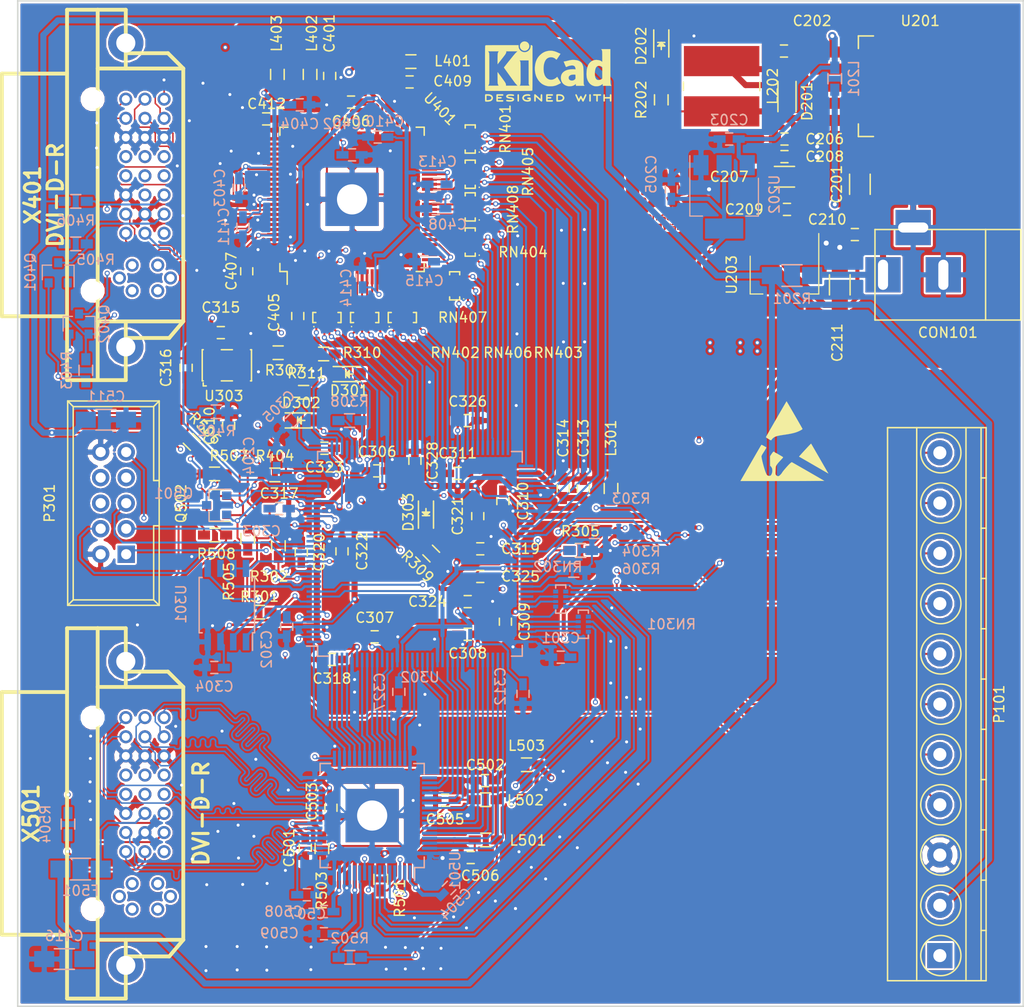
<source format=kicad_pcb>
(kicad_pcb (version 20160815) (host pcbnew "(2016-12-16 revision f631ae27b)-master")

  (general
    (links 476)
    (no_connects 0)
    (area 18.088499 19.924999 120.075001 120.075001)
    (thickness 1.6)
    (drawings 5)
    (tracks 4918)
    (zones 0)
    (modules 138)
    (nets 238)
  )

  (page A4)
  (layers
    (0 F.Cu signal)
    (1 In1.Cu signal)
    (2 In2.Cu signal)
    (31 B.Cu signal)
    (32 B.Adhes user)
    (33 F.Adhes user)
    (34 B.Paste user)
    (35 F.Paste user)
    (36 B.SilkS user)
    (37 F.SilkS user)
    (38 B.Mask user)
    (39 F.Mask user)
    (40 Dwgs.User user)
    (41 Cmts.User user)
    (42 Eco1.User user)
    (43 Eco2.User user)
    (44 Edge.Cuts user)
    (45 Margin user)
    (46 B.CrtYd user)
    (47 F.CrtYd user)
    (48 B.Fab user)
    (49 F.Fab user)
  )

  (setup
    (last_trace_width 0.6)
    (user_trace_width 0.15)
    (user_trace_width 0.2)
    (user_trace_width 0.4)
    (user_trace_width 0.6)
    (user_trace_width 1.5)
    (trace_clearance 0.152)
    (zone_clearance 0.2)
    (zone_45_only no)
    (trace_min 0.15)
    (segment_width 0.2)
    (edge_width 0.15)
    (via_size 0.5)
    (via_drill 0.3)
    (via_min_size 0.5)
    (via_min_drill 0.3)
    (user_via 0.5 0.3)
    (user_via 0.8 0.5)
    (uvia_size 0.3)
    (uvia_drill 0.1)
    (uvias_allowed no)
    (uvia_min_size 0.2)
    (uvia_min_drill 0.1)
    (pcb_text_width 0.3)
    (pcb_text_size 1.5 1.5)
    (mod_edge_width 0.15)
    (mod_text_size 1 1)
    (mod_text_width 0.15)
    (pad_size 3 3)
    (pad_drill 3)
    (pad_to_mask_clearance 0.2)
    (aux_axis_origin 0 0)
    (grid_origin 20 120.025)
    (visible_elements FFFFFFFF)
    (pcbplotparams
      (layerselection 0x010f0_ffffffff)
      (usegerberextensions false)
      (excludeedgelayer true)
      (linewidth 0.100000)
      (plotframeref false)
      (viasonmask false)
      (mode 1)
      (useauxorigin false)
      (hpglpennumber 1)
      (hpglpenspeed 20)
      (hpglpendiameter 15)
      (psnegative false)
      (psa4output false)
      (plotreference true)
      (plotvalue true)
      (plotinvisibletext false)
      (padsonsilk false)
      (subtractmaskfromsilk false)
      (outputformat 1)
      (mirror false)
      (drillshape 0)
      (scaleselection 1)
      (outputdirectory gerber/))
  )

  (net 0 "")
  (net 1 /power/VIN)
  (net 2 GND)
  (net 3 "Net-(C202-Pad2)")
  (net 4 +2V5)
  (net 5 +3V3)
  (net 6 +1V2)
  (net 7 +V_IO)
  (net 8 /dvi_out/TVDD)
  (net 9 "Net-(D201-Pad1)")
  (net 10 "Net-(D202-Pad2)")
  (net 11 "Net-(F501-Pad1)")
  (net 12 +5V)
  (net 13 /GPIO0)
  (net 14 /GPIO1)
  (net 15 /GPIO2)
  (net 16 /GPIO3)
  (net 17 /GPIO4)
  (net 18 /GPIO5)
  (net 19 /GPIO6)
  (net 20 /GPIO7)
  (net 21 "Net-(P301-Pad9)")
  (net 22 "Net-(P301-Pad8)")
  (net 23 "Net-(P301-Pad7)")
  (net 24 "Net-(P301-Pad6)")
  (net 25 "Net-(P301-Pad5)")
  (net 26 "Net-(P301-Pad3)")
  (net 27 "Net-(P301-Pad1)")
  (net 28 /dvi_in/DDCDAT_IN)
  (net 29 /dvi_in/DDCCLK_IN)
  (net 30 /dvi_out/DDCDAT)
  (net 31 /dvi_out/DDCCLK)
  (net 32 "Net-(R301-Pad1)")
  (net 33 "Net-(R302-Pad1)")
  (net 34 "Net-(R303-Pad1)")
  (net 35 "Net-(R304-Pad1)")
  (net 36 "Net-(R305-Pad1)")
  (net 37 "Net-(R306-Pad1)")
  (net 38 /fpga/CLK50)
  (net 39 "Net-(R307-Pad2)")
  (net 40 /dvi_out/TXCLK+)
  (net 41 "Net-(R308-Pad1)")
  (net 42 /fpga/CLKIN)
  (net 43 /dvi_in/HOTPLUG)
  (net 44 "Net-(R501-Pad1)")
  (net 45 /dvi_out/MSEN)
  (net 46 "Net-(R503-Pad2)")
  (net 47 /dvi_out/HOTPLUG)
  (net 48 "Net-(R504-Pad1)")
  (net 49 "Net-(RN301-Pad7)")
  (net 50 "Net-(RN301-Pad6)")
  (net 51 "Net-(RN301-Pad5)")
  (net 52 "Net-(RN301-Pad8)")
  (net 53 /dvi_out/CTL1)
  (net 54 /dvi_out/DE)
  (net 55 /dvi_out/VSYNC)
  (net 56 /dvi_out/HSYNC)
  (net 57 /dvi_out/CTL2)
  (net 58 /dvi_out/CTL3)
  (net 59 "Net-(RN302-Pad8)")
  (net 60 "Net-(RN302-Pad5)")
  (net 61 "Net-(RN302-Pad6)")
  (net 62 "Net-(RN302-Pad7)")
  (net 63 /dvi_in/DE)
  (net 64 /dvi_in/VSYNC)
  (net 65 /dvi_in/HSYNC)
  (net 66 "Net-(RN401-Pad4)")
  (net 67 "Net-(RN401-Pad8)")
  (net 68 "Net-(RN401-Pad5)")
  (net 69 "Net-(RN401-Pad6)")
  (net 70 "Net-(RN401-Pad7)")
  (net 71 "Net-(RN402-Pad7)")
  (net 72 "Net-(RN402-Pad6)")
  (net 73 "Net-(RN402-Pad5)")
  (net 74 "Net-(RN402-Pad8)")
  (net 75 /dvi_in/DATI3)
  (net 76 /dvi_in/DATI2)
  (net 77 /dvi_in/DATI1)
  (net 78 /dvi_in/DATI0)
  (net 79 "Net-(RN403-Pad7)")
  (net 80 "Net-(RN403-Pad6)")
  (net 81 "Net-(RN403-Pad5)")
  (net 82 "Net-(RN403-Pad8)")
  (net 83 /dvi_in/DATI11)
  (net 84 /dvi_in/DATI10)
  (net 85 /dvi_in/DATI9)
  (net 86 /dvi_in/DATI8)
  (net 87 "Net-(RN404-Pad7)")
  (net 88 "Net-(RN404-Pad6)")
  (net 89 "Net-(RN404-Pad5)")
  (net 90 "Net-(RN404-Pad8)")
  (net 91 /dvi_in/DATI19)
  (net 92 /dvi_in/DATI18)
  (net 93 /dvi_in/DATI17)
  (net 94 /dvi_in/DATI16)
  (net 95 "Net-(RN405-Pad7)")
  (net 96 "Net-(RN405-Pad6)")
  (net 97 "Net-(RN405-Pad5)")
  (net 98 "Net-(RN405-Pad8)")
  (net 99 /dvi_in/CTL3)
  (net 100 /dvi_in/CTL2)
  (net 101 /dvi_in/CTL1)
  (net 102 /dvi_in/DATI4)
  (net 103 /dvi_in/DATI5)
  (net 104 /dvi_in/DATI6)
  (net 105 /dvi_in/DATI7)
  (net 106 "Net-(RN406-Pad8)")
  (net 107 "Net-(RN406-Pad5)")
  (net 108 "Net-(RN406-Pad6)")
  (net 109 "Net-(RN406-Pad7)")
  (net 110 /dvi_in/DATI12)
  (net 111 /dvi_in/DATI13)
  (net 112 /dvi_in/DATI14)
  (net 113 /dvi_in/DATI15)
  (net 114 "Net-(RN407-Pad8)")
  (net 115 "Net-(RN407-Pad5)")
  (net 116 "Net-(RN407-Pad6)")
  (net 117 "Net-(RN407-Pad7)")
  (net 118 /dvi_in/DATI20)
  (net 119 /dvi_in/DATI21)
  (net 120 /dvi_in/DATI22)
  (net 121 /dvi_in/DATI23)
  (net 122 "Net-(RN408-Pad8)")
  (net 123 "Net-(RN408-Pad5)")
  (net 124 "Net-(RN408-Pad6)")
  (net 125 "Net-(RN408-Pad7)")
  (net 126 /dvi_out/DATO4)
  (net 127 /dvi_out/DATO5)
  (net 128 /dvi_out/DATO6)
  (net 129 /dvi_out/DATO7)
  (net 130 /dvi_out/DATO12)
  (net 131 /dvi_out/DATO13)
  (net 132 /dvi_out/DATO14)
  (net 133 /dvi_out/DATO15)
  (net 134 /dvi_out/DATO20)
  (net 135 /dvi_out/DATO21)
  (net 136 /dvi_out/DATO22)
  (net 137 /dvi_out/DATO23)
  (net 138 /dvi_out/DATO3)
  (net 139 /dvi_out/DATO2)
  (net 140 /dvi_out/DATO1)
  (net 141 /dvi_out/DATO0)
  (net 142 /dvi_out/DATO11)
  (net 143 /dvi_out/DATO10)
  (net 144 /dvi_out/DATO9)
  (net 145 /dvi_out/DATO8)
  (net 146 /dvi_out/DATO19)
  (net 147 /dvi_out/DATO18)
  (net 148 /dvi_out/DATO17)
  (net 149 /dvi_out/DATO16)
  (net 150 /fpga/DCLK)
  (net 151 /fpga/ASDI)
  (net 152 /fpga/DATA)
  (net 153 /fpga/nCS)
  (net 154 "Net-(U302-Pad127)")
  (net 155 /dvi_in/LINK_ACT)
  (net 156 /dvi_in/PDOWN)
  (net 157 /dvi_out/EDGE)
  (net 158 /dvi_out/DKEN)
  (net 159 "Net-(U303-Pad1)")
  (net 160 "Net-(U401-Pad96)")
  (net 161 /dvi_in/RxC-)
  (net 162 /dvi_in/RxC+)
  (net 163 /dvi_in/Rx0+)
  (net 164 /dvi_in/Rx1-)
  (net 165 /dvi_in/Rx1+)
  (net 166 /dvi_in/Rx2-)
  (net 167 /dvi_in/Rx2+)
  (net 168 "Net-(U401-Pad77)")
  (net 169 "Net-(U401-Pad75)")
  (net 170 "Net-(U401-Pad74)")
  (net 171 "Net-(U401-Pad73)")
  (net 172 "Net-(U401-Pad72)")
  (net 173 "Net-(U401-Pad71)")
  (net 174 "Net-(U401-Pad70)")
  (net 175 "Net-(U401-Pad69)")
  (net 176 "Net-(U401-Pad66)")
  (net 177 "Net-(U401-Pad65)")
  (net 178 "Net-(U401-Pad64)")
  (net 179 "Net-(U401-Pad63)")
  (net 180 "Net-(U401-Pad62)")
  (net 181 "Net-(U401-Pad61)")
  (net 182 "Net-(U401-Pad60)")
  (net 183 "Net-(U401-Pad59)")
  (net 184 "Net-(U401-Pad56)")
  (net 185 "Net-(U401-Pad55)")
  (net 186 "Net-(U401-Pad54)")
  (net 187 "Net-(U401-Pad53)")
  (net 188 "Net-(U401-Pad52)")
  (net 189 "Net-(U401-Pad51)")
  (net 190 "Net-(U401-Pad50)")
  (net 191 "Net-(U401-Pad49)")
  (net 192 "Net-(U501-Pad56)")
  (net 193 "Net-(U501-Pad49)")
  (net 194 /dvi_out/TX2+)
  (net 195 /dvi_out/TX2-)
  (net 196 /dvi_out/TX1+)
  (net 197 /dvi_out/TX1-)
  (net 198 /dvi_out/TX0+)
  (net 199 /dvi_out/TX0-)
  (net 200 /dvi_out/TXC+)
  (net 201 /dvi_out/TXC-)
  (net 202 "Net-(X401-Pad8)")
  (net 203 "Net-(X401-Pad21)")
  (net 204 "Net-(X401-Pad20)")
  (net 205 "Net-(X401-Pad14)")
  (net 206 "Net-(X401-Pad13)")
  (net 207 "Net-(X401-Pad12)")
  (net 208 "Net-(X401-Pad5)")
  (net 209 "Net-(X401-Pad4)")
  (net 210 "Net-(X501-Pad4)")
  (net 211 "Net-(X501-Pad5)")
  (net 212 "Net-(X501-Pad12)")
  (net 213 "Net-(X501-Pad13)")
  (net 214 "Net-(X501-Pad20)")
  (net 215 "Net-(X501-Pad21)")
  (net 216 "Net-(X501-Pad8)")
  (net 217 "Net-(D301-Pad2)")
  (net 218 "Net-(D302-Pad2)")
  (net 219 "Net-(D303-Pad2)")
  (net 220 /dvi_in/Rx0-)
  (net 221 "Net-(U302-Pad99)")
  (net 222 "Net-(U302-Pad84)")
  (net 223 "Net-(U302-Pad83)")
  (net 224 "Net-(RN302-Pad1)")
  (net 225 "Net-(D301-Pad1)")
  (net 226 "Net-(D302-Pad1)")
  (net 227 "Net-(D303-Pad1)")
  (net 228 "Net-(RN301-Pad1)")
  (net 229 /dvi_in/PVDD)
  (net 230 /dvi_in/DVDD)
  (net 231 /dvi_in/AVDD)
  (net 232 /dvi_out/DVDD)
  (net 233 /dvi_out/PVDD)
  (net 234 /dvi_out/DDCDAT_)
  (net 235 /dvi_out/DDCCLK_)
  (net 236 /dvi_in/DDCDAT_)
  (net 237 /dvi_in/DDCCLK_)

  (net_class Default "This is the default net class."
    (clearance 0.152)
    (trace_width 0.2)
    (via_dia 0.5)
    (via_drill 0.3)
    (uvia_dia 0.3)
    (uvia_drill 0.1)
    (diff_pair_gap 0.25)
    (diff_pair_width 0.2)
    (add_net +1V2)
    (add_net +2V5)
    (add_net +3V3)
    (add_net +5V)
    (add_net +V_IO)
    (add_net /GPIO0)
    (add_net /GPIO1)
    (add_net /GPIO2)
    (add_net /GPIO3)
    (add_net /GPIO4)
    (add_net /GPIO5)
    (add_net /GPIO6)
    (add_net /GPIO7)
    (add_net /dvi_in/AVDD)
    (add_net /dvi_in/CTL1)
    (add_net /dvi_in/CTL2)
    (add_net /dvi_in/CTL3)
    (add_net /dvi_in/DATI0)
    (add_net /dvi_in/DATI1)
    (add_net /dvi_in/DATI10)
    (add_net /dvi_in/DATI11)
    (add_net /dvi_in/DATI12)
    (add_net /dvi_in/DATI13)
    (add_net /dvi_in/DATI14)
    (add_net /dvi_in/DATI15)
    (add_net /dvi_in/DATI16)
    (add_net /dvi_in/DATI17)
    (add_net /dvi_in/DATI18)
    (add_net /dvi_in/DATI19)
    (add_net /dvi_in/DATI2)
    (add_net /dvi_in/DATI20)
    (add_net /dvi_in/DATI21)
    (add_net /dvi_in/DATI22)
    (add_net /dvi_in/DATI23)
    (add_net /dvi_in/DATI3)
    (add_net /dvi_in/DATI4)
    (add_net /dvi_in/DATI5)
    (add_net /dvi_in/DATI6)
    (add_net /dvi_in/DATI7)
    (add_net /dvi_in/DATI8)
    (add_net /dvi_in/DATI9)
    (add_net /dvi_in/DDCCLK_)
    (add_net /dvi_in/DDCCLK_IN)
    (add_net /dvi_in/DDCDAT_)
    (add_net /dvi_in/DDCDAT_IN)
    (add_net /dvi_in/DE)
    (add_net /dvi_in/DVDD)
    (add_net /dvi_in/HOTPLUG)
    (add_net /dvi_in/HSYNC)
    (add_net /dvi_in/LINK_ACT)
    (add_net /dvi_in/PDOWN)
    (add_net /dvi_in/PVDD)
    (add_net /dvi_in/Rx0+)
    (add_net /dvi_in/Rx0-)
    (add_net /dvi_in/Rx1+)
    (add_net /dvi_in/Rx1-)
    (add_net /dvi_in/Rx2+)
    (add_net /dvi_in/Rx2-)
    (add_net /dvi_in/RxC+)
    (add_net /dvi_in/RxC-)
    (add_net /dvi_in/VSYNC)
    (add_net /dvi_out/CTL1)
    (add_net /dvi_out/CTL2)
    (add_net /dvi_out/CTL3)
    (add_net /dvi_out/DATO0)
    (add_net /dvi_out/DATO1)
    (add_net /dvi_out/DATO10)
    (add_net /dvi_out/DATO11)
    (add_net /dvi_out/DATO12)
    (add_net /dvi_out/DATO13)
    (add_net /dvi_out/DATO14)
    (add_net /dvi_out/DATO15)
    (add_net /dvi_out/DATO16)
    (add_net /dvi_out/DATO17)
    (add_net /dvi_out/DATO18)
    (add_net /dvi_out/DATO19)
    (add_net /dvi_out/DATO2)
    (add_net /dvi_out/DATO20)
    (add_net /dvi_out/DATO21)
    (add_net /dvi_out/DATO22)
    (add_net /dvi_out/DATO23)
    (add_net /dvi_out/DATO3)
    (add_net /dvi_out/DATO4)
    (add_net /dvi_out/DATO5)
    (add_net /dvi_out/DATO6)
    (add_net /dvi_out/DATO7)
    (add_net /dvi_out/DATO8)
    (add_net /dvi_out/DATO9)
    (add_net /dvi_out/DDCCLK)
    (add_net /dvi_out/DDCCLK_)
    (add_net /dvi_out/DDCDAT)
    (add_net /dvi_out/DDCDAT_)
    (add_net /dvi_out/DE)
    (add_net /dvi_out/DKEN)
    (add_net /dvi_out/DVDD)
    (add_net /dvi_out/EDGE)
    (add_net /dvi_out/HOTPLUG)
    (add_net /dvi_out/HSYNC)
    (add_net /dvi_out/MSEN)
    (add_net /dvi_out/PVDD)
    (add_net /dvi_out/TVDD)
    (add_net /dvi_out/TX0+)
    (add_net /dvi_out/TX0-)
    (add_net /dvi_out/TX1+)
    (add_net /dvi_out/TX1-)
    (add_net /dvi_out/TX2+)
    (add_net /dvi_out/TX2-)
    (add_net /dvi_out/TXC+)
    (add_net /dvi_out/TXC-)
    (add_net /dvi_out/TXCLK+)
    (add_net /dvi_out/VSYNC)
    (add_net /fpga/ASDI)
    (add_net /fpga/CLK50)
    (add_net /fpga/CLKIN)
    (add_net /fpga/DATA)
    (add_net /fpga/DCLK)
    (add_net /fpga/nCS)
    (add_net /power/VIN)
    (add_net GND)
    (add_net "Net-(C202-Pad2)")
    (add_net "Net-(D201-Pad1)")
    (add_net "Net-(D202-Pad2)")
    (add_net "Net-(D301-Pad1)")
    (add_net "Net-(D301-Pad2)")
    (add_net "Net-(D302-Pad1)")
    (add_net "Net-(D302-Pad2)")
    (add_net "Net-(D303-Pad1)")
    (add_net "Net-(D303-Pad2)")
    (add_net "Net-(F501-Pad1)")
    (add_net "Net-(P301-Pad1)")
    (add_net "Net-(P301-Pad3)")
    (add_net "Net-(P301-Pad5)")
    (add_net "Net-(P301-Pad6)")
    (add_net "Net-(P301-Pad7)")
    (add_net "Net-(P301-Pad8)")
    (add_net "Net-(P301-Pad9)")
    (add_net "Net-(R301-Pad1)")
    (add_net "Net-(R302-Pad1)")
    (add_net "Net-(R303-Pad1)")
    (add_net "Net-(R304-Pad1)")
    (add_net "Net-(R305-Pad1)")
    (add_net "Net-(R306-Pad1)")
    (add_net "Net-(R307-Pad2)")
    (add_net "Net-(R308-Pad1)")
    (add_net "Net-(R501-Pad1)")
    (add_net "Net-(R503-Pad2)")
    (add_net "Net-(R504-Pad1)")
    (add_net "Net-(RN301-Pad1)")
    (add_net "Net-(RN301-Pad5)")
    (add_net "Net-(RN301-Pad6)")
    (add_net "Net-(RN301-Pad7)")
    (add_net "Net-(RN301-Pad8)")
    (add_net "Net-(RN302-Pad1)")
    (add_net "Net-(RN302-Pad5)")
    (add_net "Net-(RN302-Pad6)")
    (add_net "Net-(RN302-Pad7)")
    (add_net "Net-(RN302-Pad8)")
    (add_net "Net-(RN401-Pad4)")
    (add_net "Net-(RN401-Pad5)")
    (add_net "Net-(RN401-Pad6)")
    (add_net "Net-(RN401-Pad7)")
    (add_net "Net-(RN401-Pad8)")
    (add_net "Net-(RN402-Pad5)")
    (add_net "Net-(RN402-Pad6)")
    (add_net "Net-(RN402-Pad7)")
    (add_net "Net-(RN402-Pad8)")
    (add_net "Net-(RN403-Pad5)")
    (add_net "Net-(RN403-Pad6)")
    (add_net "Net-(RN403-Pad7)")
    (add_net "Net-(RN403-Pad8)")
    (add_net "Net-(RN404-Pad5)")
    (add_net "Net-(RN404-Pad6)")
    (add_net "Net-(RN404-Pad7)")
    (add_net "Net-(RN404-Pad8)")
    (add_net "Net-(RN405-Pad5)")
    (add_net "Net-(RN405-Pad6)")
    (add_net "Net-(RN405-Pad7)")
    (add_net "Net-(RN405-Pad8)")
    (add_net "Net-(RN406-Pad5)")
    (add_net "Net-(RN406-Pad6)")
    (add_net "Net-(RN406-Pad7)")
    (add_net "Net-(RN406-Pad8)")
    (add_net "Net-(RN407-Pad5)")
    (add_net "Net-(RN407-Pad6)")
    (add_net "Net-(RN407-Pad7)")
    (add_net "Net-(RN407-Pad8)")
    (add_net "Net-(RN408-Pad5)")
    (add_net "Net-(RN408-Pad6)")
    (add_net "Net-(RN408-Pad7)")
    (add_net "Net-(RN408-Pad8)")
    (add_net "Net-(U302-Pad127)")
    (add_net "Net-(U302-Pad83)")
    (add_net "Net-(U302-Pad84)")
    (add_net "Net-(U302-Pad99)")
    (add_net "Net-(U303-Pad1)")
    (add_net "Net-(U401-Pad49)")
    (add_net "Net-(U401-Pad50)")
    (add_net "Net-(U401-Pad51)")
    (add_net "Net-(U401-Pad52)")
    (add_net "Net-(U401-Pad53)")
    (add_net "Net-(U401-Pad54)")
    (add_net "Net-(U401-Pad55)")
    (add_net "Net-(U401-Pad56)")
    (add_net "Net-(U401-Pad59)")
    (add_net "Net-(U401-Pad60)")
    (add_net "Net-(U401-Pad61)")
    (add_net "Net-(U401-Pad62)")
    (add_net "Net-(U401-Pad63)")
    (add_net "Net-(U401-Pad64)")
    (add_net "Net-(U401-Pad65)")
    (add_net "Net-(U401-Pad66)")
    (add_net "Net-(U401-Pad69)")
    (add_net "Net-(U401-Pad70)")
    (add_net "Net-(U401-Pad71)")
    (add_net "Net-(U401-Pad72)")
    (add_net "Net-(U401-Pad73)")
    (add_net "Net-(U401-Pad74)")
    (add_net "Net-(U401-Pad75)")
    (add_net "Net-(U401-Pad77)")
    (add_net "Net-(U401-Pad96)")
    (add_net "Net-(U501-Pad49)")
    (add_net "Net-(U501-Pad56)")
    (add_net "Net-(X401-Pad12)")
    (add_net "Net-(X401-Pad13)")
    (add_net "Net-(X401-Pad14)")
    (add_net "Net-(X401-Pad20)")
    (add_net "Net-(X401-Pad21)")
    (add_net "Net-(X401-Pad4)")
    (add_net "Net-(X401-Pad5)")
    (add_net "Net-(X401-Pad8)")
    (add_net "Net-(X501-Pad12)")
    (add_net "Net-(X501-Pad13)")
    (add_net "Net-(X501-Pad20)")
    (add_net "Net-(X501-Pad21)")
    (add_net "Net-(X501-Pad4)")
    (add_net "Net-(X501-Pad5)")
    (add_net "Net-(X501-Pad8)")
  )

  (module artwork:shimatta_std (layer F.Cu) (tedit 0) (tstamp 58695997)
    (at 89.5 112.525)
    (fp_text reference G*** (at 0 0) (layer F.SilkS) hide
      (effects (font (thickness 0.3)))
    )
    (fp_text value LOGO (at 0.75 0) (layer F.SilkS) hide
      (effects (font (thickness 0.3)))
    )
    (fp_poly (pts (xy 10.868794 -0.34663) (xy 10.940082 -0.344725) (xy 11.001581 -0.340759) (xy 11.054456 -0.334558)
      (xy 11.099874 -0.325943) (xy 11.138999 -0.314739) (xy 11.172997 -0.300768) (xy 11.203034 -0.283854)
      (xy 11.230276 -0.263821) (xy 11.255887 -0.240491) (xy 11.256462 -0.239919) (xy 11.289334 -0.201111)
      (xy 11.312259 -0.15891) (xy 11.326574 -0.110035) (xy 11.333618 -0.05121) (xy 11.333643 -0.0508)
      (xy 11.332569 0.023291) (xy 11.320361 0.089289) (xy 11.297275 0.146655) (xy 11.263566 0.19485)
      (xy 11.219491 0.233333) (xy 11.190884 0.250184) (xy 11.170271 0.260221) (xy 11.150623 0.268525)
      (xy 11.130272 0.275304) (xy 11.107549 0.280766) (xy 11.080783 0.285117) (xy 11.048306 0.288565)
      (xy 11.008448 0.291317) (xy 10.959541 0.29358) (xy 10.899914 0.295563) (xy 10.827899 0.297472)
      (xy 10.805885 0.298007) (xy 10.501253 0.308642) (xy 10.207708 0.325718) (xy 9.923258 0.349393)
      (xy 9.645907 0.379823) (xy 9.470624 0.402998) (xy 9.411807 0.410902) (xy 9.364278 0.416192)
      (xy 9.325062 0.418954) (xy 9.291185 0.41927) (xy 9.259672 0.417223) (xy 9.227549 0.412897)
      (xy 9.212169 0.410241) (xy 9.144467 0.392017) (xy 9.087321 0.363849) (xy 9.040745 0.325747)
      (xy 9.004755 0.277724) (xy 8.992925 0.254871) (xy 8.980849 0.218141) (xy 8.973005 0.172373)
      (xy 8.969757 0.122517) (xy 8.971468 0.073524) (xy 8.976926 0.037019) (xy 8.997827 -0.025291)
      (xy 9.0312 -0.080963) (xy 9.075937 -0.128488) (xy 9.122686 -0.16171) (xy 9.147207 -0.17458)
      (xy 9.175393 -0.186432) (xy 9.208483 -0.197521) (xy 9.247713 -0.208107) (xy 9.294321 -0.218445)
      (xy 9.349544 -0.228794) (xy 9.414619 -0.23941) (xy 9.490782 -0.250551) (xy 9.579273 -0.262474)
      (xy 9.652 -0.271774) (xy 9.800914 -0.289224) (xy 9.950405 -0.304133) (xy 10.103324 -0.316716)
      (xy 10.262527 -0.327186) (xy 10.430867 -0.335758) (xy 10.584543 -0.341755) (xy 10.69219 -0.344969)
      (xy 10.786552 -0.346653) (xy 10.868794 -0.34663)) (layer F.Mask) (width 0.01))
    (fp_poly (pts (xy 3.280686 -0.880939) (xy 3.34556 -0.879771) (xy 3.402872 -0.877617) (xy 3.449973 -0.87446)
      (xy 3.472543 -0.872037) (xy 3.61367 -0.849571) (xy 3.744701 -0.82007) (xy 3.868701 -0.782621)
      (xy 3.988736 -0.73631) (xy 4.096467 -0.686017) (xy 4.193868 -0.632986) (xy 4.288297 -0.574006)
      (xy 4.3772 -0.510941) (xy 4.458022 -0.445653) (xy 4.528209 -0.380007) (xy 4.555365 -0.351156)
      (xy 4.639992 -0.246318) (xy 4.713364 -0.13273) (xy 4.774921 -0.011455) (xy 4.824102 0.116443)
      (xy 4.850885 0.209423) (xy 4.879181 0.347701) (xy 4.896607 0.490707) (xy 4.903125 0.635529)
      (xy 4.898699 0.779253) (xy 4.88329 0.918966) (xy 4.861451 1.032728) (xy 4.824346 1.160933)
      (xy 4.77372 1.287533) (xy 4.710565 1.41087) (xy 4.635874 1.529285) (xy 4.550639 1.641117)
      (xy 4.455854 1.744709) (xy 4.40832 1.79005) (xy 4.299338 1.882172) (xy 4.177612 1.971762)
      (xy 4.04482 2.057926) (xy 3.902638 2.139772) (xy 3.752745 2.216408) (xy 3.596818 2.286942)
      (xy 3.436534 2.350482) (xy 3.27357 2.406135) (xy 3.218543 2.422898) (xy 3.139899 2.444368)
      (xy 3.049468 2.466013) (xy 2.949959 2.487315) (xy 2.844082 2.507761) (xy 2.734547 2.526832)
      (xy 2.624065 2.544015) (xy 2.515345 2.558792) (xy 2.485571 2.56243) (xy 2.428012 2.568359)
      (xy 2.365313 2.573218) (xy 2.299907 2.576957) (xy 2.234229 2.579525) (xy 2.17071 2.580872)
      (xy 2.111786 2.580947) (xy 2.05989 2.579698) (xy 2.017454 2.577077) (xy 1.986913 2.573032)
      (xy 1.985844 2.572813) (xy 1.91558 2.552339) (xy 1.8565 2.522842) (xy 1.808841 2.484627)
      (xy 1.772841 2.437998) (xy 1.748736 2.38326) (xy 1.736764 2.320717) (xy 1.736929 2.253327)
      (xy 1.748307 2.186275) (xy 1.77048 2.128668) (xy 1.803758 2.079916) (xy 1.848452 2.039427)
      (xy 1.849677 2.038544) (xy 1.877767 2.020506) (xy 1.908228 2.005555) (xy 1.943115 1.993169)
      (xy 1.984481 1.982826) (xy 2.034379 1.974007) (xy 2.094863 1.966188) (xy 2.161084 1.959481)
      (xy 2.311846 1.944454) (xy 2.450169 1.928139) (xy 2.578102 1.910074) (xy 2.697697 1.889796)
      (xy 2.811005 1.866842) (xy 2.920076 1.84075) (xy 3.026962 1.811058) (xy 3.133714 1.777303)
      (xy 3.242382 1.739022) (xy 3.355017 1.695754) (xy 3.386254 1.683205) (xy 3.439042 1.660814)
      (xy 3.498085 1.634078) (xy 3.560068 1.604637) (xy 3.621674 1.574131) (xy 3.679588 1.5442)
      (xy 3.730494 1.516484) (xy 3.76929 1.493734) (xy 3.863531 1.428613) (xy 3.952139 1.353949)
      (xy 4.033116 1.271853) (xy 4.104465 1.184435) (xy 4.16419 1.093803) (xy 4.186568 1.052873)
      (xy 4.225348 0.967344) (xy 4.253373 0.882119) (xy 4.271449 0.793702) (xy 4.280379 0.698597)
      (xy 4.281685 0.639641) (xy 4.277001 0.527464) (xy 4.262763 0.425302) (xy 4.238591 0.331924)
      (xy 4.204105 0.2461) (xy 4.158926 0.166599) (xy 4.119 0.11188) (xy 4.060291 0.048463)
      (xy 3.988142 -0.012032) (xy 3.902275 -0.06981) (xy 3.802411 -0.125073) (xy 3.778387 -0.136985)
      (xy 3.681686 -0.179417) (xy 3.583439 -0.212975) (xy 3.48168 -0.237992) (xy 3.374444 -0.254803)
      (xy 3.259766 -0.263742) (xy 3.13568 -0.265143) (xy 3.043531 -0.261888) (xy 2.888029 -0.251649)
      (xy 2.734088 -0.236994) (xy 2.580213 -0.217612) (xy 2.424912 -0.193189) (xy 2.26669 -0.163413)
      (xy 2.104054 -0.127969) (xy 1.93551 -0.086547) (xy 1.759564 -0.038832) (xy 1.574722 0.015488)
      (xy 1.379491 0.076726) (xy 1.29428 0.104504) (xy 1.212487 0.131377) (xy 1.14306 0.153997)
      (xy 1.08461 0.172751) (xy 1.035751 0.188021) (xy 0.995094 0.200194) (xy 0.961252 0.209655)
      (xy 0.932836 0.216787) (xy 0.908459 0.221977) (xy 0.886733 0.225608) (xy 0.86627 0.228067)
      (xy 0.845683 0.229737) (xy 0.841828 0.229985) (xy 0.770694 0.22918) (xy 0.705988 0.217912)
      (xy 0.648912 0.196762) (xy 0.60067 0.166307) (xy 0.562463 0.127129) (xy 0.536857 0.083059)
      (xy 0.516575 0.01964) (xy 0.509485 -0.04353) (xy 0.515258 -0.10471) (xy 0.533566 -0.162158)
      (xy 0.564078 -0.214131) (xy 0.6005 -0.25372) (xy 0.627556 -0.275729) (xy 0.658526 -0.29656)
      (xy 0.694993 -0.316941) (xy 0.738543 -0.337601) (xy 0.790758 -0.359268) (xy 0.853223 -0.382671)
      (xy 0.927522 -0.40854) (xy 0.962785 -0.420363) (xy 1.235996 -0.508259) (xy 1.498548 -0.586824)
      (xy 1.750821 -0.656148) (xy 1.993199 -0.71632) (xy 2.226063 -0.767428) (xy 2.449796 -0.809563)
      (xy 2.664779 -0.842814) (xy 2.871395 -0.86727) (xy 2.881085 -0.868221) (xy 2.935666 -0.872605)
      (xy 2.998589 -0.876105) (xy 3.067203 -0.878706) (xy 3.138857 -0.88039) (xy 3.210902 -0.88114)
      (xy 3.280686 -0.880939)) (layer F.Mask) (width 0.01))
    (fp_poly (pts (xy 9.003608 1.085203) (xy 9.056887 1.097351) (xy 9.102289 1.118483) (xy 9.136442 1.144109)
      (xy 9.162501 1.170161) (xy 9.183639 1.197962) (xy 9.200436 1.229422) (xy 9.213471 1.266452)
      (xy 9.223323 1.310961) (xy 9.230572 1.364858) (xy 9.235796 1.430055) (xy 9.238428 1.480457)
      (xy 9.242463 1.556719) (xy 9.247451 1.620598) (xy 9.253768 1.674212) (xy 9.261789 1.719683)
      (xy 9.27189 1.759128) (xy 9.284448 1.794667) (xy 9.299837 1.828421) (xy 9.300281 1.8293)
      (xy 9.32368 1.861058) (xy 9.36009 1.889396) (xy 9.409773 1.914428) (xy 9.472988 1.936271)
      (xy 9.549997 1.955039) (xy 9.608457 1.96579) (xy 9.659854 1.973801) (xy 9.709141 1.980441)
      (xy 9.758607 1.98587) (xy 9.810543 1.990245) (xy 9.86724 1.993727) (xy 9.930987 1.996474)
      (xy 10.004074 1.998645) (xy 10.088793 2.000399) (xy 10.112828 2.000803) (xy 10.344931 2.000686)
      (xy 10.574631 1.992926) (xy 10.799511 1.977698) (xy 11.017155 1.955179) (xy 11.225147 1.925543)
      (xy 11.283945 1.915532) (xy 11.323332 1.909019) (xy 11.353394 1.905485) (xy 11.37896 1.904703)
      (xy 11.404859 1.906445) (xy 11.424674 1.908893) (xy 11.494816 1.923371) (xy 11.553352 1.946196)
      (xy 11.600789 1.977718) (xy 11.637635 2.018289) (xy 11.664396 2.068258) (xy 11.667708 2.076961)
      (xy 11.674691 2.105256) (xy 11.679662 2.14325) (xy 11.682423 2.186242) (xy 11.682775 2.229529)
      (xy 11.680518 2.26841) (xy 11.676827 2.29262) (xy 11.655383 2.357769) (xy 11.621693 2.415438)
      (xy 11.576172 2.465251) (xy 11.51923 2.506833) (xy 11.451281 2.539807) (xy 11.381702 2.561655)
      (xy 11.342402 2.569881) (xy 11.29029 2.578484) (xy 11.227059 2.587284) (xy 11.154403 2.596097)
      (xy 11.074012 2.604743) (xy 10.987579 2.61304) (xy 10.896797 2.620806) (xy 10.803359 2.62786)
      (xy 10.708955 2.634021) (xy 10.705281 2.63424) (xy 10.652261 2.63689) (xy 10.589033 2.639219)
      (xy 10.517978 2.641203) (xy 10.441476 2.642822) (xy 10.36191 2.644053) (xy 10.281658 2.644874)
      (xy 10.203102 2.645263) (xy 10.128622 2.645198) (xy 10.0606 2.644658) (xy 10.001415 2.643619)
      (xy 9.953449 2.64206) (xy 9.938657 2.641327) (xy 9.768481 2.628296) (xy 9.611394 2.609042)
      (xy 9.467369 2.583557) (xy 9.336381 2.551835) (xy 9.218402 2.51387) (xy 9.113406 2.469654)
      (xy 9.021367 2.419181) (xy 8.998233 2.404142) (xy 8.936306 2.355572) (xy 8.876387 2.295797)
      (xy 8.821128 2.228111) (xy 8.77318 2.155807) (xy 8.735198 2.08218) (xy 8.730868 2.072055)
      (xy 8.707215 2.00826) (xy 8.685371 1.936098) (xy 8.66712 1.861716) (xy 8.660844 1.8307)
      (xy 8.655793 1.795362) (xy 8.651582 1.749235) (xy 8.648253 1.695121) (xy 8.645849 1.635825)
      (xy 8.644412 1.574151) (xy 8.643985 1.512901) (xy 8.64461 1.45488) (xy 8.646328 1.402892)
      (xy 8.649184 1.359739) (xy 8.653218 1.328227) (xy 8.65325 1.328057) (xy 8.671645 1.258488)
      (xy 8.698511 1.200675) (xy 8.734046 1.154447) (xy 8.778447 1.119634) (xy 8.831912 1.096067)
      (xy 8.894638 1.083576) (xy 8.940188 1.081315) (xy 9.003608 1.085203)) (layer F.Mask) (width 0.01))
    (fp_poly (pts (xy -11.3068 -2.522042) (xy -11.243523 -2.508415) (xy -11.18998 -2.484867) (xy -11.145174 -2.450712)
      (xy -11.108109 -2.405266) (xy -11.077788 -2.347845) (xy -11.062557 -2.307771) (xy -11.061106 -2.303062)
      (xy -11.05976 -2.297493) (xy -11.058513 -2.290514) (xy -11.057361 -2.281571) (xy -11.056298 -2.270114)
      (xy -11.055319 -2.255589) (xy -11.054417 -2.237446) (xy -11.053589 -2.215132) (xy -11.052827 -2.188096)
      (xy -11.052128 -2.155784) (xy -11.051485 -2.117645) (xy -11.050893 -2.073128) (xy -11.050346 -2.02168)
      (xy -11.04984 -1.962749) (xy -11.049369 -1.895784) (xy -11.048927 -1.820232) (xy -11.048509 -1.735541)
      (xy -11.04811 -1.64116) (xy -11.047724 -1.536535) (xy -11.047346 -1.421117) (xy -11.04697 -1.294351)
      (xy -11.046591 -1.155687) (xy -11.046203 -1.004573) (xy -11.045802 -0.840455) (xy -11.045381 -0.662784)
      (xy -11.045055 -0.522514) (xy -11.044621 -0.331929) (xy -11.044228 -0.155283) (xy -11.043859 0.008)
      (xy -11.043503 0.158496) (xy -11.043145 0.296779) (xy -11.042771 0.423427) (xy -11.042368 0.539013)
      (xy -11.041921 0.644114) (xy -11.041417 0.739305) (xy -11.040843 0.825162) (xy -11.040184 0.90226)
      (xy -11.039426 0.971175) (xy -11.038556 1.032482) (xy -11.037561 1.086757) (xy -11.036425 1.134576)
      (xy -11.035136 1.176514) (xy -11.033679 1.213146) (xy -11.032041 1.245049) (xy -11.030209 1.272797)
      (xy -11.028167 1.296966) (xy -11.025903 1.318133) (xy -11.023403 1.336871) (xy -11.020653 1.353757)
      (xy -11.017638 1.369367) (xy -11.014346 1.384276) (xy -11.010763 1.399059) (xy -11.006874 1.414293)
      (xy -11.002666 1.430552) (xy -10.998125 1.448412) (xy -10.997798 1.449724) (xy -10.964594 1.558686)
      (xy -10.922022 1.656604) (xy -10.87005 1.743504) (xy -10.808644 1.819409) (xy -10.737771 1.884342)
      (xy -10.6574 1.938328) (xy -10.567497 1.98139) (xy -10.468029 2.013553) (xy -10.358964 2.03484)
      (xy -10.24027 2.045275) (xy -10.18084 2.046437) (xy -10.02365 2.040231) (xy -9.8725 2.021965)
      (xy -9.72797 1.991807) (xy -9.590642 1.949924) (xy -9.461096 1.896487) (xy -9.339913 1.831662)
      (xy -9.260323 1.779565) (xy -9.187902 1.722827) (xy -9.111738 1.652849) (xy -9.032329 1.570273)
      (xy -8.950172 1.475739) (xy -8.865765 1.369888) (xy -8.779606 1.253362) (xy -8.692193 1.126801)
      (xy -8.604024 0.990846) (xy -8.515598 0.846139) (xy -8.456603 0.744866) (xy -8.420295 0.681984)
      (xy -8.389599 0.630434) (xy -8.363414 0.588677) (xy -8.340642 0.555175) (xy -8.320185 0.52839)
      (xy -8.300944 0.506783) (xy -8.28182 0.488815) (xy -8.263208 0.474045) (xy -8.214168 0.444068)
      (xy -8.164588 0.42726) (xy -8.110878 0.422597) (xy -8.087241 0.423921) (xy -8.016328 0.43535)
      (xy -7.956351 0.456006) (xy -7.906749 0.48626) (xy -7.866959 0.526481) (xy -7.836418 0.57704)
      (xy -7.82912 0.593917) (xy -7.822484 0.612165) (xy -7.817901 0.630107) (xy -7.815007 0.650993)
      (xy -7.813441 0.678075) (xy -7.812837 0.714605) (xy -7.812785 0.740229) (xy -7.813068 0.783475)
      (xy -7.814142 0.815935) (xy -7.816453 0.841334) (xy -7.820449 0.863396) (xy -7.826575 0.885845)
      (xy -7.832408 0.903897) (xy -7.851583 0.954021) (xy -7.878322 1.012108) (xy -7.912937 1.078718)
      (xy -7.95574 1.154407) (xy -8.007042 1.239733) (xy -8.067153 1.335253) (xy -8.111874 1.404257)
      (xy -8.184605 1.512428) (xy -8.259972 1.618994) (xy -8.336751 1.722437) (xy -8.413714 1.821243)
      (xy -8.489636 1.913893) (xy -8.563289 1.998871) (xy -8.633448 2.07466) (xy -8.698886 2.139743)
      (xy -8.728507 2.166955) (xy -8.860206 2.275387) (xy -8.997401 2.370806) (xy -9.140585 2.453429)
      (xy -9.290251 2.523473) (xy -9.446893 2.581154) (xy -9.611006 2.626689) (xy -9.783083 2.660295)
      (xy -9.884229 2.674116) (xy -9.919679 2.67748) (xy -9.965044 2.680623) (xy -10.01747 2.683457)
      (xy -10.074102 2.685893) (xy -10.132084 2.687841) (xy -10.188562 2.689214) (xy -10.240682 2.689922)
      (xy -10.285588 2.689876) (xy -10.320426 2.688988) (xy -10.334172 2.688116) (xy -10.416848 2.680487)
      (xy -10.487731 2.672889) (xy -10.549531 2.664887) (xy -10.604963 2.656048) (xy -10.656738 2.645936)
      (xy -10.70757 2.634117) (xy -10.76017 2.620157) (xy -10.762343 2.61955) (xy -10.895114 2.575667)
      (xy -11.018016 2.521153) (xy -11.131009 2.456059) (xy -11.234049 2.380436) (xy -11.327095 2.294335)
      (xy -11.410105 2.197808) (xy -11.483037 2.090905) (xy -11.545849 1.973679) (xy -11.598497 1.84618)
      (xy -11.640942 1.708459) (xy -11.673139 1.560568) (xy -11.683136 1.4986) (xy -11.686392 1.47592)
      (xy -11.68941 1.453712) (xy -11.692198 1.431387) (xy -11.694765 1.408356) (xy -11.697119 1.384029)
      (xy -11.699267 1.357817) (xy -11.701218 1.32913) (xy -11.702981 1.29738) (xy -11.704563 1.261978)
      (xy -11.705972 1.222333) (xy -11.707217 1.177857) (xy -11.708306 1.12796) (xy -11.709247 1.072053)
      (xy -11.710049 1.009548) (xy -11.710719 0.939853) (xy -11.711265 0.862381) (xy -11.711696 0.776542)
      (xy -11.71202 0.681747) (xy -11.712245 0.577406) (xy -11.71238 0.46293) (xy -11.712432 0.337731)
      (xy -11.712409 0.201217) (xy -11.71232 0.052801) (xy -11.712174 -0.108106) (xy -11.711977 -0.282095)
      (xy -11.711739 -0.469755) (xy -11.711625 -0.555171) (xy -11.711372 -0.740789) (xy -11.711126 -0.912453)
      (xy -11.710882 -1.070721) (xy -11.710637 -1.216155) (xy -11.710384 -1.349313) (xy -11.71012 -1.470756)
      (xy -11.709839 -1.581042) (xy -11.709536 -1.680732) (xy -11.709207 -1.770386) (xy -11.708846 -1.850563)
      (xy -11.708449 -1.921822) (xy -11.708011 -1.984725) (xy -11.707527 -2.039829) (xy -11.706992 -2.087696)
      (xy -11.706401 -2.128884) (xy -11.70575 -2.163954) (xy -11.705033 -2.193465) (xy -11.704245 -2.217977)
      (xy -11.703382 -2.238049) (xy -11.70244 -2.254242) (xy -11.701412 -2.267115) (xy -11.700294 -2.277228)
      (xy -11.699081 -2.28514) (xy -11.697768 -2.291411) (xy -11.696452 -2.296269) (xy -11.671006 -2.363617)
      (xy -11.638473 -2.4186) (xy -11.598168 -2.461718) (xy -11.549406 -2.493472) (xy -11.491502 -2.514359)
      (xy -11.42377 -2.524881) (xy -11.380808 -2.526432) (xy -11.3068 -2.522042)) (layer F.Mask) (width 0.01))
    (fp_poly (pts (xy -3.559915 -2.67363) (xy -3.527662 -2.672116) (xy -3.502924 -2.669038) (xy -3.482216 -2.664033)
      (xy -3.470809 -2.660152) (xy -3.415622 -2.632162) (xy -3.368679 -2.592564) (xy -3.330749 -2.542186)
      (xy -3.302598 -2.481862) (xy -3.300523 -2.475831) (xy -3.296805 -2.464283) (xy -3.293693 -2.452885)
      (xy -3.291121 -2.440254) (xy -3.289024 -2.425013) (xy -3.287338 -2.405779) (xy -3.285999 -2.381174)
      (xy -3.284941 -2.349817) (xy -3.2841 -2.310328) (xy -3.283411 -2.261328) (xy -3.28281 -2.201435)
      (xy -3.282231 -2.129271) (xy -3.281853 -2.077347) (xy -3.279345 -1.727181) (xy -3.230801 -1.730904)
      (xy -3.206695 -1.732626) (xy -3.171856 -1.73495) (xy -3.130042 -1.737632) (xy -3.08501 -1.740429)
      (xy -3.058886 -1.74201) (xy -2.881272 -1.753814) (xy -2.698095 -1.768205) (xy -2.51397 -1.784758)
      (xy -2.333515 -1.803049) (xy -2.161343 -1.822655) (xy -2.104572 -1.829664) (xy -2.021747 -1.839307)
      (xy -1.951374 -1.845543) (xy -1.891768 -1.848244) (xy -1.841242 -1.847281) (xy -1.798109 -1.842527)
      (xy -1.760683 -1.833853) (xy -1.727278 -1.821131) (xy -1.696207 -1.804233) (xy -1.686432 -1.797889)
      (xy -1.641947 -1.759253) (xy -1.606472 -1.709427) (xy -1.588388 -1.671191) (xy -1.581081 -1.650724)
      (xy -1.576239 -1.630607) (xy -1.573383 -1.607046) (xy -1.57204 -1.576247) (xy -1.571728 -1.538514)
      (xy -1.57211 -1.497732) (xy -1.573571 -1.467667) (xy -1.576585 -1.444532) (xy -1.581625 -1.424542)
      (xy -1.588291 -1.406095) (xy -1.615883 -1.355694) (xy -1.655557 -1.310913) (xy -1.705527 -1.273093)
      (xy -1.764007 -1.243573) (xy -1.82921 -1.223693) (xy -1.832429 -1.223015) (xy -1.864504 -1.217398)
      (xy -1.909498 -1.211019) (xy -1.965841 -1.204024) (xy -2.031966 -1.196563) (xy -2.106305 -1.188782)
      (xy -2.18729 -1.18083) (xy -2.273354 -1.172855) (xy -2.362928 -1.165006) (xy -2.454444 -1.157429)
      (xy -2.546334 -1.150273) (xy -2.637031 -1.143686) (xy -2.724967 -1.137817) (xy -2.754086 -1.136003)
      (xy -2.805671 -1.132938) (xy -2.862498 -1.129709) (xy -2.922492 -1.126419) (xy -2.983576 -1.123173)
      (xy -3.043674 -1.120076) (xy -3.100712 -1.117232) (xy -3.152612 -1.114745) (xy -3.197299 -1.11272)
      (xy -3.232697 -1.111261) (xy -3.256731 -1.110473) (xy -3.2639 -1.110363) (xy -3.280229 -1.110343)
      (xy -3.280229 -0.769257) (xy -3.280175 -0.688687) (xy -3.27999 -0.621489) (xy -3.279639 -0.56652)
      (xy -3.279089 -0.522638) (xy -3.278305 -0.488701) (xy -3.277253 -0.463565) (xy -3.275899 -0.446089)
      (xy -3.274209 -0.43513) (xy -3.272147 -0.429546) (xy -3.270003 -0.428171) (xy -3.260204 -0.42859)
      (xy -3.237987 -0.429769) (xy -3.205423 -0.43159) (xy -3.164581 -0.433937) (xy -3.117531 -0.436692)
      (xy -3.075874 -0.439167) (xy -2.91119 -0.449647) (xy -2.75783 -0.460774) (xy -2.612609 -0.472824)
      (xy -2.472343 -0.486074) (xy -2.333846 -0.500802) (xy -2.235766 -0.512196) (xy -2.181142 -0.518565)
      (xy -2.138322 -0.523027) (xy -2.104742 -0.525717) (xy -2.077835 -0.526771) (xy -2.055037 -0.526323)
      (xy -2.033782 -0.524511) (xy -2.024568 -0.523357) (xy -1.954687 -0.50857) (xy -1.89596 -0.484509)
      (xy -1.848361 -0.451155) (xy -1.811863 -0.40849) (xy -1.786439 -0.356496) (xy -1.786127 -0.3556)
      (xy -1.776294 -0.3163) (xy -1.770272 -0.269192) (xy -1.768611 -0.220613) (xy -1.771072 -0.182639)
      (xy -1.785529 -0.115018) (xy -1.810946 -0.056607) (xy -1.847648 -0.007024) (xy -1.89596 0.034112)
      (xy -1.956206 0.067181) (xy -1.997385 0.083031) (xy -2.03577 0.093538) (xy -2.087717 0.103993)
      (xy -2.15227 0.114306) (xy -2.228475 0.124387) (xy -2.31538 0.134146) (xy -2.412031 0.143492)
      (xy -2.517472 0.152336) (xy -2.630752 0.160586) (xy -2.750915 0.168154) (xy -2.877009 0.174948)
      (xy -3.008079 0.180878) (xy -3.049815 0.182537) (xy -3.280229 0.191392) (xy -3.280229 1.019968)
      (xy -3.1623 1.058654) (xy -2.896971 1.151679) (xy -2.642724 1.253146) (xy -2.398485 1.363567)
      (xy -2.163179 1.483453) (xy -1.935733 1.613316) (xy -1.74672 1.732625) (xy -1.675532 1.78152)
      (xy -1.61688 1.826507) (xy -1.569805 1.869017) (xy -1.533349 1.910482) (xy -1.506551 1.952334)
      (xy -1.488453 1.996006) (xy -1.478096 2.042929) (xy -1.474519 2.094536) (xy -1.475713 2.137229)
      (xy -1.485108 2.216781) (xy -1.503114 2.284794) (xy -1.529974 2.341584) (xy -1.565931 2.38747)
      (xy -1.611224 2.422768) (xy -1.666097 2.447797) (xy -1.722612 2.461599) (xy -1.767667 2.465908)
      (xy -1.811485 2.463025) (xy -1.855876 2.452239) (xy -1.902648 2.432838) (xy -1.953611 2.40411)
      (xy -2.010576 2.365344) (xy -2.0574 2.329978) (xy -2.172886 2.243766) (xy -2.294279 2.160954)
      (xy -2.423544 2.080335) (xy -2.562646 2.0007) (xy -2.713551 1.92084) (xy -2.764972 1.894881)
      (xy -2.810098 1.872708) (xy -2.860364 1.84863) (xy -2.914075 1.823404) (xy -2.969534 1.797785)
      (xy -3.025046 1.772527) (xy -3.078914 1.748388) (xy -3.129442 1.726121) (xy -3.174935 1.706483)
      (xy -3.213695 1.690228) (xy -3.244028 1.678113) (xy -3.264237 1.670892) (xy -3.271789 1.669143)
      (xy -3.277094 1.675632) (xy -3.282129 1.692144) (xy -3.284168 1.703615) (xy -3.294339 1.763773)
      (xy -3.308613 1.831207) (xy -3.325527 1.899787) (xy -3.343618 1.963384) (xy -3.353474 1.993829)
      (xy -3.393626 2.098555) (xy -3.438784 2.191529) (xy -3.490287 2.27504) (xy -3.549478 2.351381)
      (xy -3.586361 2.39173) (xy -3.66786 2.466866) (xy -3.75742 2.531631) (xy -3.85566 2.586301)
      (xy -3.963199 2.63115) (xy -4.080659 2.666455) (xy -4.208658 2.692491) (xy -4.287159 2.703359)
      (xy -4.322088 2.706446) (xy -4.367802 2.70902) (xy -4.421042 2.711035) (xy -4.478547 2.712444)
      (xy -4.537059 2.7132) (xy -4.593318 2.713256) (xy -4.644063 2.712566) (xy -4.686036 2.711084)
      (xy -4.709886 2.709415) (xy -4.832478 2.695041) (xy -4.94283 2.676199) (xy -5.042737 2.652131)
      (xy -5.13399 2.622082) (xy -5.218383 2.585294) (xy -5.297707 2.541011) (xy -5.373757 2.488476)
      (xy -5.448324 2.426932) (xy -5.504906 2.373866) (xy -5.585225 2.28743) (xy -5.651451 2.199713)
      (xy -5.703995 2.109988) (xy -5.743267 2.017532) (xy -5.769677 1.921619) (xy -5.774005 1.898829)
      (xy -5.781392 1.834399) (xy -5.782175 1.803772) (xy -5.140803 1.803772) (xy -5.138033 1.828971)
      (xy -5.124036 1.890771) (xy -5.100265 1.944453) (xy -5.065909 1.990845) (xy -5.02016 2.030778)
      (xy -4.962208 2.065079) (xy -4.891243 2.094578) (xy -4.872409 2.100963) (xy -4.795484 2.121382)
      (xy -4.709629 2.136088) (xy -4.619404 2.144725) (xy -4.529369 2.146935) (xy -4.444083 2.142363)
      (xy -4.405086 2.137489) (xy -4.343632 2.126448) (xy -4.292113 2.113206) (xy -4.245978 2.096427)
      (xy -4.212772 2.081019) (xy -4.144558 2.04145) (xy -4.088403 1.996719) (xy -4.042596 1.944809)
      (xy -4.005426 1.883699) (xy -3.975182 1.811371) (xy -3.96925 1.793633) (xy -3.95622 1.746457)
      (xy -3.944526 1.691807) (xy -3.935034 1.634911) (xy -3.92861 1.580992) (xy -3.92612 1.535278)
      (xy -3.926115 1.533359) (xy -3.926115 1.490152) (xy -3.993243 1.474846) (xy -4.096392 1.45336)
      (xy -4.193818 1.437641) (xy -4.290534 1.427138) (xy -4.391552 1.421298) (xy -4.4958 1.419569)
      (xy -4.569053 1.42023) (xy -4.630891 1.422535) (xy -4.68436 1.426878) (xy -4.732508 1.433658)
      (xy -4.77838 1.44327) (xy -4.825021 1.456111) (xy -4.858294 1.466743) (xy -4.921049 1.490174)
      (xy -4.972593 1.515375) (xy -5.016231 1.544217) (xy -5.054956 1.578266) (xy -5.096885 1.628405)
      (xy -5.124933 1.681989) (xy -5.139454 1.740087) (xy -5.140803 1.803772) (xy -5.782175 1.803772)
      (xy -5.783244 1.762023) (xy -5.779791 1.687074) (xy -5.771262 1.614926) (xy -5.759391 1.556657)
      (xy -5.726832 1.458773) (xy -5.681134 1.366791) (xy -5.622532 1.280973) (xy -5.551262 1.201581)
      (xy -5.467558 1.128877) (xy -5.371656 1.063125) (xy -5.265057 1.005197) (xy -5.158318 0.958962)
      (xy -5.046432 0.921266) (xy -4.927358 0.891587) (xy -4.799055 0.869402) (xy -4.684486 0.856339)
      (xy -4.630117 0.852677) (xy -4.564008 0.850294) (xy -4.488872 0.849147) (xy -4.407424 0.849191)
      (xy -4.322376 0.85038) (xy -4.236442 0.852671) (xy -4.152336 0.856018) (xy -4.072771 0.860378)
      (xy -4.000461 0.865705) (xy -3.9751 0.868007) (xy -3.926115 0.872733) (xy -3.926115 0.188686)
      (xy -4.642757 0.18856) (xy -4.765443 0.188533) (xy -4.87451 0.18847) (xy -4.970855 0.188329)
      (xy -5.055376 0.188068) (xy -5.128967 0.187645) (xy -5.192526 0.187018) (xy -5.246949 0.186144)
      (xy -5.293132 0.184982) (xy -5.331971 0.18349) (xy -5.364363 0.181626) (xy -5.391205 0.179348)
      (xy -5.413392 0.176613) (xy -5.43182 0.17338) (xy -5.447387 0.169606) (xy -5.460989 0.16525)
      (xy -5.473522 0.16027) (xy -5.485881 0.154623) (xy -5.49863 0.148432) (xy -5.54487 0.118004)
      (xy -5.582108 0.077013) (xy -5.609816 0.026678) (xy -5.627465 -0.031782) (xy -5.63453 -0.097147)
      (xy -5.631623 -0.158957) (xy -5.618556 -0.22696) (xy -5.595939 -0.284245) (xy -5.563495 -0.33126)
      (xy -5.520949 -0.368452) (xy -5.491784 -0.385574) (xy -5.478418 -0.392302) (xy -5.465929 -0.398277)
      (xy -5.453415 -0.403544) (xy -5.439977 -0.408147) (xy -5.424712 -0.412131) (xy -5.40672 -0.415541)
      (xy -5.385102 -0.418423) (xy -5.358955 -0.42082) (xy -5.327379 -0.422779) (xy -5.289474 -0.424343)
      (xy -5.244338 -0.425557) (xy -5.191072 -0.426467) (xy -5.128774 -0.427118) (xy -5.056543 -0.427553)
      (xy -4.973478 -0.427818) (xy -4.87868 -0.427959) (xy -4.771247 -0.428019) (xy -4.650279 -0.428043)
      (xy -4.639129 -0.428045) (xy -3.926115 -0.428171) (xy -3.926115 -1.088571) (xy -4.7625 -1.088678)
      (xy -4.894095 -1.088694) (xy -5.011998 -1.088727) (xy -5.11703 -1.088811) (xy -5.210013 -1.088979)
      (xy -5.291769 -1.089265) (xy -5.36312 -1.089703) (xy -5.424888 -1.090325) (xy -5.477895 -1.091165)
      (xy -5.522961 -1.092256) (xy -5.56091 -1.093632) (xy -5.592563 -1.095327) (xy -5.618742 -1.097373)
      (xy -5.640268 -1.099804) (xy -5.657964 -1.102654) (xy -5.672651 -1.105955) (xy -5.685152 -1.109742)
      (xy -5.696287 -1.114048) (xy -5.706879 -1.118905) (xy -5.71775 -1.124348) (xy -5.724502 -1.127784)
      (xy -5.759879 -1.151378) (xy -5.794078 -1.183977) (xy -5.822345 -1.220577) (xy -5.835533 -1.244695)
      (xy -5.848041 -1.283763) (xy -5.856096 -1.331864) (xy -5.859157 -1.384055) (xy -5.856685 -1.435392)
      (xy -5.856522 -1.436849) (xy -5.843444 -1.504117) (xy -5.82044 -1.560994) (xy -5.786987 -1.608145)
      (xy -5.742561 -1.646238) (xy -5.686637 -1.675938) (xy -5.66088 -1.685635) (xy -5.6134 -1.70178)
      (xy -3.927516 -1.705888) (xy -3.924334 -2.052187) (xy -3.923566 -2.132617) (xy -3.922823 -2.199962)
      (xy -3.922039 -2.255651) (xy -3.921148 -2.301111) (xy -3.920082 -2.337771) (xy -3.918776 -2.36706)
      (xy -3.917161 -2.390406) (xy -3.915172 -2.409238) (xy -3.912742 -2.424984) (xy -3.909804 -2.439074)
      (xy -3.906291 -2.452935) (xy -3.905483 -2.455917) (xy -3.888954 -2.506679) (xy -3.86894 -2.547286)
      (xy -3.842922 -2.58207) (xy -3.817093 -2.607712) (xy -3.785765 -2.632985) (xy -3.754427 -2.651212)
      (xy -3.719849 -2.663393) (xy -3.678804 -2.670527) (xy -3.628065 -2.673614) (xy -3.603172 -2.673943)
      (xy -3.559915 -2.67363)) (layer F.Mask) (width 0.01))
    (fp_poly (pts (xy 8.528085 -2.643213) (xy 8.595358 -2.627701) (xy 8.652184 -2.602162) (xy 8.698839 -2.566349)
      (xy 8.7356 -2.520016) (xy 8.762743 -2.462918) (xy 8.774406 -2.423885) (xy 8.78068 -2.387663)
      (xy 8.783754 -2.342658) (xy 8.783569 -2.28818) (xy 8.780066 -2.22354) (xy 8.773187 -2.148047)
      (xy 8.762873 -2.061012) (xy 8.749065 -1.961746) (xy 8.731704 -1.849558) (xy 8.718833 -1.771437)
      (xy 8.710433 -1.720524) (xy 8.703131 -1.674418) (xy 8.697201 -1.635017) (xy 8.692921 -1.604219)
      (xy 8.690566 -1.583922) (xy 8.690412 -1.576025) (xy 8.690414 -1.576024) (xy 8.699245 -1.574861)
      (xy 8.721309 -1.574926) (xy 8.755386 -1.57613) (xy 8.800255 -1.578382) (xy 8.854695 -1.581591)
      (xy 8.917484 -1.585666) (xy 8.987403 -1.590518) (xy 9.06323 -1.596056) (xy 9.143744 -1.602188)
      (xy 9.227725 -1.608826) (xy 9.313952 -1.615878) (xy 9.401204 -1.623254) (xy 9.48826 -1.630863)
      (xy 9.573899 -1.638615) (xy 9.6569 -1.646419) (xy 9.710057 -1.651595) (xy 9.796138 -1.659449)
      (xy 9.869585 -1.664624) (xy 9.932031 -1.667104) (xy 9.985109 -1.666875) (xy 10.030452 -1.663922)
      (xy 10.069695 -1.658231) (xy 10.104469 -1.649786) (xy 10.110345 -1.647983) (xy 10.171065 -1.622232)
      (xy 10.221086 -1.586718) (xy 10.260636 -1.541235) (xy 10.289945 -1.48557) (xy 10.29115 -1.482506)
      (xy 10.301781 -1.443104) (xy 10.30763 -1.395454) (xy 10.30868 -1.344582) (xy 10.304914 -1.295514)
      (xy 10.296312 -1.253274) (xy 10.291996 -1.240624) (xy 10.26307 -1.184426) (xy 10.223793 -1.13725)
      (xy 10.173681 -1.098745) (xy 10.112252 -1.06856) (xy 10.039022 -1.046344) (xy 10.018043 -1.041841)
      (xy 9.988177 -1.036889) (xy 9.945245 -1.031195) (xy 9.890669 -1.024878) (xy 9.825873 -1.018058)
      (xy 9.752279 -1.010857) (xy 9.67131 -1.003394) (xy 9.584388 -0.99579) (xy 9.492937 -0.988165)
      (xy 9.398378 -0.98064) (xy 9.302134 -0.973335) (xy 9.205629 -0.966371) (xy 9.110284 -0.959867)
      (xy 9.017523 -0.953945) (xy 8.928768 -0.948724) (xy 8.897257 -0.946996) (xy 8.839397 -0.943827)
      (xy 8.783098 -0.940626) (xy 8.73089 -0.937545) (xy 8.685304 -0.934738) (xy 8.648869 -0.932357)
      (xy 8.624116 -0.930554) (xy 8.622186 -0.930396) (xy 8.561201 -0.925285) (xy 8.512261 -0.707571)
      (xy 8.401162 -0.239172) (xy 8.280408 0.220042) (xy 8.149348 0.672271) (xy 8.007329 1.119715)
      (xy 7.853701 1.564573) (xy 7.778286 1.770743) (xy 7.757814 1.82522) (xy 7.734721 1.885775)
      (xy 7.709645 1.950807) (xy 7.683225 2.018712) (xy 7.656098 2.087887) (xy 7.628905 2.156729)
      (xy 7.602282 2.223635) (xy 7.576868 2.287003) (xy 7.553302 2.345229) (xy 7.532222 2.396711)
      (xy 7.514267 2.439845) (xy 7.500074 2.473029) (xy 7.490284 2.494659) (xy 7.488619 2.498034)
      (xy 7.446657 2.568398) (xy 7.399108 2.625394) (xy 7.345916 2.669074) (xy 7.287022 2.69949)
      (xy 7.253803 2.710166) (xy 7.211289 2.717557) (xy 7.16184 2.720483) (xy 7.111733 2.718943)
      (xy 7.067245 2.712935) (xy 7.055762 2.710215) (xy 6.996939 2.689138) (xy 6.9496 2.66024)
      (xy 6.912406 2.622508) (xy 6.887837 2.582868) (xy 6.86919 2.539036) (xy 6.857554 2.494382)
      (xy 6.852201 2.444727) (xy 6.852407 2.385889) (xy 6.85265 2.380479) (xy 6.854836 2.346973)
      (xy 6.858466 2.316423) (xy 6.864252 2.286482) (xy 6.872907 2.254805) (xy 6.885145 2.219045)
      (xy 6.901679 2.176855) (xy 6.923222 2.125888) (xy 6.945404 2.075269) (xy 7.054216 1.821473)
      (xy 7.161547 1.55564) (xy 7.26653 1.280234) (xy 7.368297 0.997719) (xy 7.465979 0.71056)
      (xy 7.558709 0.42122) (xy 7.64562 0.132164) (xy 7.710059 -0.096066) (xy 7.727003 -0.158593)
      (xy 7.744878 -0.225793) (xy 7.763348 -0.296296) (xy 7.782074 -0.368737) (xy 7.80072 -0.441747)
      (xy 7.818948 -0.51396) (xy 7.83642 -0.584008) (xy 7.8528 -0.650524) (xy 7.867749 -0.71214)
      (xy 7.88093 -0.76749) (xy 7.892007 -0.815207) (xy 7.900641 -0.853922) (xy 7.906495 -0.882268)
      (xy 7.909232 -0.898879) (xy 7.909135 -0.902778) (xy 7.901443 -0.903074) (xy 7.881605 -0.902791)
      (xy 7.851973 -0.901992) (xy 7.8149 -0.900739) (xy 7.776896 -0.899266) (xy 7.650565 -0.894218)
      (xy 7.538113 -0.889995) (xy 7.43893 -0.886585) (xy 7.352403 -0.883976) (xy 7.277923 -0.882156)
      (xy 7.214879 -0.881113) (xy 7.162659 -0.880834) (xy 7.120652 -0.881308) (xy 7.088248 -0.882522)
      (xy 7.064836 -0.884465) (xy 7.06022 -0.885077) (xy 7.003002 -0.896047) (xy 6.956586 -0.911262)
      (xy 6.917537 -0.932146) (xy 6.88491 -0.957825) (xy 6.845016 -1.003987) (xy 6.816407 -1.059095)
      (xy 6.799184 -1.122845) (xy 6.793449 -1.194931) (xy 6.794607 -1.229446) (xy 6.804706 -1.298006)
      (xy 6.825614 -1.356949) (xy 6.857601 -1.406608) (xy 6.900934 -1.447316) (xy 6.95588 -1.479407)
      (xy 7.012378 -1.500294) (xy 7.023643 -1.50344) (xy 7.035526 -1.50629) (xy 7.048908 -1.508887)
      (xy 7.064669 -1.511276) (xy 7.083689 -1.5135) (xy 7.106849 -1.515603) (xy 7.135029 -1.51763)
      (xy 7.169108 -1.519624) (xy 7.209968 -1.521629) (xy 7.258488 -1.52369) (xy 7.315549 -1.52585)
      (xy 7.38203 -1.528153) (xy 7.458813 -1.530643) (xy 7.546777 -1.533365) (xy 7.646803 -1.536361)
      (xy 7.75977 -1.539677) (xy 7.857473 -1.542515) (xy 7.913156 -1.544229) (xy 7.956001 -1.54585)
      (xy 7.987682 -1.547533) (xy 8.009875 -1.549437) (xy 8.024254 -1.551719) (xy 8.032493 -1.554537)
      (xy 8.036266 -1.558048) (xy 8.036818 -1.559388) (xy 8.039165 -1.570795) (xy 8.043284 -1.594703)
      (xy 8.048893 -1.629248) (xy 8.055713 -1.672561) (xy 8.063462 -1.722777) (xy 8.071861 -1.778029)
      (xy 8.080628 -1.83645) (xy 8.089483 -1.896175) (xy 8.098146 -1.955336) (xy 8.106336 -2.012068)
      (xy 8.113773 -2.064503) (xy 8.120176 -2.110775) (xy 8.124202 -2.140857) (xy 8.132879 -2.206408)
      (xy 8.140145 -2.259507) (xy 8.146346 -2.302108) (xy 8.151828 -2.336166) (xy 8.156937 -2.363637)
      (xy 8.162018 -2.386474) (xy 8.167417 -2.406633) (xy 8.173481 -2.42607) (xy 8.17598 -2.43352)
      (xy 8.20465 -2.499149) (xy 8.241866 -2.553098) (xy 8.287288 -2.595166) (xy 8.340578 -2.625151)
      (xy 8.401398 -2.642851) (xy 8.46941 -2.648066) (xy 8.528085 -2.643213)) (layer F.Mask) (width 0.01))
    (fp_poly (pts (xy 0.4572 -5.666537) (xy 0.985352 -5.656535) (xy 1.511199 -5.638077) (xy 2.034139 -5.611261)
      (xy 2.553569 -5.576188) (xy 3.068889 -5.532956) (xy 3.579497 -5.481667) (xy 4.084792 -5.42242)
      (xy 4.584171 -5.355315) (xy 5.077034 -5.280451) (xy 5.562779 -5.197929) (xy 6.040804 -5.107848)
      (xy 6.510508 -5.010308) (xy 6.97129 -4.905409) (xy 7.422547 -4.793251) (xy 7.863678 -4.673933)
      (xy 8.294083 -4.547556) (xy 8.713158 -4.414219) (xy 9.120303 -4.274022) (xy 9.346107 -4.191341)
      (xy 9.679024 -4.062499) (xy 10.000619 -3.929527) (xy 10.310689 -3.792557) (xy 10.609033 -3.651716)
      (xy 10.895448 -3.507137) (xy 11.169732 -3.358949) (xy 11.431682 -3.207282) (xy 11.681097 -3.052267)
      (xy 11.917774 -2.894033) (xy 12.14151 -2.732711) (xy 12.352105 -2.568431) (xy 12.549355 -2.401323)
      (xy 12.733058 -2.231518) (xy 12.903012 -2.059145) (xy 13.059015 -1.884335) (xy 13.196723 -1.712685)
      (xy 13.323837 -1.535227) (xy 13.436525 -1.356962) (xy 13.534862 -1.177715) (xy 13.618923 -0.997309)
      (xy 13.688783 -0.815569) (xy 13.744516 -0.632318) (xy 13.786198 -0.447382) (xy 13.813828 -0.261257)
      (xy 13.819666 -0.192802) (xy 13.823454 -0.11427) (xy 13.825193 -0.029951) (xy 13.824883 0.055863)
      (xy 13.822523 0.138881) (xy 13.818113 0.214812) (xy 13.813828 0.261257) (xy 13.785765 0.448887)
      (xy 13.743304 0.635264) (xy 13.686512 0.820287) (xy 13.61546 1.003853) (xy 13.530217 1.185859)
      (xy 13.430852 1.366203) (xy 13.317435 1.544781) (xy 13.190036 1.721491) (xy 13.048723 1.896231)
      (xy 12.893566 2.068897) (xy 12.724634 2.239388) (xy 12.541998 2.407599) (xy 12.345726 2.57343)
      (xy 12.144828 2.730075) (xy 11.908884 2.900074) (xy 11.65925 3.066198) (xy 11.396258 3.228329)
      (xy 11.120236 3.386352) (xy 10.831516 3.540148) (xy 10.530426 3.689601) (xy 10.217299 3.834593)
      (xy 9.892463 3.975008) (xy 9.556249 4.110728) (xy 9.208987 4.241637) (xy 8.851006 4.367616)
      (xy 8.482638 4.48855) (xy 8.104213 4.604321) (xy 7.716059 4.714811) (xy 7.318509 4.819905)
      (xy 6.911891 4.919484) (xy 6.496536 5.013432) (xy 6.072774 5.101632) (xy 5.640935 5.183966)
      (xy 5.201349 5.260318) (xy 4.855028 5.315381) (xy 4.404203 5.380388) (xy 3.943967 5.439312)
      (xy 3.476961 5.491934) (xy 3.005827 5.538041) (xy 2.533206 5.577414) (xy 2.061739 5.609837)
      (xy 1.594067 5.635093) (xy 1.132831 5.652967) (xy 0.680673 5.663242) (xy 0.598714 5.664287)
      (xy 0.523939 5.665131) (xy 0.447547 5.666011) (xy 0.372071 5.666896) (xy 0.300043 5.667756)
      (xy 0.233996 5.668561) (xy 0.176463 5.66928) (xy 0.129975 5.669883) (xy 0.116114 5.670071)
      (xy 0.078534 5.670389) (xy 0.028463 5.670509) (xy -0.03208 5.670443) (xy -0.101074 5.670198)
      (xy -0.176498 5.669786) (xy -0.256331 5.669216) (xy -0.338552 5.668499) (xy -0.421141 5.667643)
      (xy -0.453572 5.667268) (xy -1.027473 5.655407) (xy -1.599645 5.633621) (xy -2.169131 5.602014)
      (xy -2.734977 5.560694) (xy -3.296226 5.509766) (xy -3.851922 5.449336) (xy -4.401111 5.37951)
      (xy -4.942837 5.300394) (xy -5.476144 5.212093) (xy -6.000076 5.114715) (xy -6.513678 5.008365)
      (xy -6.633029 4.982024) (xy -7.032323 4.889286) (xy -7.422724 4.791462) (xy -7.803991 4.688673)
      (xy -8.175883 4.581041) (xy -8.538158 4.468686) (xy -8.890575 4.351729) (xy -9.232893 4.230291)
      (xy -9.564871 4.104493) (xy -9.886268 3.974456) (xy -10.196842 3.8403) (xy -10.496352 3.702147)
      (xy -10.784557 3.560117) (xy -11.061216 3.414331) (xy -11.326088 3.26491) (xy -11.57893 3.111975)
      (xy -11.819503 2.955647) (xy -12.047565 2.796046) (xy -12.262874 2.633294) (xy -12.46519 2.467511)
      (xy -12.65427 2.298819) (xy -12.829875 2.127337) (xy -12.991763 1.953188) (xy -13.139692 1.776491)
      (xy -13.208302 1.687286) (xy -13.333752 1.509004) (xy -13.44492 1.329342) (xy -13.541773 1.148375)
      (xy -13.624276 0.966177) (xy -13.692398 0.782821) (xy -13.746104 0.598381) (xy -13.785361 0.412932)
      (xy -13.787888 0.397988) (xy -13.794841 0.353117) (xy -13.801757 0.303438) (xy -13.80768 0.256061)
      (xy -13.810671 0.2286) (xy -13.814068 0.182773) (xy -13.816475 0.126149) (xy -13.817891 0.062415)
      (xy -13.818166 0.018916) (xy -13.534264 0.018916) (xy -13.533442 0.083469) (xy -13.531574 0.143004)
      (xy -13.528662 0.19362) (xy -13.527105 0.211503) (xy -13.502496 0.386125) (xy -13.463573 0.559745)
      (xy -13.410508 0.732245) (xy -13.343475 0.903507) (xy -13.262647 1.073415) (xy -13.168197 1.241851)
      (xy -13.060297 1.408699) (xy -12.939122 1.573842) (xy -12.804843 1.737161) (xy -12.657633 1.898541)
      (xy -12.497667 2.057864) (xy -12.325116 2.215013) (xy -12.140154 2.369871) (xy -11.942954 2.522321)
      (xy -11.733689 2.672245) (xy -11.512531 2.819527) (xy -11.279654 2.96405) (xy -11.035231 3.105696)
      (xy -10.779435 3.244348) (xy -10.512438 3.37989) (xy -10.234415 3.512204) (xy -9.945536 3.641173)
      (xy -9.645977 3.76668) (xy -9.335909 3.888607) (xy -9.015507 4.006839) (xy -8.684942 4.121257)
      (xy -8.344387 4.231745) (xy -7.994017 4.338185) (xy -7.634003 4.440461) (xy -7.264519 4.538455)
      (xy -7.057572 4.590424) (xy -6.592682 4.699688) (xy -6.116427 4.80143) (xy -5.629943 4.895502)
      (xy -5.134368 4.981756) (xy -4.630836 5.060045) (xy -4.120486 5.130219) (xy -3.604452 5.192133)
      (xy -3.083872 5.245637) (xy -2.559881 5.290583) (xy -2.033616 5.326825) (xy -1.506215 5.354215)
      (xy -1.063172 5.370271) (xy -0.999329 5.372142) (xy -0.937667 5.373981) (xy -0.880278 5.375724)
      (xy -0.829251 5.377307) (xy -0.786677 5.378664) (xy -0.754646 5.379732) (xy -0.7366 5.380389)
      (xy -0.71249 5.381004) (xy -0.675056 5.381489) (xy -0.625487 5.381849) (xy -0.564973 5.382091)
      (xy -0.494704 5.38222) (xy -0.41587 5.382242) (xy -0.329659 5.382164) (xy -0.237261 5.381991)
      (xy -0.139866 5.381729) (xy -0.038664 5.381385) (xy 0.065156 5.380963) (xy 0.170405 5.380471)
      (xy 0.275892 5.379913) (xy 0.380428 5.379297) (xy 0.482824 5.378628) (xy 0.58189 5.377911)
      (xy 0.676437 5.377154) (xy 0.765274 5.376361) (xy 0.847213 5.375539) (xy 0.921063 5.374694)
      (xy 0.985636 5.373832) (xy 1.039741 5.372958) (xy 1.08219 5.372079) (xy 1.111791 5.371201)
      (xy 1.113971 5.371115) (xy 1.253309 5.365349) (xy 1.37995 5.35996) (xy 1.495703 5.354855)
      (xy 1.602377 5.349942) (xy 1.701782 5.345126) (xy 1.795727 5.340316) (xy 1.886021 5.335417)
      (xy 1.974475 5.330337) (xy 2.062896 5.324982) (xy 2.153096 5.31926) (xy 2.246882 5.313076)
      (xy 2.264228 5.311911) (xy 2.760147 5.274646) (xy 3.250873 5.230054) (xy 3.73596 5.178241)
      (xy 4.214966 5.119312) (xy 4.687447 5.053371) (xy 5.152958 4.980523) (xy 5.611057 4.900873)
      (xy 6.061298 4.814526) (xy 6.503238 4.721586) (xy 6.936433 4.62216) (xy 7.360439 4.516351)
      (xy 7.774813 4.404264) (xy 8.17911 4.286004) (xy 8.572887 4.161677) (xy 8.955699 4.031386)
      (xy 9.327103 3.895237) (xy 9.686655 3.753335) (xy 10.033911 3.605785) (xy 10.368427 3.45269)
      (xy 10.588171 3.345585) (xy 10.861215 3.204421) (xy 11.121794 3.060299) (xy 11.369787 2.913339)
      (xy 11.605071 2.763658) (xy 11.827527 2.611375) (xy 12.037032 2.456609) (xy 12.233464 2.29948)
      (xy 12.416702 2.140104) (xy 12.586626 1.978601) (xy 12.743113 1.81509) (xy 12.886041 1.64969)
      (xy 13.01529 1.482518) (xy 13.130738 1.313694) (xy 13.232263 1.143336) (xy 13.319744 0.971564)
      (xy 13.39306 0.798495) (xy 13.452089 0.624248) (xy 13.480333 0.520258) (xy 13.496687 0.451514)
      (xy 13.509742 0.390117) (xy 13.519843 0.332956) (xy 13.527336 0.276923) (xy 13.532566 0.218907)
      (xy 13.53588 0.155797) (xy 13.537621 0.084484) (xy 13.538137 0.001858) (xy 13.538138 0)
      (xy 13.537643 -0.082894) (xy 13.53593 -0.15441) (xy 13.532653 -0.217658) (xy 13.527466 -0.275749)
      (xy 13.520024 -0.331792) (xy 13.50998 -0.388897) (xy 13.49699 -0.450175) (xy 13.480708 -0.518735)
      (xy 13.480333 -0.520258) (xy 13.429988 -0.694621) (xy 13.365269 -0.868009) (xy 13.286294 -1.040294)
      (xy 13.193179 -1.211348) (xy 13.08604 -1.381044) (xy 12.964993 -1.549255) (xy 12.830154 -1.715853)
      (xy 12.681641 -1.88071) (xy 12.519569 -2.0437) (xy 12.344055 -2.204695) (xy 12.155215 -2.363567)
      (xy 11.953166 -2.52019) (xy 11.738023 -2.674435) (xy 11.509904 -2.826176) (xy 11.268924 -2.975285)
      (xy 11.2014 -3.015235) (xy 11.099204 -3.073908) (xy 10.986438 -3.136468) (xy 10.866006 -3.201408)
      (xy 10.740814 -3.267225) (xy 10.613767 -3.332412) (xy 10.487769 -3.395465) (xy 10.365726 -3.454879)
      (xy 10.250544 -3.509147) (xy 10.228943 -3.519088) (xy 9.875162 -3.675169) (xy 9.50864 -3.825111)
      (xy 9.129831 -3.968818) (xy 8.739188 -4.106194) (xy 8.337166 -4.237143) (xy 7.924221 -4.361568)
      (xy 7.500806 -4.479373) (xy 7.067376 -4.590463) (xy 6.624386 -4.694741) (xy 6.17229 -4.792111)
      (xy 5.711541 -4.882476) (xy 5.242596 -4.965742) (xy 4.765909 -5.041811) (xy 4.281933 -5.110587)
      (xy 3.791124 -5.171975) (xy 3.293936 -5.225878) (xy 2.790823 -5.272201) (xy 2.28224 -5.310846)
      (xy 1.768642 -5.341718) (xy 1.563914 -5.351776) (xy 1.464712 -5.356292) (xy 1.373258 -5.360325)
      (xy 1.288136 -5.363903) (xy 1.207928 -5.367052) (xy 1.131219 -5.369799) (xy 1.05659 -5.372171)
      (xy 0.982626 -5.374194) (xy 0.90791 -5.375896) (xy 0.831025 -5.377303) (xy 0.750554 -5.378443)
      (xy 0.665081 -5.379341) (xy 0.573188 -5.380025) (xy 0.47346 -5.380521) (xy 0.364479 -5.380857)
      (xy 0.244828 -5.381059) (xy 0.113091 -5.381154) (xy 0.010885 -5.381171) (xy -0.134083 -5.381128)
      (xy -0.265945 -5.380981) (xy -0.38611 -5.380703) (xy -0.495987 -5.380268) (xy -0.596983 -5.37965)
      (xy -0.690508 -5.378823) (xy -0.777969 -5.37776) (xy -0.860775 -5.376435) (xy -0.940334 -5.374822)
      (xy -1.018056 -5.372893) (xy -1.095347 -5.370624) (xy -1.173618 -5.367986) (xy -1.254276 -5.364955)
      (xy -1.33873 -5.361504) (xy -1.428387 -5.357607) (xy -1.524658 -5.353236) (xy -1.553029 -5.351922)
      (xy -2.078329 -5.323379) (xy -2.598119 -5.286881) (xy -3.111983 -5.242515) (xy -3.619505 -5.190368)
      (xy -4.120268 -5.13053) (xy -4.613855 -5.063089) (xy -5.09985 -4.988131) (xy -5.577837 -4.905746)
      (xy -6.047399 -4.816022) (xy -6.508119 -4.719046) (xy -6.959582 -4.614906) (xy -7.401371 -4.503691)
      (xy -7.833069 -4.385489) (xy -8.254259 -4.260387) (xy -8.664527 -4.128474) (xy -9.063454 -3.989838)
      (xy -9.450624 -3.844567) (xy -9.825622 -3.692748) (xy -10.18803 -3.534471) (xy -10.221686 -3.519149)
      (xy -10.278165 -3.492839) (xy -10.34468 -3.461013) (xy -10.418851 -3.42487) (xy -10.498299 -3.385612)
      (xy -10.580644 -3.34444) (xy -10.663506 -3.302556) (xy -10.744507 -3.261159) (xy -10.821267 -3.221451)
      (xy -10.891405 -3.184634) (xy -10.952543 -3.151908) (xy -10.990451 -3.131109) (xy -11.245371 -2.984352)
      (xy -11.487403 -2.835049) (xy -11.716449 -2.68331) (xy -11.932416 -2.529243) (xy -12.135207 -2.37296)
      (xy -12.324728 -2.214569) (xy -12.500883 -2.054181) (xy -12.663577 -1.891904) (xy -12.812714 -1.72785)
      (xy -12.9482 -1.562126) (xy -13.069938 -1.394844) (xy -13.177834 -1.226113) (xy -13.271793 -1.056042)
      (xy -13.351718 -0.884742) (xy -13.417515 -0.712321) (xy -13.469088 -0.538891) (xy -13.506342 -0.364559)
      (xy -13.527105 -0.211502) (xy -13.530462 -0.165865) (xy -13.532774 -0.10965) (xy -13.534042 -0.046757)
      (xy -13.534264 0.018916) (xy -13.818166 0.018916) (xy -13.818317 -0.004746) (xy -13.817752 -0.071648)
      (xy -13.816197 -0.134607) (xy -13.813651 -0.189938) (xy -13.810671 -0.2286) (xy -13.784629 -0.417546)
      (xy -13.744203 -0.605039) (xy -13.689458 -0.791) (xy -13.620459 -0.975346) (xy -13.537271 -1.157995)
      (xy -13.439961 -1.338867) (xy -13.328592 -1.51788) (xy -13.203231 -1.694953) (xy -13.063942 -1.870004)
      (xy -12.910791 -2.042951) (xy -12.743843 -2.213714) (xy -12.563163 -2.382211) (xy -12.368817 -2.548361)
      (xy -12.160869 -2.712081) (xy -11.939385 -2.873291) (xy -11.704431 -3.03191) (xy -11.456071 -3.187855)
      (xy -11.423324 -3.207614) (xy -11.14019 -3.371302) (xy -10.843673 -3.530331) (xy -10.534173 -3.684593)
      (xy -10.212091 -3.833975) (xy -9.877827 -3.978366) (xy -9.531783 -4.117657) (xy -9.174357 -4.251735)
      (xy -8.805952 -4.38049) (xy -8.426967 -4.503811) (xy -8.037804 -4.621587) (xy -7.638862 -4.733706)
      (xy -7.230542 -4.840059) (xy -6.813245 -4.940534) (xy -6.387372 -5.03502) (xy -5.953322 -5.123406)
      (xy -5.511497 -5.205581) (xy -5.062296 -5.281434) (xy -4.606122 -5.350855) (xy -4.143373 -5.413732)
      (xy -3.674451 -5.469955) (xy -3.199756 -5.519412) (xy -3.015343 -5.536643) (xy -2.632907 -5.569074)
      (xy -2.25364 -5.596804) (xy -1.87538 -5.619916) (xy -1.495966 -5.63849) (xy -1.113237 -5.652607)
      (xy -0.725031 -5.662348) (xy -0.329186 -5.667794) (xy 0.076458 -5.669025) (xy 0.4572 -5.666537)) (layer F.Mask) (width 0.01))
  )

  (module Symbols:KiCad-Logo2_6mm_SilkScreen (layer F.Cu) (tedit 0) (tstamp 58696032)
    (at 72.75 27.025)
    (descr "KiCad Logo")
    (tags "Logo KiCad")
    (attr virtual)
    (fp_text reference REF*** (at 0 0) (layer F.SilkS) hide
      (effects (font (size 1 1) (thickness 0.15)))
    )
    (fp_text value KiCad-Logo2_6mm_SilkScreen (at -0.75 -5.75) (layer F.Fab) hide
      (effects (font (size 1 1) (thickness 0.15)))
    )
    (fp_poly (pts (xy -6.121371 2.269066) (xy -6.081889 2.269467) (xy -5.9662 2.272259) (xy -5.869311 2.28055)
      (xy -5.787919 2.295232) (xy -5.718723 2.317193) (xy -5.65842 2.347322) (xy -5.603708 2.38651)
      (xy -5.584167 2.403532) (xy -5.55175 2.443363) (xy -5.52252 2.497413) (xy -5.499991 2.557323)
      (xy -5.487679 2.614739) (xy -5.4864 2.635956) (xy -5.494417 2.694769) (xy -5.515899 2.759013)
      (xy -5.546999 2.819821) (xy -5.583866 2.86833) (xy -5.589854 2.874182) (xy -5.640579 2.915321)
      (xy -5.696125 2.947435) (xy -5.759696 2.971365) (xy -5.834494 2.987953) (xy -5.923722 2.998041)
      (xy -6.030582 3.002469) (xy -6.079528 3.002845) (xy -6.141762 3.002545) (xy -6.185528 3.001292)
      (xy -6.214931 2.998554) (xy -6.234079 2.993801) (xy -6.247077 2.986501) (xy -6.254045 2.980267)
      (xy -6.260626 2.972694) (xy -6.265788 2.962924) (xy -6.269703 2.94834) (xy -6.272543 2.926326)
      (xy -6.27448 2.894264) (xy -6.275684 2.849536) (xy -6.276328 2.789526) (xy -6.276583 2.711617)
      (xy -6.276622 2.635956) (xy -6.27687 2.535041) (xy -6.276817 2.454427) (xy -6.275857 2.415822)
      (xy -6.129867 2.415822) (xy -6.129867 2.856089) (xy -6.036734 2.856004) (xy -5.980693 2.854396)
      (xy -5.921999 2.850256) (xy -5.873028 2.844464) (xy -5.871538 2.844226) (xy -5.792392 2.82509)
      (xy -5.731002 2.795287) (xy -5.684305 2.752878) (xy -5.654635 2.706961) (xy -5.636353 2.656026)
      (xy -5.637771 2.6082) (xy -5.658988 2.556933) (xy -5.700489 2.503899) (xy -5.757998 2.4646)
      (xy -5.83275 2.438331) (xy -5.882708 2.429035) (xy -5.939416 2.422507) (xy -5.999519 2.417782)
      (xy -6.050639 2.415817) (xy -6.053667 2.415808) (xy -6.129867 2.415822) (xy -6.275857 2.415822)
      (xy -6.27526 2.391851) (xy -6.270998 2.345055) (xy -6.26283 2.311778) (xy -6.249556 2.289759)
      (xy -6.229974 2.276739) (xy -6.202883 2.270457) (xy -6.167082 2.268653) (xy -6.121371 2.269066)) (layer F.SilkS) (width 0.01))
    (fp_poly (pts (xy -4.712794 2.269146) (xy -4.643386 2.269518) (xy -4.590997 2.270385) (xy -4.552847 2.271946)
      (xy -4.526159 2.274403) (xy -4.508153 2.277957) (xy -4.496049 2.28281) (xy -4.487069 2.289161)
      (xy -4.483818 2.292084) (xy -4.464043 2.323142) (xy -4.460482 2.358828) (xy -4.473491 2.39051)
      (xy -4.479506 2.396913) (xy -4.489235 2.403121) (xy -4.504901 2.40791) (xy -4.529408 2.411514)
      (xy -4.565661 2.414164) (xy -4.616565 2.416095) (xy -4.685026 2.417539) (xy -4.747617 2.418418)
      (xy -4.995334 2.421467) (xy -4.998719 2.486378) (xy -5.002105 2.551289) (xy -4.833958 2.551289)
      (xy -4.760959 2.551919) (xy -4.707517 2.554553) (xy -4.670628 2.560309) (xy -4.647288 2.570304)
      (xy -4.634494 2.585656) (xy -4.629242 2.607482) (xy -4.628445 2.627738) (xy -4.630923 2.652592)
      (xy -4.640277 2.670906) (xy -4.659383 2.683637) (xy -4.691118 2.691741) (xy -4.738359 2.696176)
      (xy -4.803983 2.697899) (xy -4.839801 2.698045) (xy -5.000978 2.698045) (xy -5.000978 2.856089)
      (xy -4.752622 2.856089) (xy -4.671213 2.856202) (xy -4.609342 2.856712) (xy -4.563968 2.85787)
      (xy -4.532054 2.85993) (xy -4.510559 2.863146) (xy -4.496443 2.867772) (xy -4.486668 2.874059)
      (xy -4.481689 2.878667) (xy -4.46461 2.90556) (xy -4.459111 2.929467) (xy -4.466963 2.958667)
      (xy -4.481689 2.980267) (xy -4.489546 2.987066) (xy -4.499688 2.992346) (xy -4.514844 2.996298)
      (xy -4.537741 2.999113) (xy -4.571109 3.000982) (xy -4.617675 3.002098) (xy -4.680167 3.002651)
      (xy -4.761314 3.002833) (xy -4.803422 3.002845) (xy -4.893598 3.002765) (xy -4.963924 3.002398)
      (xy -5.017129 3.001552) (xy -5.05594 3.000036) (xy -5.083087 2.997659) (xy -5.101298 2.994229)
      (xy -5.1133 2.989554) (xy -5.121822 2.983444) (xy -5.125156 2.980267) (xy -5.131755 2.97267)
      (xy -5.136927 2.96287) (xy -5.140846 2.948239) (xy -5.143684 2.926152) (xy -5.145615 2.893982)
      (xy -5.146812 2.849103) (xy -5.147448 2.788889) (xy -5.147697 2.710713) (xy -5.147734 2.637923)
      (xy -5.1477 2.544707) (xy -5.147465 2.471431) (xy -5.14683 2.415458) (xy -5.145594 2.374151)
      (xy -5.143556 2.344872) (xy -5.140517 2.324984) (xy -5.136277 2.31185) (xy -5.130635 2.302832)
      (xy -5.123391 2.295293) (xy -5.121606 2.293612) (xy -5.112945 2.286172) (xy -5.102882 2.280409)
      (xy -5.088625 2.276112) (xy -5.067383 2.273064) (xy -5.036364 2.271051) (xy -4.992777 2.26986)
      (xy -4.933831 2.269275) (xy -4.856734 2.269083) (xy -4.802001 2.269067) (xy -4.712794 2.269146)) (layer F.SilkS) (width 0.01))
    (fp_poly (pts (xy -3.691703 2.270351) (xy -3.616888 2.275581) (xy -3.547306 2.28375) (xy -3.487002 2.29455)
      (xy -3.44002 2.307673) (xy -3.410406 2.322813) (xy -3.40586 2.327269) (xy -3.390054 2.36185)
      (xy -3.394847 2.397351) (xy -3.419364 2.427725) (xy -3.420534 2.428596) (xy -3.434954 2.437954)
      (xy -3.450008 2.442876) (xy -3.471005 2.443473) (xy -3.503257 2.439861) (xy -3.552073 2.432154)
      (xy -3.556 2.431505) (xy -3.628739 2.422569) (xy -3.707217 2.418161) (xy -3.785927 2.418119)
      (xy -3.859361 2.422279) (xy -3.922011 2.430479) (xy -3.96837 2.442557) (xy -3.971416 2.443771)
      (xy -4.005048 2.462615) (xy -4.016864 2.481685) (xy -4.007614 2.500439) (xy -3.978047 2.518337)
      (xy -3.928911 2.534837) (xy -3.860957 2.549396) (xy -3.815645 2.556406) (xy -3.721456 2.569889)
      (xy -3.646544 2.582214) (xy -3.587717 2.594449) (xy -3.541785 2.607661) (xy -3.505555 2.622917)
      (xy -3.475838 2.641285) (xy -3.449442 2.663831) (xy -3.42823 2.685971) (xy -3.403065 2.716819)
      (xy -3.390681 2.743345) (xy -3.386808 2.776026) (xy -3.386667 2.787995) (xy -3.389576 2.827712)
      (xy -3.401202 2.857259) (xy -3.421323 2.883486) (xy -3.462216 2.923576) (xy -3.507817 2.954149)
      (xy -3.561513 2.976203) (xy -3.626692 2.990735) (xy -3.706744 2.998741) (xy -3.805057 3.001218)
      (xy -3.821289 3.001177) (xy -3.886849 2.999818) (xy -3.951866 2.99673) (xy -4.009252 2.992356)
      (xy -4.051922 2.98714) (xy -4.055372 2.986541) (xy -4.097796 2.976491) (xy -4.13378 2.963796)
      (xy -4.15415 2.95219) (xy -4.173107 2.921572) (xy -4.174427 2.885918) (xy -4.158085 2.854144)
      (xy -4.154429 2.850551) (xy -4.139315 2.839876) (xy -4.120415 2.835276) (xy -4.091162 2.836059)
      (xy -4.055651 2.840127) (xy -4.01597 2.843762) (xy -3.960345 2.846828) (xy -3.895406 2.849053)
      (xy -3.827785 2.850164) (xy -3.81 2.850237) (xy -3.742128 2.849964) (xy -3.692454 2.848646)
      (xy -3.65661 2.845827) (xy -3.630224 2.84105) (xy -3.608926 2.833857) (xy -3.596126 2.827867)
      (xy -3.568 2.811233) (xy -3.550068 2.796168) (xy -3.547447 2.791897) (xy -3.552976 2.774263)
      (xy -3.57926 2.757192) (xy -3.624478 2.741458) (xy -3.686808 2.727838) (xy -3.705171 2.724804)
      (xy -3.80109 2.709738) (xy -3.877641 2.697146) (xy -3.93778 2.686111) (xy -3.98446 2.67572)
      (xy -4.020637 2.665056) (xy -4.049265 2.653205) (xy -4.073298 2.639251) (xy -4.095692 2.622281)
      (xy -4.119402 2.601378) (xy -4.12738 2.594049) (xy -4.155353 2.566699) (xy -4.17016 2.545029)
      (xy -4.175952 2.520232) (xy -4.176889 2.488983) (xy -4.166575 2.427705) (xy -4.135752 2.37564)
      (xy -4.084595 2.332958) (xy -4.013283 2.299825) (xy -3.9624 2.284964) (xy -3.9071 2.275366)
      (xy -3.840853 2.269936) (xy -3.767706 2.268367) (xy -3.691703 2.270351)) (layer F.SilkS) (width 0.01))
    (fp_poly (pts (xy -2.923822 2.291645) (xy -2.917242 2.299218) (xy -2.912079 2.308987) (xy -2.908164 2.323571)
      (xy -2.905324 2.345585) (xy -2.903387 2.377648) (xy -2.902183 2.422375) (xy -2.901539 2.482385)
      (xy -2.901284 2.560294) (xy -2.901245 2.635956) (xy -2.901314 2.729802) (xy -2.901638 2.803689)
      (xy -2.902386 2.860232) (xy -2.903732 2.902049) (xy -2.905846 2.931757) (xy -2.9089 2.951973)
      (xy -2.913066 2.965314) (xy -2.918516 2.974398) (xy -2.923822 2.980267) (xy -2.956826 2.999947)
      (xy -2.991991 2.998181) (xy -3.023455 2.976717) (xy -3.030684 2.968337) (xy -3.036334 2.958614)
      (xy -3.040599 2.944861) (xy -3.043673 2.924389) (xy -3.045752 2.894512) (xy -3.04703 2.852541)
      (xy -3.047701 2.795789) (xy -3.047959 2.721567) (xy -3.048 2.637537) (xy -3.048 2.324485)
      (xy -3.020291 2.296776) (xy -2.986137 2.273463) (xy -2.953006 2.272623) (xy -2.923822 2.291645)) (layer F.SilkS) (width 0.01))
    (fp_poly (pts (xy -1.950081 2.274599) (xy -1.881565 2.286095) (xy -1.828943 2.303967) (xy -1.794708 2.327499)
      (xy -1.785379 2.340924) (xy -1.775893 2.372148) (xy -1.782277 2.400395) (xy -1.80243 2.427182)
      (xy -1.833745 2.439713) (xy -1.879183 2.438696) (xy -1.914326 2.431906) (xy -1.992419 2.418971)
      (xy -2.072226 2.417742) (xy -2.161555 2.428241) (xy -2.186229 2.43269) (xy -2.269291 2.456108)
      (xy -2.334273 2.490945) (xy -2.380461 2.536604) (xy -2.407145 2.592494) (xy -2.412663 2.621388)
      (xy -2.409051 2.680012) (xy -2.385729 2.731879) (xy -2.344824 2.775978) (xy -2.288459 2.811299)
      (xy -2.21876 2.836829) (xy -2.137852 2.851559) (xy -2.04786 2.854478) (xy -1.95091 2.844575)
      (xy -1.945436 2.843641) (xy -1.906875 2.836459) (xy -1.885494 2.829521) (xy -1.876227 2.819227)
      (xy -1.874006 2.801976) (xy -1.873956 2.792841) (xy -1.873956 2.754489) (xy -1.942431 2.754489)
      (xy -2.0029 2.750347) (xy -2.044165 2.737147) (xy -2.068175 2.71373) (xy -2.076877 2.678936)
      (xy -2.076983 2.674394) (xy -2.071892 2.644654) (xy -2.054433 2.623419) (xy -2.021939 2.609366)
      (xy -1.971743 2.601173) (xy -1.923123 2.598161) (xy -1.852456 2.596433) (xy -1.801198 2.59907)
      (xy -1.766239 2.6088) (xy -1.74447 2.628353) (xy -1.73278 2.660456) (xy -1.72806 2.707838)
      (xy -1.7272 2.770071) (xy -1.728609 2.839535) (xy -1.732848 2.886786) (xy -1.739936 2.912012)
      (xy -1.741311 2.913988) (xy -1.780228 2.945508) (xy -1.837286 2.97047) (xy -1.908869 2.98834)
      (xy -1.991358 2.998586) (xy -2.081139 3.000673) (xy -2.174592 2.994068) (xy -2.229556 2.985956)
      (xy -2.315766 2.961554) (xy -2.395892 2.921662) (xy -2.462977 2.869887) (xy -2.473173 2.859539)
      (xy -2.506302 2.816035) (xy -2.536194 2.762118) (xy -2.559357 2.705592) (xy -2.572298 2.654259)
      (xy -2.573858 2.634544) (xy -2.567218 2.593419) (xy -2.549568 2.542252) (xy -2.524297 2.488394)
      (xy -2.494789 2.439195) (xy -2.468719 2.406334) (xy -2.407765 2.357452) (xy -2.328969 2.318545)
      (xy -2.235157 2.290494) (xy -2.12915 2.274179) (xy -2.032 2.270192) (xy -1.950081 2.274599)) (layer F.SilkS) (width 0.01))
    (fp_poly (pts (xy -1.300114 2.273448) (xy -1.276548 2.287273) (xy -1.245735 2.309881) (xy -1.206078 2.342338)
      (xy -1.15598 2.385708) (xy -1.093843 2.441058) (xy -1.018072 2.509451) (xy -0.931334 2.588084)
      (xy -0.750711 2.751878) (xy -0.745067 2.532029) (xy -0.743029 2.456351) (xy -0.741063 2.399994)
      (xy -0.738734 2.359706) (xy -0.735606 2.332235) (xy -0.731245 2.314329) (xy -0.725216 2.302737)
      (xy -0.717084 2.294208) (xy -0.712772 2.290623) (xy -0.678241 2.27167) (xy -0.645383 2.274441)
      (xy -0.619318 2.290633) (xy -0.592667 2.312199) (xy -0.589352 2.627151) (xy -0.588435 2.719779)
      (xy -0.587968 2.792544) (xy -0.588113 2.848161) (xy -0.589032 2.889342) (xy -0.590887 2.918803)
      (xy -0.593839 2.939255) (xy -0.59805 2.953413) (xy -0.603682 2.963991) (xy -0.609927 2.972474)
      (xy -0.623439 2.988207) (xy -0.636883 2.998636) (xy -0.652124 3.002639) (xy -0.671026 2.999094)
      (xy -0.695455 2.986879) (xy -0.727273 2.964871) (xy -0.768348 2.931949) (xy -0.820542 2.886991)
      (xy -0.885722 2.828875) (xy -0.959556 2.762099) (xy -1.224845 2.521458) (xy -1.230489 2.740589)
      (xy -1.232531 2.816128) (xy -1.234502 2.872354) (xy -1.236839 2.912524) (xy -1.239981 2.939896)
      (xy -1.244364 2.957728) (xy -1.250424 2.969279) (xy -1.2586 2.977807) (xy -1.262784 2.981282)
      (xy -1.299765 3.000372) (xy -1.334708 2.997493) (xy -1.365136 2.9731) (xy -1.372097 2.963286)
      (xy -1.377523 2.951826) (xy -1.381603 2.935968) (xy -1.384529 2.912963) (xy -1.386492 2.880062)
      (xy -1.387683 2.834516) (xy -1.388292 2.773573) (xy -1.388511 2.694486) (xy -1.388534 2.635956)
      (xy -1.38846 2.544407) (xy -1.388113 2.472687) (xy -1.387301 2.418045) (xy -1.385833 2.377732)
      (xy -1.383519 2.348998) (xy -1.380167 2.329093) (xy -1.375588 2.315268) (xy -1.369589 2.304772)
      (xy -1.365136 2.298811) (xy -1.35385 2.284691) (xy -1.343301 2.274029) (xy -1.331893 2.267892)
      (xy -1.31803 2.267343) (xy -1.300114 2.273448)) (layer F.SilkS) (width 0.01))
    (fp_poly (pts (xy 0.230343 2.26926) (xy 0.306701 2.270174) (xy 0.365217 2.272311) (xy 0.408255 2.276175)
      (xy 0.438183 2.282267) (xy 0.457368 2.29109) (xy 0.468176 2.303146) (xy 0.472973 2.318939)
      (xy 0.474127 2.33897) (xy 0.474133 2.341335) (xy 0.473131 2.363992) (xy 0.468396 2.381503)
      (xy 0.457333 2.394574) (xy 0.437348 2.403913) (xy 0.405846 2.410227) (xy 0.360232 2.414222)
      (xy 0.297913 2.416606) (xy 0.216293 2.418086) (xy 0.191277 2.418414) (xy -0.0508 2.421467)
      (xy -0.054186 2.486378) (xy -0.057571 2.551289) (xy 0.110576 2.551289) (xy 0.176266 2.551531)
      (xy 0.223172 2.552556) (xy 0.255083 2.554811) (xy 0.275791 2.558742) (xy 0.289084 2.564798)
      (xy 0.298755 2.573424) (xy 0.298817 2.573493) (xy 0.316356 2.607112) (xy 0.315722 2.643448)
      (xy 0.297314 2.674423) (xy 0.293671 2.677607) (xy 0.280741 2.685812) (xy 0.263024 2.691521)
      (xy 0.23657 2.695162) (xy 0.197432 2.697167) (xy 0.141662 2.697964) (xy 0.105994 2.698045)
      (xy -0.056445 2.698045) (xy -0.056445 2.856089) (xy 0.190161 2.856089) (xy 0.27158 2.856231)
      (xy 0.33341 2.856814) (xy 0.378637 2.858068) (xy 0.410248 2.860227) (xy 0.431231 2.863523)
      (xy 0.444573 2.868189) (xy 0.453261 2.874457) (xy 0.45545 2.876733) (xy 0.471614 2.90828)
      (xy 0.472797 2.944168) (xy 0.459536 2.975285) (xy 0.449043 2.985271) (xy 0.438129 2.990769)
      (xy 0.421217 2.995022) (xy 0.395633 2.99818) (xy 0.358701 3.000392) (xy 0.307746 3.001806)
      (xy 0.240094 3.002572) (xy 0.153069 3.002838) (xy 0.133394 3.002845) (xy 0.044911 3.002787)
      (xy -0.023773 3.002467) (xy -0.075436 3.001667) (xy -0.112855 3.000167) (xy -0.13881 2.997749)
      (xy -0.156078 2.994194) (xy -0.167438 2.989282) (xy -0.175668 2.982795) (xy -0.180183 2.978138)
      (xy -0.186979 2.969889) (xy -0.192288 2.959669) (xy -0.196294 2.9448) (xy -0.199179 2.922602)
      (xy -0.201126 2.890393) (xy -0.202319 2.845496) (xy -0.202939 2.785228) (xy -0.203171 2.706911)
      (xy -0.2032 2.640994) (xy -0.203129 2.548628) (xy -0.202792 2.476117) (xy -0.202002 2.420737)
      (xy -0.200574 2.379765) (xy -0.198321 2.350478) (xy -0.195057 2.330153) (xy -0.190596 2.316066)
      (xy -0.184752 2.305495) (xy -0.179803 2.298811) (xy -0.156406 2.269067) (xy 0.133774 2.269067)
      (xy 0.230343 2.26926)) (layer F.SilkS) (width 0.01))
    (fp_poly (pts (xy 1.018309 2.269275) (xy 1.147288 2.273636) (xy 1.256991 2.286861) (xy 1.349226 2.309741)
      (xy 1.425802 2.34307) (xy 1.488527 2.387638) (xy 1.539212 2.444236) (xy 1.579663 2.513658)
      (xy 1.580459 2.515351) (xy 1.604601 2.577483) (xy 1.613203 2.632509) (xy 1.606231 2.687887)
      (xy 1.583654 2.751073) (xy 1.579372 2.760689) (xy 1.550172 2.816966) (xy 1.517356 2.860451)
      (xy 1.475002 2.897417) (xy 1.41719 2.934135) (xy 1.413831 2.936052) (xy 1.363504 2.960227)
      (xy 1.306621 2.978282) (xy 1.239527 2.990839) (xy 1.158565 2.998522) (xy 1.060082 3.001953)
      (xy 1.025286 3.002251) (xy 0.859594 3.002845) (xy 0.836197 2.9731) (xy 0.829257 2.963319)
      (xy 0.823842 2.951897) (xy 0.819765 2.936095) (xy 0.816837 2.913175) (xy 0.814867 2.880396)
      (xy 0.814225 2.856089) (xy 0.970844 2.856089) (xy 1.064726 2.856089) (xy 1.119664 2.854483)
      (xy 1.17606 2.850255) (xy 1.222345 2.844292) (xy 1.225139 2.84379) (xy 1.307348 2.821736)
      (xy 1.371114 2.7886) (xy 1.418452 2.742847) (xy 1.451382 2.682939) (xy 1.457108 2.667061)
      (xy 1.462721 2.642333) (xy 1.460291 2.617902) (xy 1.448467 2.5854) (xy 1.44134 2.569434)
      (xy 1.418 2.527006) (xy 1.38988 2.49724) (xy 1.35894 2.476511) (xy 1.296966 2.449537)
      (xy 1.217651 2.429998) (xy 1.125253 2.418746) (xy 1.058333 2.41627) (xy 0.970844 2.415822)
      (xy 0.970844 2.856089) (xy 0.814225 2.856089) (xy 0.813668 2.835021) (xy 0.81305 2.774311)
      (xy 0.812825 2.695526) (xy 0.8128 2.63392) (xy 0.8128 2.324485) (xy 0.840509 2.296776)
      (xy 0.852806 2.285544) (xy 0.866103 2.277853) (xy 0.884672 2.27304) (xy 0.912786 2.270446)
      (xy 0.954717 2.26941) (xy 1.014737 2.26927) (xy 1.018309 2.269275)) (layer F.SilkS) (width 0.01))
    (fp_poly (pts (xy 3.744665 2.271034) (xy 3.764255 2.278035) (xy 3.76501 2.278377) (xy 3.791613 2.298678)
      (xy 3.80627 2.319561) (xy 3.809138 2.329352) (xy 3.808996 2.342361) (xy 3.804961 2.360895)
      (xy 3.796146 2.387257) (xy 3.781669 2.423752) (xy 3.760645 2.472687) (xy 3.732188 2.536365)
      (xy 3.695415 2.617093) (xy 3.675175 2.661216) (xy 3.638625 2.739985) (xy 3.604315 2.812423)
      (xy 3.573552 2.87588) (xy 3.547648 2.927708) (xy 3.52791 2.965259) (xy 3.51565 2.985884)
      (xy 3.513224 2.988733) (xy 3.482183 3.001302) (xy 3.447121 2.999619) (xy 3.419 2.984332)
      (xy 3.417854 2.983089) (xy 3.406668 2.966154) (xy 3.387904 2.93317) (xy 3.363875 2.88838)
      (xy 3.336897 2.836032) (xy 3.327201 2.816742) (xy 3.254014 2.67015) (xy 3.17424 2.829393)
      (xy 3.145767 2.884415) (xy 3.11935 2.932132) (xy 3.097148 2.968893) (xy 3.081319 2.991044)
      (xy 3.075954 2.995741) (xy 3.034257 3.002102) (xy 2.999849 2.988733) (xy 2.989728 2.974446)
      (xy 2.972214 2.942692) (xy 2.948735 2.896597) (xy 2.92072 2.839285) (xy 2.889599 2.77388)
      (xy 2.856799 2.703507) (xy 2.82375 2.631291) (xy 2.791881 2.560355) (xy 2.762619 2.493825)
      (xy 2.737395 2.434826) (xy 2.717636 2.386481) (xy 2.704772 2.351915) (xy 2.700231 2.334253)
      (xy 2.700277 2.333613) (xy 2.711326 2.311388) (xy 2.73341 2.288753) (xy 2.73471 2.287768)
      (xy 2.761853 2.272425) (xy 2.786958 2.272574) (xy 2.796368 2.275466) (xy 2.807834 2.281718)
      (xy 2.82001 2.294014) (xy 2.834357 2.314908) (xy 2.852336 2.346949) (xy 2.875407 2.392688)
      (xy 2.90503 2.454677) (xy 2.931745 2.511898) (xy 2.96248 2.578226) (xy 2.990021 2.637874)
      (xy 3.012938 2.687725) (xy 3.029798 2.724664) (xy 3.039173 2.745573) (xy 3.04054 2.748845)
      (xy 3.046689 2.743497) (xy 3.060822 2.721109) (xy 3.081057 2.684946) (xy 3.105515 2.638277)
      (xy 3.115248 2.619022) (xy 3.148217 2.554004) (xy 3.173643 2.506654) (xy 3.193612 2.474219)
      (xy 3.21021 2.453946) (xy 3.225524 2.443082) (xy 3.24164 2.438875) (xy 3.252143 2.4384)
      (xy 3.27067 2.440042) (xy 3.286904 2.446831) (xy 3.303035 2.461566) (xy 3.321251 2.487044)
      (xy 3.343739 2.526061) (xy 3.372689 2.581414) (xy 3.388662 2.612903) (xy 3.41457 2.663087)
      (xy 3.437167 2.704704) (xy 3.454458 2.734242) (xy 3.46445 2.748189) (xy 3.465809 2.74877)
      (xy 3.472261 2.737793) (xy 3.486708 2.70929) (xy 3.507703 2.666244) (xy 3.533797 2.611638)
      (xy 3.563546 2.548454) (xy 3.57818 2.517071) (xy 3.61625 2.436078) (xy 3.646905 2.373756)
      (xy 3.671737 2.328071) (xy 3.692337 2.296989) (xy 3.710298 2.278478) (xy 3.72721 2.270504)
      (xy 3.744665 2.271034)) (layer F.SilkS) (width 0.01))
    (fp_poly (pts (xy 4.188614 2.275877) (xy 4.212327 2.290647) (xy 4.238978 2.312227) (xy 4.238978 2.633773)
      (xy 4.238893 2.72783) (xy 4.238529 2.801932) (xy 4.237724 2.858704) (xy 4.236313 2.900768)
      (xy 4.234133 2.930748) (xy 4.231021 2.951267) (xy 4.226814 2.964949) (xy 4.221348 2.974416)
      (xy 4.217472 2.979082) (xy 4.186034 2.999575) (xy 4.150233 2.998739) (xy 4.118873 2.981264)
      (xy 4.092222 2.959684) (xy 4.092222 2.312227) (xy 4.118873 2.290647) (xy 4.144594 2.274949)
      (xy 4.1656 2.269067) (xy 4.188614 2.275877)) (layer F.SilkS) (width 0.01))
    (fp_poly (pts (xy 4.963065 2.269163) (xy 5.041772 2.269542) (xy 5.102863 2.270333) (xy 5.148817 2.27167)
      (xy 5.182114 2.273683) (xy 5.205236 2.276506) (xy 5.220662 2.280269) (xy 5.230871 2.285105)
      (xy 5.235813 2.288822) (xy 5.261457 2.321358) (xy 5.264559 2.355138) (xy 5.248711 2.385826)
      (xy 5.238348 2.398089) (xy 5.227196 2.40645) (xy 5.211035 2.411657) (xy 5.185642 2.414457)
      (xy 5.146798 2.415596) (xy 5.09028 2.415821) (xy 5.07918 2.415822) (xy 4.933244 2.415822)
      (xy 4.933244 2.686756) (xy 4.933148 2.772154) (xy 4.932711 2.837864) (xy 4.931712 2.886774)
      (xy 4.929928 2.921773) (xy 4.927137 2.945749) (xy 4.923117 2.961593) (xy 4.917645 2.972191)
      (xy 4.910666 2.980267) (xy 4.877734 3.000112) (xy 4.843354 2.998548) (xy 4.812176 2.975906)
      (xy 4.809886 2.9731) (xy 4.802429 2.962492) (xy 4.796747 2.950081) (xy 4.792601 2.93285)
      (xy 4.78975 2.907784) (xy 4.787954 2.871867) (xy 4.786972 2.822083) (xy 4.786564 2.755417)
      (xy 4.786489 2.679589) (xy 4.786489 2.415822) (xy 4.647127 2.415822) (xy 4.587322 2.415418)
      (xy 4.545918 2.41384) (xy 4.518748 2.410547) (xy 4.501646 2.404992) (xy 4.490443 2.396631)
      (xy 4.489083 2.395178) (xy 4.472725 2.361939) (xy 4.474172 2.324362) (xy 4.492978 2.291645)
      (xy 4.50025 2.285298) (xy 4.509627 2.280266) (xy 4.523609 2.276396) (xy 4.544696 2.273537)
      (xy 4.575389 2.271535) (xy 4.618189 2.270239) (xy 4.675595 2.269498) (xy 4.75011 2.269158)
      (xy 4.844233 2.269068) (xy 4.86426 2.269067) (xy 4.963065 2.269163)) (layer F.SilkS) (width 0.01))
    (fp_poly (pts (xy 6.228823 2.274533) (xy 6.260202 2.296776) (xy 6.287911 2.324485) (xy 6.287911 2.63392)
      (xy 6.287838 2.725799) (xy 6.287495 2.79784) (xy 6.286692 2.85278) (xy 6.285241 2.89336)
      (xy 6.282952 2.922317) (xy 6.279636 2.942391) (xy 6.275105 2.956321) (xy 6.269169 2.966845)
      (xy 6.264514 2.9731) (xy 6.233783 2.997673) (xy 6.198496 3.000341) (xy 6.166245 2.985271)
      (xy 6.155588 2.976374) (xy 6.148464 2.964557) (xy 6.144167 2.945526) (xy 6.141991 2.914992)
      (xy 6.141228 2.868662) (xy 6.141155 2.832871) (xy 6.141155 2.698045) (xy 5.644444 2.698045)
      (xy 5.644444 2.8207) (xy 5.643931 2.876787) (xy 5.641876 2.915333) (xy 5.637508 2.941361)
      (xy 5.630056 2.959897) (xy 5.621047 2.9731) (xy 5.590144 2.997604) (xy 5.555196 3.000506)
      (xy 5.521738 2.983089) (xy 5.512604 2.973959) (xy 5.506152 2.961855) (xy 5.501897 2.943001)
      (xy 5.499352 2.91362) (xy 5.498029 2.869937) (xy 5.497443 2.808175) (xy 5.497375 2.794)
      (xy 5.496891 2.677631) (xy 5.496641 2.581727) (xy 5.496723 2.504177) (xy 5.497231 2.442869)
      (xy 5.498262 2.39569) (xy 5.499913 2.36053) (xy 5.502279 2.335276) (xy 5.505457 2.317817)
      (xy 5.509544 2.306041) (xy 5.514634 2.297835) (xy 5.520266 2.291645) (xy 5.552128 2.271844)
      (xy 5.585357 2.274533) (xy 5.616735 2.296776) (xy 5.629433 2.311126) (xy 5.637526 2.326978)
      (xy 5.642042 2.349554) (xy 5.644006 2.384078) (xy 5.644444 2.435776) (xy 5.644444 2.551289)
      (xy 6.141155 2.551289) (xy 6.141155 2.432756) (xy 6.141662 2.378148) (xy 6.143698 2.341275)
      (xy 6.148035 2.317307) (xy 6.155447 2.301415) (xy 6.163733 2.291645) (xy 6.195594 2.271844)
      (xy 6.228823 2.274533)) (layer F.SilkS) (width 0.01))
    (fp_poly (pts (xy -2.9464 -2.510946) (xy -2.935535 -2.397007) (xy -2.903918 -2.289384) (xy -2.853015 -2.190385)
      (xy -2.784293 -2.102316) (xy -2.699219 -2.027484) (xy -2.602232 -1.969616) (xy -2.495964 -1.929995)
      (xy -2.38895 -1.911427) (xy -2.2833 -1.912566) (xy -2.181125 -1.93207) (xy -2.084534 -1.968594)
      (xy -1.995638 -2.020795) (xy -1.916546 -2.087327) (xy -1.849369 -2.166848) (xy -1.796217 -2.258013)
      (xy -1.759199 -2.359477) (xy -1.740427 -2.469898) (xy -1.738489 -2.519794) (xy -1.738489 -2.607733)
      (xy -1.68656 -2.607733) (xy -1.650253 -2.604889) (xy -1.623355 -2.593089) (xy -1.596249 -2.569351)
      (xy -1.557867 -2.530969) (xy -1.557867 -0.339398) (xy -1.557876 -0.077261) (xy -1.557908 0.163241)
      (xy -1.557972 0.383048) (xy -1.558076 0.583101) (xy -1.558227 0.764344) (xy -1.558434 0.927716)
      (xy -1.558706 1.07416) (xy -1.55905 1.204617) (xy -1.559474 1.320029) (xy -1.559987 1.421338)
      (xy -1.560597 1.509484) (xy -1.561312 1.58541) (xy -1.56214 1.650057) (xy -1.563089 1.704367)
      (xy -1.564167 1.74928) (xy -1.565383 1.78574) (xy -1.566745 1.814687) (xy -1.568261 1.837063)
      (xy -1.569938 1.853809) (xy -1.571786 1.865868) (xy -1.573813 1.87418) (xy -1.576025 1.879687)
      (xy -1.577108 1.881537) (xy -1.581271 1.888549) (xy -1.584805 1.894996) (xy -1.588635 1.9009)
      (xy -1.593682 1.906286) (xy -1.600871 1.911178) (xy -1.611123 1.915598) (xy -1.625364 1.919572)
      (xy -1.644514 1.923121) (xy -1.669499 1.92627) (xy -1.70124 1.929042) (xy -1.740662 1.931461)
      (xy -1.788686 1.933551) (xy -1.846237 1.935335) (xy -1.914237 1.936837) (xy -1.99361 1.93808)
      (xy -2.085279 1.939089) (xy -2.190166 1.939885) (xy -2.309196 1.940494) (xy -2.44329 1.940939)
      (xy -2.593373 1.941243) (xy -2.760367 1.94143) (xy -2.945196 1.941524) (xy -3.148783 1.941548)
      (xy -3.37205 1.941525) (xy -3.615922 1.94148) (xy -3.881321 1.941437) (xy -3.919704 1.941432)
      (xy -4.186682 1.941389) (xy -4.432002 1.941318) (xy -4.656583 1.941213) (xy -4.861345 1.941066)
      (xy -5.047206 1.940869) (xy -5.215088 1.940616) (xy -5.365908 1.9403) (xy -5.500587 1.939913)
      (xy -5.620044 1.939447) (xy -5.725199 1.938897) (xy -5.816971 1.938253) (xy -5.896279 1.937511)
      (xy -5.964043 1.936661) (xy -6.021182 1.935697) (xy -6.068617 1.934611) (xy -6.107266 1.933397)
      (xy -6.138049 1.932047) (xy -6.161885 1.930555) (xy -6.179694 1.928911) (xy -6.192395 1.927111)
      (xy -6.200908 1.925145) (xy -6.205266 1.923477) (xy -6.213728 1.919906) (xy -6.221497 1.91727)
      (xy -6.228602 1.914634) (xy -6.235073 1.911062) (xy -6.240939 1.905621) (xy -6.246229 1.897375)
      (xy -6.250974 1.88539) (xy -6.255202 1.868731) (xy -6.258943 1.846463) (xy -6.262227 1.817652)
      (xy -6.265083 1.781363) (xy -6.26754 1.736661) (xy -6.269629 1.682611) (xy -6.271378 1.618279)
      (xy -6.272817 1.54273) (xy -6.273976 1.45503) (xy -6.274883 1.354243) (xy -6.275569 1.239434)
      (xy -6.276063 1.10967) (xy -6.276395 0.964015) (xy -6.276593 0.801535) (xy -6.276687 0.621295)
      (xy -6.276708 0.42236) (xy -6.276685 0.203796) (xy -6.276646 -0.035332) (xy -6.276622 -0.29596)
      (xy -6.276622 -0.338111) (xy -6.276636 -0.601008) (xy -6.276661 -0.842268) (xy -6.276671 -1.062835)
      (xy -6.276642 -1.263648) (xy -6.276548 -1.445651) (xy -6.276362 -1.609784) (xy -6.276059 -1.756989)
      (xy -6.275614 -1.888208) (xy -6.275034 -1.998133) (xy -5.972197 -1.998133) (xy -5.932407 -1.940289)
      (xy -5.921236 -1.924521) (xy -5.911166 -1.910559) (xy -5.902138 -1.897216) (xy -5.894097 -1.883307)
      (xy -5.886986 -1.867644) (xy -5.880747 -1.849042) (xy -5.875325 -1.826314) (xy -5.870662 -1.798273)
      (xy -5.866701 -1.763733) (xy -5.863385 -1.721508) (xy -5.860659 -1.670411) (xy -5.858464 -1.609256)
      (xy -5.856745 -1.536856) (xy -5.855444 -1.452025) (xy -5.854505 -1.353578) (xy -5.85387 -1.240326)
      (xy -5.853484 -1.111084) (xy -5.853288 -0.964666) (xy -5.853227 -0.799884) (xy -5.853243 -0.615553)
      (xy -5.85328 -0.410487) (xy -5.853289 -0.287867) (xy -5.853265 -0.070918) (xy -5.853231 0.124642)
      (xy -5.853243 0.299999) (xy -5.853358 0.456341) (xy -5.85363 0.594857) (xy -5.854118 0.716734)
      (xy -5.854876 0.82316) (xy -5.855962 0.915322) (xy -5.857431 0.994409) (xy -5.85934 1.061608)
      (xy -5.861744 1.118107) (xy -5.864701 1.165093) (xy -5.868266 1.203755) (xy -5.872495 1.23528)
      (xy -5.877446 1.260855) (xy -5.883173 1.28167) (xy -5.889733 1.298911) (xy -5.897183 1.313765)
      (xy -5.905579 1.327422) (xy -5.914976 1.341069) (xy -5.925432 1.355893) (xy -5.931523 1.364783)
      (xy -5.970296 1.4224) (xy -5.438732 1.4224) (xy -5.315483 1.422365) (xy -5.212987 1.422215)
      (xy -5.12942 1.421878) (xy -5.062956 1.421286) (xy -5.011771 1.420367) (xy -4.974041 1.419051)
      (xy -4.94794 1.417269) (xy -4.931644 1.414951) (xy -4.923328 1.412026) (xy -4.921168 1.408424)
      (xy -4.923339 1.404075) (xy -4.924535 1.402645) (xy -4.949685 1.365573) (xy -4.975583 1.312772)
      (xy -4.999192 1.25077) (xy -5.007461 1.224357) (xy -5.012078 1.206416) (xy -5.015979 1.185355)
      (xy -5.019248 1.159089) (xy -5.021966 1.125532) (xy -5.024215 1.082599) (xy -5.026077 1.028204)
      (xy -5.027636 0.960262) (xy -5.028972 0.876688) (xy -5.030169 0.775395) (xy -5.031308 0.6543)
      (xy -5.031685 0.6096) (xy -5.032702 0.484449) (xy -5.03346 0.380082) (xy -5.033903 0.294707)
      (xy -5.03397 0.226533) (xy -5.033605 0.173765) (xy -5.032748 0.134614) (xy -5.031341 0.107285)
      (xy -5.029325 0.089986) (xy -5.026643 0.080926) (xy -5.023236 0.078312) (xy -5.019044 0.080351)
      (xy -5.014571 0.084667) (xy -5.004216 0.097602) (xy -4.982158 0.126676) (xy -4.949957 0.169759)
      (xy -4.909174 0.224718) (xy -4.86137 0.289423) (xy -4.808105 0.361742) (xy -4.75094 0.439544)
      (xy -4.691437 0.520698) (xy -4.631155 0.603072) (xy -4.571655 0.684536) (xy -4.514498 0.762957)
      (xy -4.461245 0.836204) (xy -4.413457 0.902147) (xy -4.372693 0.958654) (xy -4.340516 1.003593)
      (xy -4.318485 1.034834) (xy -4.313917 1.041466) (xy -4.290996 1.078369) (xy -4.264188 1.126359)
      (xy -4.238789 1.175897) (xy -4.235568 1.182577) (xy -4.21389 1.230772) (xy -4.201304 1.268334)
      (xy -4.195574 1.30416) (xy -4.194456 1.3462) (xy -4.19509 1.4224) (xy -3.040651 1.4224)
      (xy -3.131815 1.328669) (xy -3.178612 1.278775) (xy -3.228899 1.222295) (xy -3.274944 1.168026)
      (xy -3.295369 1.142673) (xy -3.325807 1.103128) (xy -3.365862 1.049916) (xy -3.414361 0.984667)
      (xy -3.470135 0.909011) (xy -3.532011 0.824577) (xy -3.598819 0.732994) (xy -3.669387 0.635892)
      (xy -3.742545 0.534901) (xy -3.817121 0.43165) (xy -3.891944 0.327768) (xy -3.965843 0.224885)
      (xy -4.037646 0.124631) (xy -4.106184 0.028636) (xy -4.170284 -0.061473) (xy -4.228775 -0.144064)
      (xy -4.280486 -0.217508) (xy -4.324247 -0.280176) (xy -4.358885 -0.330439) (xy -4.38323 -0.366666)
      (xy -4.396111 -0.387229) (xy -4.397869 -0.391332) (xy -4.38991 -0.402658) (xy -4.369115 -0.429838)
      (xy -4.336847 -0.471171) (xy -4.29447 -0.524956) (xy -4.243347 -0.589494) (xy -4.184841 -0.663082)
      (xy -4.120314 -0.744022) (xy -4.051131 -0.830612) (xy -3.978653 -0.921152) (xy -3.904246 -1.01394)
      (xy -3.844517 -1.088298) (xy -2.833511 -1.088298) (xy -2.827602 -1.075341) (xy -2.813272 -1.053092)
      (xy -2.812225 -1.051609) (xy -2.793438 -1.021456) (xy -2.773791 -0.984625) (xy -2.769892 -0.976489)
      (xy -2.766356 -0.96806) (xy -2.76323 -0.957941) (xy -2.760486 -0.94474) (xy -2.758092 -0.927062)
      (xy -2.756019 -0.903516) (xy -2.754235 -0.872707) (xy -2.752712 -0.833243) (xy -2.751419 -0.783731)
      (xy -2.750326 -0.722777) (xy -2.749403 -0.648989) (xy -2.748619 -0.560972) (xy -2.747945 -0.457335)
      (xy -2.74735 -0.336684) (xy -2.746805 -0.197626) (xy -2.746279 -0.038768) (xy -2.745745 0.140089)
      (xy -2.745206 0.325207) (xy -2.744772 0.489145) (xy -2.744509 0.633303) (xy -2.744484 0.759079)
      (xy -2.744765 0.867871) (xy -2.745419 0.961077) (xy -2.746514 1.040097) (xy -2.748118 1.106328)
      (xy -2.750297 1.16117) (xy -2.753119 1.206021) (xy -2.756651 1.242278) (xy -2.760961 1.271341)
      (xy -2.766117 1.294609) (xy -2.772185 1.313479) (xy -2.779233 1.329351) (xy -2.787329 1.343622)
      (xy -2.79654 1.357691) (xy -2.80504 1.370158) (xy -2.822176 1.396452) (xy -2.832322 1.414037)
      (xy -2.833511 1.417257) (xy -2.822604 1.418334) (xy -2.791411 1.419335) (xy -2.742223 1.420235)
      (xy -2.677333 1.42101) (xy -2.59903 1.421637) (xy -2.509607 1.422091) (xy -2.411356 1.422349)
      (xy -2.342445 1.4224) (xy -2.237452 1.42218) (xy -2.14061 1.421548) (xy -2.054107 1.420549)
      (xy -1.980132 1.419227) (xy -1.920874 1.417626) (xy -1.87852 1.415791) (xy -1.85526 1.413765)
      (xy -1.851378 1.412493) (xy -1.859076 1.397591) (xy -1.867074 1.38956) (xy -1.880246 1.372434)
      (xy -1.897485 1.342183) (xy -1.909407 1.317622) (xy -1.936045 1.258711) (xy -1.93912 0.081845)
      (xy -1.942195 -1.095022) (xy -2.387853 -1.095022) (xy -2.48567 -1.094858) (xy -2.576064 -1.094389)
      (xy -2.65663 -1.093653) (xy -2.724962 -1.092684) (xy -2.778656 -1.09152) (xy -2.815305 -1.090197)
      (xy -2.832504 -1.088751) (xy -2.833511 -1.088298) (xy -3.844517 -1.088298) (xy -3.82927 -1.107278)
      (xy -3.75509 -1.199463) (xy -3.683069 -1.288796) (xy -3.614569 -1.373576) (xy -3.550955 -1.452102)
      (xy -3.493588 -1.522674) (xy -3.443833 -1.583591) (xy -3.403052 -1.633153) (xy -3.385888 -1.653822)
      (xy -3.299596 -1.754484) (xy -3.222997 -1.837741) (xy -3.154183 -1.905562) (xy -3.091248 -1.959911)
      (xy -3.081867 -1.967278) (xy -3.042356 -1.997883) (xy -4.174116 -1.998133) (xy -4.168827 -1.950156)
      (xy -4.17213 -1.892812) (xy -4.193661 -1.824537) (xy -4.233635 -1.744788) (xy -4.278943 -1.672505)
      (xy -4.295161 -1.64986) (xy -4.323214 -1.612304) (xy -4.36143 -1.561979) (xy -4.408137 -1.501027)
      (xy -4.461661 -1.431589) (xy -4.520331 -1.355806) (xy -4.582475 -1.27582) (xy -4.646421 -1.193772)
      (xy -4.710495 -1.111804) (xy -4.773027 -1.032057) (xy -4.832343 -0.956673) (xy -4.886771 -0.887793)
      (xy -4.934639 -0.827558) (xy -4.974275 -0.778111) (xy -5.004006 -0.741592) (xy -5.022161 -0.720142)
      (xy -5.02522 -0.716844) (xy -5.028079 -0.724851) (xy -5.030293 -0.755145) (xy -5.031857 -0.807444)
      (xy -5.032767 -0.881469) (xy -5.03302 -0.976937) (xy -5.032613 -1.093566) (xy -5.031704 -1.213555)
      (xy -5.030382 -1.345667) (xy -5.028857 -1.457406) (xy -5.026881 -1.550975) (xy -5.024206 -1.628581)
      (xy -5.020582 -1.692426) (xy -5.015761 -1.744717) (xy -5.009494 -1.787656) (xy -5.001532 -1.823449)
      (xy -4.991627 -1.8543) (xy -4.979531 -1.882414) (xy -4.964993 -1.909995) (xy -4.950311 -1.935034)
      (xy -4.912314 -1.998133) (xy -5.972197 -1.998133) (xy -6.275034 -1.998133) (xy -6.275001 -2.004383)
      (xy -6.274195 -2.106456) (xy -6.27317 -2.195367) (xy -6.2719 -2.272059) (xy -6.27036 -2.337473)
      (xy -6.268524 -2.392551) (xy -6.266367 -2.438235) (xy -6.263863 -2.475466) (xy -6.260987 -2.505187)
      (xy -6.257713 -2.528338) (xy -6.254015 -2.545861) (xy -6.249869 -2.558699) (xy -6.245247 -2.567792)
      (xy -6.240126 -2.574082) (xy -6.234478 -2.578512) (xy -6.228279 -2.582022) (xy -6.221504 -2.585555)
      (xy -6.215508 -2.589124) (xy -6.210275 -2.5917) (xy -6.202099 -2.594028) (xy -6.189886 -2.596122)
      (xy -6.172541 -2.597993) (xy -6.148969 -2.599653) (xy -6.118077 -2.601116) (xy -6.078768 -2.602392)
      (xy -6.02995 -2.603496) (xy -5.970527 -2.604439) (xy -5.899404 -2.605233) (xy -5.815488 -2.605891)
      (xy -5.717683 -2.606425) (xy -5.604894 -2.606847) (xy -5.476029 -2.607171) (xy -5.329991 -2.607408)
      (xy -5.165686 -2.60757) (xy -4.98202 -2.60767) (xy -4.777897 -2.60772) (xy -4.566753 -2.607733)
      (xy -2.9464 -2.607733) (xy -2.9464 -2.510946)) (layer F.SilkS) (width 0.01))
    (fp_poly (pts (xy 0.328429 -2.050929) (xy 0.48857 -2.029755) (xy 0.65251 -1.989615) (xy 0.822313 -1.930111)
      (xy 1.000043 -1.850846) (xy 1.01131 -1.845301) (xy 1.069005 -1.817275) (xy 1.120552 -1.793198)
      (xy 1.162191 -1.774751) (xy 1.190162 -1.763614) (xy 1.199733 -1.761067) (xy 1.21895 -1.756059)
      (xy 1.223561 -1.751853) (xy 1.218458 -1.74142) (xy 1.202418 -1.715132) (xy 1.177288 -1.675743)
      (xy 1.144914 -1.626009) (xy 1.107143 -1.568685) (xy 1.065822 -1.506524) (xy 1.022798 -1.442282)
      (xy 0.979917 -1.378715) (xy 0.939026 -1.318575) (xy 0.901971 -1.26462) (xy 0.8706 -1.219603)
      (xy 0.846759 -1.186279) (xy 0.832294 -1.167403) (xy 0.830309 -1.165213) (xy 0.820191 -1.169862)
      (xy 0.79785 -1.187038) (xy 0.76728 -1.21356) (xy 0.751536 -1.228036) (xy 0.655047 -1.303318)
      (xy 0.548336 -1.358759) (xy 0.432832 -1.393859) (xy 0.309962 -1.40812) (xy 0.240561 -1.406949)
      (xy 0.119423 -1.389788) (xy 0.010205 -1.353906) (xy -0.087418 -1.299041) (xy -0.173772 -1.22493)
      (xy -0.249185 -1.131312) (xy -0.313982 -1.017924) (xy -0.351399 -0.931333) (xy -0.395252 -0.795634)
      (xy -0.427572 -0.64815) (xy -0.448443 -0.492686) (xy -0.457949 -0.333044) (xy -0.456173 -0.173027)
      (xy -0.443197 -0.016439) (xy -0.419106 0.132918) (xy -0.383982 0.27124) (xy -0.337908 0.394724)
      (xy -0.321627 0.428978) (xy -0.25338 0.543064) (xy -0.172921 0.639557) (xy -0.08143 0.71767)
      (xy 0.019911 0.776617) (xy 0.12992 0.815612) (xy 0.247415 0.833868) (xy 0.288883 0.835211)
      (xy 0.410441 0.82429) (xy 0.530878 0.791474) (xy 0.648666 0.737439) (xy 0.762277 0.662865)
      (xy 0.853685 0.584539) (xy 0.900215 0.540008) (xy 1.081483 0.837271) (xy 1.12658 0.911433)
      (xy 1.167819 0.979646) (xy 1.203735 1.039459) (xy 1.232866 1.08842) (xy 1.25375 1.124079)
      (xy 1.264924 1.143984) (xy 1.266375 1.147079) (xy 1.258146 1.156718) (xy 1.232567 1.173999)
      (xy 1.192873 1.197283) (xy 1.142297 1.224934) (xy 1.084074 1.255315) (xy 1.021437 1.28679)
      (xy 0.957621 1.317722) (xy 0.89586 1.346473) (xy 0.839388 1.371408) (xy 0.791438 1.390889)
      (xy 0.767986 1.399318) (xy 0.634221 1.437133) (xy 0.496327 1.462136) (xy 0.348622 1.47514)
      (xy 0.221833 1.477468) (xy 0.153878 1.476373) (xy 0.088277 1.474275) (xy 0.030847 1.471434)
      (xy -0.012597 1.468106) (xy -0.026702 1.466422) (xy -0.165716 1.437587) (xy -0.307243 1.392468)
      (xy -0.444725 1.33375) (xy -0.571606 1.26412) (xy -0.649111 1.211441) (xy -0.776519 1.103239)
      (xy -0.894822 0.976671) (xy -1.001828 0.834866) (xy -1.095348 0.680951) (xy -1.17319 0.518053)
      (xy -1.217044 0.400756) (xy -1.267292 0.217128) (xy -1.300791 0.022581) (xy -1.317551 -0.178675)
      (xy -1.317584 -0.382432) (xy -1.300899 -0.584479) (xy -1.267507 -0.780608) (xy -1.21742 -0.966609)
      (xy -1.213603 -0.978197) (xy -1.150719 -1.14025) (xy -1.073972 -1.288168) (xy -0.980758 -1.426135)
      (xy -0.868473 -1.558339) (xy -0.824608 -1.603601) (xy -0.688466 -1.727543) (xy -0.548509 -1.830085)
      (xy -0.402589 -1.912344) (xy -0.248558 -1.975436) (xy -0.084268 -2.020477) (xy 0.011289 -2.037967)
      (xy 0.170023 -2.053534) (xy 0.328429 -2.050929)) (layer F.SilkS) (width 0.01))
    (fp_poly (pts (xy 2.673574 -1.133448) (xy 2.825492 -1.113433) (xy 2.960756 -1.079798) (xy 3.080239 -1.032275)
      (xy 3.184815 -0.970595) (xy 3.262424 -0.907035) (xy 3.331265 -0.832901) (xy 3.385006 -0.753129)
      (xy 3.42791 -0.660909) (xy 3.443384 -0.617839) (xy 3.456244 -0.578858) (xy 3.467446 -0.542711)
      (xy 3.47712 -0.507566) (xy 3.485396 -0.47159) (xy 3.492403 -0.43295) (xy 3.498272 -0.389815)
      (xy 3.503131 -0.340351) (xy 3.50711 -0.282727) (xy 3.51034 -0.215109) (xy 3.512949 -0.135666)
      (xy 3.515067 -0.042564) (xy 3.516824 0.066027) (xy 3.518349 0.191942) (xy 3.519772 0.337012)
      (xy 3.521025 0.479778) (xy 3.522351 0.635968) (xy 3.523556 0.771239) (xy 3.524766 0.887246)
      (xy 3.526106 0.985645) (xy 3.5277 1.068093) (xy 3.529675 1.136246) (xy 3.532156 1.19176)
      (xy 3.535269 1.236292) (xy 3.539138 1.271498) (xy 3.543889 1.299034) (xy 3.549648 1.320556)
      (xy 3.556539 1.337722) (xy 3.564689 1.352186) (xy 3.574223 1.365606) (xy 3.585266 1.379638)
      (xy 3.589566 1.385071) (xy 3.605386 1.40791) (xy 3.612422 1.423463) (xy 3.612444 1.423922)
      (xy 3.601567 1.426121) (xy 3.570582 1.428147) (xy 3.521957 1.429942) (xy 3.458163 1.431451)
      (xy 3.381669 1.432616) (xy 3.294944 1.43338) (xy 3.200457 1.433686) (xy 3.18955 1.433689)
      (xy 2.766657 1.433689) (xy 2.763395 1.337622) (xy 2.760133 1.241556) (xy 2.698044 1.292543)
      (xy 2.600714 1.360057) (xy 2.490813 1.414749) (xy 2.404349 1.444978) (xy 2.335278 1.459666)
      (xy 2.251925 1.469659) (xy 2.162159 1.474646) (xy 2.073845 1.474313) (xy 1.994851 1.468351)
      (xy 1.958622 1.462638) (xy 1.818603 1.424776) (xy 1.692178 1.369932) (xy 1.58026 1.298924)
      (xy 1.483762 1.212568) (xy 1.4036 1.111679) (xy 1.340687 0.997076) (xy 1.296312 0.870984)
      (xy 1.283978 0.814401) (xy 1.276368 0.752202) (xy 1.272739 0.677363) (xy 1.272245 0.643467)
      (xy 1.27231 0.640282) (xy 2.032248 0.640282) (xy 2.041541 0.715333) (xy 2.069728 0.77916)
      (xy 2.118197 0.834798) (xy 2.123254 0.839211) (xy 2.171548 0.874037) (xy 2.223257 0.89662)
      (xy 2.283989 0.90854) (xy 2.359352 0.911383) (xy 2.377459 0.910978) (xy 2.431278 0.908325)
      (xy 2.471308 0.902909) (xy 2.506324 0.892745) (xy 2.545103 0.87585) (xy 2.555745 0.870672)
      (xy 2.616396 0.834844) (xy 2.663215 0.792212) (xy 2.675952 0.776973) (xy 2.720622 0.720462)
      (xy 2.720622 0.524586) (xy 2.720086 0.445939) (xy 2.718396 0.387988) (xy 2.715428 0.348875)
      (xy 2.711057 0.326741) (xy 2.706972 0.320274) (xy 2.691047 0.317111) (xy 2.657264 0.314488)
      (xy 2.61034 0.312655) (xy 2.554993 0.311857) (xy 2.546106 0.311842) (xy 2.42533 0.317096)
      (xy 2.32266 0.333263) (xy 2.236106 0.360961) (xy 2.163681 0.400808) (xy 2.108751 0.447758)
      (xy 2.064204 0.505645) (xy 2.03948 0.568693) (xy 2.032248 0.640282) (xy 1.27231 0.640282)
      (xy 1.274178 0.549712) (xy 1.282522 0.470812) (xy 1.298768 0.39959) (xy 1.324405 0.328864)
      (xy 1.348401 0.276493) (xy 1.40702 0.181196) (xy 1.485117 0.09317) (xy 1.580315 0.014017)
      (xy 1.690238 -0.05466) (xy 1.81251 -0.111259) (xy 1.944755 -0.154179) (xy 2.009422 -0.169118)
      (xy 2.145604 -0.191223) (xy 2.294049 -0.205806) (xy 2.445505 -0.212187) (xy 2.572064 -0.210555)
      (xy 2.73395 -0.203776) (xy 2.72653 -0.262755) (xy 2.707238 -0.361908) (xy 2.676104 -0.442628)
      (xy 2.632269 -0.505534) (xy 2.574871 -0.551244) (xy 2.503048 -0.580378) (xy 2.415941 -0.593553)
      (xy 2.312686 -0.591389) (xy 2.274711 -0.587388) (xy 2.13352 -0.56222) (xy 1.996707 -0.521186)
      (xy 1.902178 -0.483185) (xy 1.857018 -0.46381) (xy 1.818585 -0.44824) (xy 1.792234 -0.438595)
      (xy 1.784546 -0.436548) (xy 1.774802 -0.445626) (xy 1.758083 -0.474595) (xy 1.734232 -0.523783)
      (xy 1.703093 -0.593516) (xy 1.664507 -0.684121) (xy 1.65791 -0.699911) (xy 1.627853 -0.772228)
      (xy 1.600874 -0.837575) (xy 1.578136 -0.893094) (xy 1.560806 -0.935928) (xy 1.550048 -0.963219)
      (xy 1.546941 -0.972058) (xy 1.55694 -0.976813) (xy 1.583217 -0.98209) (xy 1.611489 -0.985769)
      (xy 1.641646 -0.990526) (xy 1.689433 -0.999972) (xy 1.750612 -1.01318) (xy 1.820946 -1.029224)
      (xy 1.896194 -1.04718) (xy 1.924755 -1.054203) (xy 2.029816 -1.079791) (xy 2.11748 -1.099853)
      (xy 2.192068 -1.115031) (xy 2.257903 -1.125965) (xy 2.319307 -1.133296) (xy 2.380602 -1.137665)
      (xy 2.44611 -1.139713) (xy 2.504128 -1.140111) (xy 2.673574 -1.133448)) (layer F.SilkS) (width 0.01))
    (fp_poly (pts (xy 6.186507 -0.527755) (xy 6.186526 -0.293338) (xy 6.186552 -0.080397) (xy 6.186625 0.112168)
      (xy 6.186782 0.285459) (xy 6.187064 0.440576) (xy 6.187509 0.57862) (xy 6.188156 0.700692)
      (xy 6.189045 0.807894) (xy 6.190213 0.901326) (xy 6.191701 0.98209) (xy 6.193546 1.051286)
      (xy 6.195789 1.110015) (xy 6.198469 1.159379) (xy 6.201623 1.200478) (xy 6.205292 1.234413)
      (xy 6.209513 1.262286) (xy 6.214327 1.285198) (xy 6.219773 1.304249) (xy 6.225888 1.32054)
      (xy 6.232712 1.335173) (xy 6.240285 1.349249) (xy 6.248645 1.363868) (xy 6.253839 1.372974)
      (xy 6.288104 1.433689) (xy 5.429955 1.433689) (xy 5.429955 1.337733) (xy 5.429224 1.29437)
      (xy 5.427272 1.261205) (xy 5.424463 1.243424) (xy 5.423221 1.241778) (xy 5.411799 1.248662)
      (xy 5.389084 1.266505) (xy 5.366385 1.285879) (xy 5.3118 1.326614) (xy 5.242321 1.367617)
      (xy 5.16527 1.405123) (xy 5.087965 1.435364) (xy 5.057113 1.445012) (xy 4.988616 1.459578)
      (xy 4.905764 1.469539) (xy 4.816371 1.474583) (xy 4.728248 1.474396) (xy 4.649207 1.468666)
      (xy 4.611511 1.462858) (xy 4.473414 1.424797) (xy 4.346113 1.367073) (xy 4.230292 1.290211)
      (xy 4.126637 1.194739) (xy 4.035833 1.081179) (xy 3.969031 0.970381) (xy 3.914164 0.853625)
      (xy 3.872163 0.734276) (xy 3.842167 0.608283) (xy 3.823311 0.471594) (xy 3.814732 0.320158)
      (xy 3.814006 0.242711) (xy 3.8161 0.185934) (xy 4.645217 0.185934) (xy 4.645424 0.279002)
      (xy 4.648337 0.366692) (xy 4.654 0.443772) (xy 4.662455 0.505009) (xy 4.665038 0.51735)
      (xy 4.69684 0.624633) (xy 4.738498 0.711658) (xy 4.790363 0.778642) (xy 4.852781 0.825805)
      (xy 4.9261 0.853365) (xy 5.010669 0.861541) (xy 5.106835 0.850551) (xy 5.170311 0.834829)
      (xy 5.219454 0.816639) (xy 5.273583 0.790791) (xy 5.314244 0.767089) (xy 5.3848 0.720721)
      (xy 5.3848 -0.42947) (xy 5.317392 -0.473038) (xy 5.238867 -0.51396) (xy 5.154681 -0.540611)
      (xy 5.069557 -0.552535) (xy 4.988216 -0.549278) (xy 4.91538 -0.530385) (xy 4.883426 -0.514816)
      (xy 4.825501 -0.471819) (xy 4.776544 -0.415047) (xy 4.73539 -0.342425) (xy 4.700874 -0.251879)
      (xy 4.671833 -0.141334) (xy 4.670552 -0.135467) (xy 4.660381 -0.073212) (xy 4.652739 0.004594)
      (xy 4.64767 0.09272) (xy 4.645217 0.185934) (xy 3.8161 0.185934) (xy 3.821857 0.029895)
      (xy 3.843802 -0.165941) (xy 3.879786 -0.344668) (xy 3.929759 -0.506155) (xy 3.993668 -0.650274)
      (xy 4.071462 -0.776894) (xy 4.163089 -0.885885) (xy 4.268497 -0.977117) (xy 4.313662 -1.008068)
      (xy 4.414611 -1.064215) (xy 4.517901 -1.103826) (xy 4.627989 -1.127986) (xy 4.74933 -1.137781)
      (xy 4.841836 -1.136735) (xy 4.97149 -1.125769) (xy 5.084084 -1.103954) (xy 5.182875 -1.070286)
      (xy 5.271121 -1.023764) (xy 5.319986 -0.989552) (xy 5.349353 -0.967638) (xy 5.371043 -0.952667)
      (xy 5.379253 -0.948267) (xy 5.380868 -0.959096) (xy 5.382159 -0.989749) (xy 5.383138 -1.037474)
      (xy 5.383817 -1.099521) (xy 5.38421 -1.173138) (xy 5.38433 -1.255573) (xy 5.384188 -1.344075)
      (xy 5.383797 -1.435893) (xy 5.383171 -1.528276) (xy 5.38232 -1.618472) (xy 5.38126 -1.703729)
      (xy 5.380001 -1.781297) (xy 5.378556 -1.848424) (xy 5.376938 -1.902359) (xy 5.375161 -1.94035)
      (xy 5.374669 -1.947333) (xy 5.367092 -2.017749) (xy 5.355531 -2.072898) (xy 5.337792 -2.120019)
      (xy 5.311682 -2.166353) (xy 5.305415 -2.175933) (xy 5.280983 -2.212622) (xy 6.186311 -2.212622)
      (xy 6.186507 -0.527755)) (layer F.SilkS) (width 0.01))
    (fp_poly (pts (xy -2.273043 -2.973429) (xy -2.176768 -2.949191) (xy -2.090184 -2.906359) (xy -2.015373 -2.846581)
      (xy -1.954418 -2.771506) (xy -1.909399 -2.68278) (xy -1.883136 -2.58647) (xy -1.877286 -2.489205)
      (xy -1.89214 -2.395346) (xy -1.92584 -2.307489) (xy -1.976528 -2.22823) (xy -2.042345 -2.160164)
      (xy -2.121434 -2.105888) (xy -2.211934 -2.067998) (xy -2.2632 -2.055574) (xy -2.307698 -2.048053)
      (xy -2.341999 -2.045081) (xy -2.37496 -2.046906) (xy -2.415434 -2.053775) (xy -2.448531 -2.06075)
      (xy -2.541947 -2.092259) (xy -2.625619 -2.143383) (xy -2.697665 -2.212571) (xy -2.7562 -2.298272)
      (xy -2.770148 -2.325511) (xy -2.786586 -2.361878) (xy -2.796894 -2.392418) (xy -2.80246 -2.42455)
      (xy -2.804669 -2.465693) (xy -2.804948 -2.511778) (xy -2.800861 -2.596135) (xy -2.787446 -2.665414)
      (xy -2.762256 -2.726039) (xy -2.722846 -2.784433) (xy -2.684298 -2.828698) (xy -2.612406 -2.894516)
      (xy -2.537313 -2.939947) (xy -2.454562 -2.96715) (xy -2.376928 -2.977424) (xy -2.273043 -2.973429)) (layer F.SilkS) (width 0.01))
  )

  (module Symbols:OSHW-Logo_5.7x6mm_Copper (layer F.Cu) (tedit 0) (tstamp 58695DDE)
    (at 84.25 39.775)
    (descr "Open Source Hardware Logo")
    (tags "Logo OSHW")
    (attr virtual)
    (fp_text reference REF*** (at 0 0) (layer F.SilkS) hide
      (effects (font (size 1 1) (thickness 0.15)))
    )
    (fp_text value OSHW-Logo_5.7x6mm_Copper (at 0.75 0) (layer F.Fab) hide
      (effects (font (size 1 1) (thickness 0.15)))
    )
    (fp_poly (pts (xy -1.908759 1.469184) (xy -1.882247 1.482282) (xy -1.849553 1.505106) (xy -1.825725 1.529996)
      (xy -1.809406 1.561249) (xy -1.79924 1.603166) (xy -1.793872 1.660044) (xy -1.791944 1.736184)
      (xy -1.791831 1.768917) (xy -1.792161 1.840656) (xy -1.793527 1.891927) (xy -1.7965 1.927404)
      (xy -1.801649 1.951763) (xy -1.809543 1.96968) (xy -1.817757 1.981902) (xy -1.870187 2.033905)
      (xy -1.93193 2.065184) (xy -1.998536 2.074592) (xy -2.065558 2.06098) (xy -2.086792 2.051354)
      (xy -2.137624 2.024859) (xy -2.137624 2.440052) (xy -2.100525 2.420868) (xy -2.051643 2.406025)
      (xy -1.991561 2.402222) (xy -1.931564 2.409243) (xy -1.886256 2.425013) (xy -1.848675 2.455047)
      (xy -1.816564 2.498024) (xy -1.81415 2.502436) (xy -1.803967 2.523221) (xy -1.79653 2.54417)
      (xy -1.791411 2.569548) (xy -1.788181 2.603618) (xy -1.786413 2.650641) (xy -1.785677 2.714882)
      (xy -1.785544 2.787176) (xy -1.785544 3.017822) (xy -1.923861 3.017822) (xy -1.923861 2.592533)
      (xy -1.962549 2.559979) (xy -2.002738 2.53394) (xy -2.040797 2.529205) (xy -2.079066 2.541389)
      (xy -2.099462 2.55332) (xy -2.114642 2.570313) (xy -2.125438 2.595995) (xy -2.132683 2.633991)
      (xy -2.137208 2.687926) (xy -2.139844 2.761425) (xy -2.140772 2.810347) (xy -2.143911 3.011535)
      (xy -2.209926 3.015336) (xy -2.27594 3.019136) (xy -2.27594 1.77065) (xy -2.137624 1.77065)
      (xy -2.134097 1.840254) (xy -2.122215 1.888569) (xy -2.10002 1.918631) (xy -2.065559 1.933471)
      (xy -2.030742 1.936436) (xy -1.991329 1.933028) (xy -1.965171 1.919617) (xy -1.948814 1.901896)
      (xy -1.935937 1.882835) (xy -1.928272 1.861601) (xy -1.924861 1.831849) (xy -1.924749 1.787236)
      (xy -1.925897 1.74988) (xy -1.928532 1.693604) (xy -1.932456 1.656658) (xy -1.939063 1.633223)
      (xy -1.949749 1.61748) (xy -1.959833 1.60838) (xy -2.00197 1.588537) (xy -2.05184 1.585332)
      (xy -2.080476 1.592168) (xy -2.108828 1.616464) (xy -2.127609 1.663728) (xy -2.136712 1.733624)
      (xy -2.137624 1.77065) (xy -2.27594 1.77065) (xy -2.27594 1.458614) (xy -2.206782 1.458614)
      (xy -2.16526 1.460256) (xy -2.143838 1.466087) (xy -2.137626 1.477461) (xy -2.137624 1.477798)
      (xy -2.134742 1.488938) (xy -2.12203 1.487673) (xy -2.096757 1.475433) (xy -2.037869 1.456707)
      (xy -1.971615 1.454739) (xy -1.908759 1.469184)) (layer F.Cu) (width 0.01))
    (fp_poly (pts (xy -1.38421 2.406555) (xy -1.325055 2.422339) (xy -1.280023 2.450948) (xy -1.248246 2.488419)
      (xy -1.238366 2.504411) (xy -1.231073 2.521163) (xy -1.225974 2.542592) (xy -1.222679 2.572616)
      (xy -1.220797 2.615154) (xy -1.219937 2.674122) (xy -1.219707 2.75344) (xy -1.219703 2.774484)
      (xy -1.219703 3.017822) (xy -1.280059 3.017822) (xy -1.318557 3.015126) (xy -1.347023 3.008295)
      (xy -1.354155 3.004083) (xy -1.373652 2.996813) (xy -1.393566 3.004083) (xy -1.426353 3.01316)
      (xy -1.473978 3.016813) (xy -1.526764 3.015228) (xy -1.575036 3.008589) (xy -1.603218 3.000072)
      (xy -1.657753 2.965063) (xy -1.691835 2.916479) (xy -1.707157 2.851882) (xy -1.707299 2.850223)
      (xy -1.705955 2.821566) (xy -1.584356 2.821566) (xy -1.573726 2.854161) (xy -1.55641 2.872505)
      (xy -1.521652 2.886379) (xy -1.475773 2.891917) (xy -1.428988 2.889191) (xy -1.391514 2.878274)
      (xy -1.381015 2.871269) (xy -1.362668 2.838904) (xy -1.35802 2.802111) (xy -1.35802 2.753763)
      (xy -1.427582 2.753763) (xy -1.493667 2.75885) (xy -1.543764 2.773263) (xy -1.574929 2.795729)
      (xy -1.584356 2.821566) (xy -1.705955 2.821566) (xy -1.703987 2.779647) (xy -1.68071 2.723845)
      (xy -1.636948 2.681647) (xy -1.630899 2.677808) (xy -1.604907 2.665309) (xy -1.572735 2.65774)
      (xy -1.52776 2.654061) (xy -1.474331 2.653216) (xy -1.35802 2.653169) (xy -1.35802 2.604411)
      (xy -1.362953 2.566581) (xy -1.375543 2.541236) (xy -1.377017 2.539887) (xy -1.405034 2.5288)
      (xy -1.447326 2.524503) (xy -1.494064 2.526615) (xy -1.535418 2.534756) (xy -1.559957 2.546965)
      (xy -1.573253 2.556746) (xy -1.587294 2.558613) (xy -1.606671 2.5506) (xy -1.635976 2.530739)
      (xy -1.679803 2.497063) (xy -1.683825 2.493909) (xy -1.681764 2.482236) (xy -1.664568 2.462822)
      (xy -1.638433 2.441248) (xy -1.609552 2.423096) (xy -1.600478 2.418809) (xy -1.56738 2.410256)
      (xy -1.51888 2.404155) (xy -1.464695 2.401708) (xy -1.462161 2.401703) (xy -1.38421 2.406555)) (layer F.Cu) (width 0.01))
    (fp_poly (pts (xy -0.993356 2.40302) (xy -0.974539 2.40866) (xy -0.968473 2.421053) (xy -0.968218 2.426647)
      (xy -0.967129 2.44223) (xy -0.959632 2.444676) (xy -0.939381 2.433993) (xy -0.927351 2.426694)
      (xy -0.8894 2.411063) (xy -0.844072 2.403334) (xy -0.796544 2.40274) (xy -0.751995 2.408513)
      (xy -0.715602 2.419884) (xy -0.692543 2.436088) (xy -0.687996 2.456355) (xy -0.690291 2.461843)
      (xy -0.70702 2.484626) (xy -0.732963 2.512647) (xy -0.737655 2.517177) (xy -0.762383 2.538005)
      (xy -0.783718 2.544735) (xy -0.813555 2.540038) (xy -0.825508 2.536917) (xy -0.862705 2.529421)
      (xy -0.888859 2.532792) (xy -0.910946 2.544681) (xy -0.931178 2.560635) (xy -0.946079 2.5807)
      (xy -0.956434 2.608702) (xy -0.963029 2.648467) (xy -0.966649 2.703823) (xy -0.968078 2.778594)
      (xy -0.968218 2.82374) (xy -0.968218 3.017822) (xy -1.09396 3.017822) (xy -1.09396 2.401683)
      (xy -1.031089 2.401683) (xy -0.993356 2.40302)) (layer F.Cu) (width 0.01))
    (fp_poly (pts (xy -0.201188 3.017822) (xy -0.270346 3.017822) (xy -0.310488 3.016645) (xy -0.331394 3.011772)
      (xy -0.338922 3.001186) (xy -0.339505 2.994029) (xy -0.340774 2.979676) (xy -0.348779 2.976923)
      (xy -0.369815 2.985771) (xy -0.386173 2.994029) (xy -0.448977 3.013597) (xy -0.517248 3.014729)
      (xy -0.572752 3.000135) (xy -0.624438 2.964877) (xy -0.663838 2.912835) (xy -0.685413 2.85145)
      (xy -0.685962 2.848018) (xy -0.689167 2.810571) (xy -0.690761 2.756813) (xy -0.690633 2.716155)
      (xy -0.553279 2.716155) (xy -0.550097 2.770194) (xy -0.542859 2.814735) (xy -0.53306 2.839888)
      (xy -0.495989 2.87426) (xy -0.451974 2.886582) (xy -0.406584 2.876618) (xy -0.367797 2.846895)
      (xy -0.353108 2.826905) (xy -0.344519 2.80305) (xy -0.340496 2.76823) (xy -0.339505 2.71593)
      (xy -0.341278 2.664139) (xy -0.345963 2.618634) (xy -0.352603 2.588181) (xy -0.35371 2.585452)
      (xy -0.380491 2.553) (xy -0.419579 2.535183) (xy -0.463315 2.532306) (xy -0.504038 2.544674)
      (xy -0.534087 2.572593) (xy -0.537204 2.578148) (xy -0.546961 2.612022) (xy -0.552277 2.660728)
      (xy -0.553279 2.716155) (xy -0.690633 2.716155) (xy -0.690568 2.69554) (xy -0.689664 2.662563)
      (xy -0.683514 2.580981) (xy -0.670733 2.51973) (xy -0.649471 2.474449) (xy -0.617878 2.440779)
      (xy -0.587207 2.421014) (xy -0.544354 2.40712) (xy -0.491056 2.402354) (xy -0.43648 2.406236)
      (xy -0.389792 2.418282) (xy -0.365124 2.432693) (xy -0.339505 2.455878) (xy -0.339505 2.162773)
      (xy -0.201188 2.162773) (xy -0.201188 3.017822)) (layer F.Cu) (width 0.01))
    (fp_poly (pts (xy 0.281524 2.404237) (xy 0.331255 2.407971) (xy 0.461291 2.797773) (xy 0.481678 2.728614)
      (xy 0.493946 2.685874) (xy 0.510085 2.628115) (xy 0.527512 2.564625) (xy 0.536726 2.53057)
      (xy 0.571388 2.401683) (xy 0.714391 2.401683) (xy 0.671646 2.536857) (xy 0.650596 2.603342)
      (xy 0.625167 2.683539) (xy 0.59861 2.767193) (xy 0.574902 2.841782) (xy 0.520902 3.011535)
      (xy 0.462598 3.015328) (xy 0.404295 3.019122) (xy 0.372679 2.914734) (xy 0.353182 2.849889)
      (xy 0.331904 2.7784) (xy 0.313308 2.715263) (xy 0.312574 2.71275) (xy 0.298684 2.669969)
      (xy 0.286429 2.640779) (xy 0.277846 2.629741) (xy 0.276082 2.631018) (xy 0.269891 2.64813)
      (xy 0.258128 2.684787) (xy 0.242225 2.736378) (xy 0.223614 2.798294) (xy 0.213543 2.832352)
      (xy 0.159007 3.017822) (xy 0.043264 3.017822) (xy -0.049263 2.725471) (xy -0.075256 2.643462)
      (xy -0.098934 2.568987) (xy -0.11918 2.505544) (xy -0.134874 2.456632) (xy -0.144898 2.425749)
      (xy -0.147945 2.416726) (xy -0.145533 2.407487) (xy -0.126592 2.403441) (xy -0.087177 2.403846)
      (xy -0.081007 2.404152) (xy -0.007914 2.407971) (xy 0.039957 2.58401) (xy 0.057553 2.648211)
      (xy 0.073277 2.704649) (xy 0.085746 2.748422) (xy 0.093574 2.77463) (xy 0.09502 2.778903)
      (xy 0.101014 2.77399) (xy 0.113101 2.748532) (xy 0.129893 2.705997) (xy 0.150003 2.64985)
      (xy 0.167003 2.59913) (xy 0.231794 2.400504) (xy 0.281524 2.404237)) (layer F.Cu) (width 0.01))
    (fp_poly (pts (xy 1.038411 2.405417) (xy 1.091411 2.41829) (xy 1.106731 2.42511) (xy 1.136428 2.442974)
      (xy 1.15922 2.463093) (xy 1.176083 2.488962) (xy 1.187998 2.524073) (xy 1.195942 2.57192)
      (xy 1.200894 2.635996) (xy 1.203831 2.719794) (xy 1.204947 2.775768) (xy 1.209052 3.017822)
      (xy 1.138932 3.017822) (xy 1.096393 3.016038) (xy 1.074476 3.009942) (xy 1.068812 2.999706)
      (xy 1.065821 2.988637) (xy 1.052451 2.990754) (xy 1.034233 2.999629) (xy 0.988624 3.013233)
      (xy 0.930007 3.016899) (xy 0.868354 3.010903) (xy 0.813638 2.995521) (xy 0.80873 2.993386)
      (xy 0.758723 2.958255) (xy 0.725756 2.909419) (xy 0.710587 2.852333) (xy 0.711746 2.831824)
      (xy 0.835508 2.831824) (xy 0.846413 2.859425) (xy 0.878745 2.879204) (xy 0.93091 2.889819)
      (xy 0.958787 2.891228) (xy 1.005247 2.88762) (xy 1.036129 2.873597) (xy 1.043664 2.866931)
      (xy 1.064076 2.830666) (xy 1.068812 2.797773) (xy 1.068812 2.753763) (xy 1.007513 2.753763)
      (xy 0.936256 2.757395) (xy 0.886276 2.768818) (xy 0.854696 2.788824) (xy 0.847626 2.797743)
      (xy 0.835508 2.831824) (xy 0.711746 2.831824) (xy 0.713971 2.792456) (xy 0.736663 2.735244)
      (xy 0.767624 2.69658) (xy 0.786376 2.679864) (xy 0.804733 2.668878) (xy 0.828619 2.66218)
      (xy 0.863957 2.658326) (xy 0.916669 2.655873) (xy 0.937577 2.655168) (xy 1.068812 2.650879)
      (xy 1.06862 2.611158) (xy 1.063537 2.569405) (xy 1.045162 2.544158) (xy 1.008039 2.52803)
      (xy 1.007043 2.527742) (xy 0.95441 2.5214) (xy 0.902906 2.529684) (xy 0.86463 2.549827)
      (xy 0.849272 2.559773) (xy 0.83273 2.558397) (xy 0.807275 2.543987) (xy 0.792328 2.533817)
      (xy 0.763091 2.512088) (xy 0.74498 2.4958) (xy 0.742074 2.491137) (xy 0.75404 2.467005)
      (xy 0.789396 2.438185) (xy 0.804753 2.428461) (xy 0.848901 2.411714) (xy 0.908398 2.402227)
      (xy 0.974487 2.400095) (xy 1.038411 2.405417)) (layer F.Cu) (width 0.01))
    (fp_poly (pts (xy 1.635255 2.401486) (xy 1.683595 2.411015) (xy 1.711114 2.425125) (xy 1.740064 2.448568)
      (xy 1.698876 2.500571) (xy 1.673482 2.532064) (xy 1.656238 2.547428) (xy 1.639102 2.549776)
      (xy 1.614027 2.542217) (xy 1.602257 2.537941) (xy 1.55427 2.531631) (xy 1.510324 2.545156)
      (xy 1.47806 2.57571) (xy 1.472819 2.585452) (xy 1.467112 2.611258) (xy 1.462706 2.658817)
      (xy 1.459811 2.724758) (xy 1.458631 2.80571) (xy 1.458614 2.817226) (xy 1.458614 3.017822)
      (xy 1.320297 3.017822) (xy 1.320297 2.401683) (xy 1.389456 2.401683) (xy 1.429333 2.402725)
      (xy 1.450107 2.407358) (xy 1.457789 2.417849) (xy 1.458614 2.427745) (xy 1.458614 2.453806)
      (xy 1.491745 2.427745) (xy 1.529735 2.409965) (xy 1.58077 2.401174) (xy 1.635255 2.401486)) (layer F.Cu) (width 0.01))
    (fp_poly (pts (xy 2.032581 2.40497) (xy 2.092685 2.420597) (xy 2.143021 2.452848) (xy 2.167393 2.47694)
      (xy 2.207345 2.533895) (xy 2.230242 2.599965) (xy 2.238108 2.681182) (xy 2.238148 2.687748)
      (xy 2.238218 2.753763) (xy 1.858264 2.753763) (xy 1.866363 2.788342) (xy 1.880987 2.819659)
      (xy 1.906581 2.852291) (xy 1.911935 2.8575) (xy 1.957943 2.885694) (xy 2.01041 2.890475)
      (xy 2.070803 2.871926) (xy 2.08104 2.866931) (xy 2.112439 2.851745) (xy 2.13347 2.843094)
      (xy 2.137139 2.842293) (xy 2.149948 2.850063) (xy 2.174378 2.869072) (xy 2.186779 2.87946)
      (xy 2.212476 2.903321) (xy 2.220915 2.919077) (xy 2.215058 2.933571) (xy 2.211928 2.937534)
      (xy 2.190725 2.954879) (xy 2.155738 2.975959) (xy 2.131337 2.988265) (xy 2.062072 3.009946)
      (xy 1.985388 3.016971) (xy 1.912765 3.008647) (xy 1.892426 3.002686) (xy 1.829476 2.968952)
      (xy 1.782815 2.917045) (xy 1.752173 2.846459) (xy 1.737282 2.756692) (xy 1.735647 2.709753)
      (xy 1.740421 2.641413) (xy 1.86099 2.641413) (xy 1.872652 2.646465) (xy 1.903998 2.650429)
      (xy 1.949571 2.652768) (xy 1.980446 2.653169) (xy 2.035981 2.652783) (xy 2.071033 2.650975)
      (xy 2.090262 2.646773) (xy 2.09833 2.639203) (xy 2.099901 2.628218) (xy 2.089121 2.594381)
      (xy 2.06198 2.56094) (xy 2.026277 2.535272) (xy 1.99056 2.524772) (xy 1.942048 2.534086)
      (xy 1.900053 2.561013) (xy 1.870936 2.599827) (xy 1.86099 2.641413) (xy 1.740421 2.641413)
      (xy 1.742599 2.610236) (xy 1.764055 2.530949) (xy 1.80047 2.471263) (xy 1.852297 2.430549)
      (xy 1.91999 2.408179) (xy 1.956662 2.403871) (xy 2.032581 2.40497)) (layer F.Cu) (width 0.01))
    (fp_poly (pts (xy -2.538261 1.465148) (xy -2.472479 1.494231) (xy -2.42254 1.542793) (xy -2.388374 1.610908)
      (xy -2.369907 1.698651) (xy -2.368583 1.712351) (xy -2.367546 1.808939) (xy -2.380993 1.893602)
      (xy -2.408108 1.962221) (xy -2.422627 1.984294) (xy -2.473201 2.031011) (xy -2.537609 2.061268)
      (xy -2.609666 2.073824) (xy -2.683185 2.067439) (xy -2.739072 2.047772) (xy -2.787132 2.014629)
      (xy -2.826412 1.971175) (xy -2.827092 1.970158) (xy -2.843044 1.943338) (xy -2.85341 1.916368)
      (xy -2.859688 1.882332) (xy -2.863373 1.83431) (xy -2.864997 1.794931) (xy -2.865672 1.759219)
      (xy -2.739955 1.759219) (xy -2.738726 1.79477) (xy -2.734266 1.842094) (xy -2.726397 1.872465)
      (xy -2.712207 1.894072) (xy -2.698917 1.906694) (xy -2.651802 1.933122) (xy -2.602505 1.936653)
      (xy -2.556593 1.917639) (xy -2.533638 1.896331) (xy -2.517096 1.874859) (xy -2.507421 1.854313)
      (xy -2.503174 1.827574) (xy -2.50292 1.787523) (xy -2.504228 1.750638) (xy -2.507043 1.697947)
      (xy -2.511505 1.663772) (xy -2.519548 1.64148) (xy -2.533103 1.624442) (xy -2.543845 1.614703)
      (xy -2.588777 1.589123) (xy -2.637249 1.587847) (xy -2.677894 1.602999) (xy -2.712567 1.634642)
      (xy -2.733224 1.68662) (xy -2.739955 1.759219) (xy -2.865672 1.759219) (xy -2.866479 1.716621)
      (xy -2.863948 1.658056) (xy -2.856362 1.614007) (xy -2.842681 1.579248) (xy -2.821865 1.548551)
      (xy -2.814147 1.539436) (xy -2.765889 1.494021) (xy -2.714128 1.467493) (xy -2.650828 1.456379)
      (xy -2.619961 1.455471) (xy -2.538261 1.465148)) (layer F.Cu) (width 0.01))
    (fp_poly (pts (xy -1.356699 1.472614) (xy -1.344168 1.478514) (xy -1.300799 1.510283) (xy -1.25979 1.556646)
      (xy -1.229168 1.607696) (xy -1.220459 1.631166) (xy -1.212512 1.673091) (xy -1.207774 1.723757)
      (xy -1.207199 1.744679) (xy -1.207129 1.810693) (xy -1.587083 1.810693) (xy -1.578983 1.845273)
      (xy -1.559104 1.88617) (xy -1.524347 1.921514) (xy -1.482998 1.944282) (xy -1.456649 1.94901)
      (xy -1.420916 1.943273) (xy -1.378282 1.928882) (xy -1.363799 1.922262) (xy -1.31024 1.895513)
      (xy -1.264533 1.930376) (xy -1.238158 1.953955) (xy -1.224124 1.973417) (xy -1.223414 1.979129)
      (xy -1.235951 1.992973) (xy -1.263428 2.014012) (xy -1.288366 2.030425) (xy -1.355664 2.05993)
      (xy -1.43111 2.073284) (xy -1.505888 2.069812) (xy -1.565495 2.051663) (xy -1.626941 2.012784)
      (xy -1.670608 1.961595) (xy -1.697926 1.895367) (xy -1.710322 1.811371) (xy -1.711421 1.772936)
      (xy -1.707022 1.684861) (xy -1.706482 1.682299) (xy -1.580582 1.682299) (xy -1.577115 1.690558)
      (xy -1.562863 1.695113) (xy -1.53347 1.697065) (xy -1.484575 1.697517) (xy -1.465748 1.697525)
      (xy -1.408467 1.696843) (xy -1.372141 1.694364) (xy -1.352604 1.689443) (xy -1.34569 1.681434)
      (xy -1.345445 1.678862) (xy -1.353336 1.658423) (xy -1.373085 1.629789) (xy -1.381575 1.619763)
      (xy -1.413094 1.591408) (xy -1.445949 1.580259) (xy -1.463651 1.579327) (xy -1.511539 1.590981)
      (xy -1.551699 1.622285) (xy -1.577173 1.667752) (xy -1.577625 1.669233) (xy -1.580582 1.682299)
      (xy -1.706482 1.682299) (xy -1.692392 1.61551) (xy -1.666038 1.560025) (xy -1.633807 1.520639)
      (xy -1.574217 1.477931) (xy -1.504168 1.455109) (xy -1.429661 1.453046) (xy -1.356699 1.472614)) (layer F.Cu) (width 0.01))
    (fp_poly (pts (xy 0.014017 1.456452) (xy 0.061634 1.465482) (xy 0.111034 1.48437) (xy 0.116312 1.486777)
      (xy 0.153774 1.506476) (xy 0.179717 1.524781) (xy 0.188103 1.536508) (xy 0.180117 1.555632)
      (xy 0.16072 1.58385) (xy 0.15211 1.594384) (xy 0.116628 1.635847) (xy 0.070885 1.608858)
      (xy 0.02735 1.590878) (xy -0.02295 1.581267) (xy -0.071188 1.58066) (xy -0.108533 1.589691)
      (xy -0.117495 1.595327) (xy -0.134563 1.621171) (xy -0.136637 1.650941) (xy -0.123866 1.674197)
      (xy -0.116312 1.678708) (xy -0.093675 1.684309) (xy -0.053885 1.690892) (xy -0.004834 1.697183)
      (xy 0.004215 1.69817) (xy 0.082996 1.711798) (xy 0.140136 1.734946) (xy 0.17803 1.769752)
      (xy 0.199079 1.818354) (xy 0.205635 1.877718) (xy 0.196577 1.945198) (xy 0.167164 1.998188)
      (xy 0.117278 2.036783) (xy 0.0468 2.061081) (xy -0.031435 2.070667) (xy -0.095234 2.070552)
      (xy -0.146984 2.061845) (xy -0.182327 2.049825) (xy -0.226983 2.02888) (xy -0.268253 2.004574)
      (xy -0.282921 1.993876) (xy -0.320643 1.963084) (xy -0.275148 1.917049) (xy -0.229653 1.871013)
      (xy -0.177928 1.905243) (xy -0.126048 1.930952) (xy -0.070649 1.944399) (xy -0.017395 1.945818)
      (xy 0.028049 1.935443) (xy 0.060016 1.913507) (xy 0.070338 1.894998) (xy 0.068789 1.865314)
      (xy 0.04314 1.842615) (xy -0.00654 1.82694) (xy -0.060969 1.819695) (xy -0.144736 1.805873)
      (xy -0.206967 1.779796) (xy -0.248493 1.740699) (xy -0.270147 1.68782) (xy -0.273147 1.625126)
      (xy -0.258329 1.559642) (xy -0.224546 1.510144) (xy -0.171495 1.476408) (xy -0.098874 1.458207)
      (xy -0.045072 1.454639) (xy 0.014017 1.456452)) (layer F.Cu) (width 0.01))
    (fp_poly (pts (xy 0.610762 1.466055) (xy 0.674363 1.500692) (xy 0.724123 1.555372) (xy 0.747568 1.599842)
      (xy 0.757634 1.639121) (xy 0.764156 1.695116) (xy 0.766951 1.759621) (xy 0.765836 1.824429)
      (xy 0.760626 1.881334) (xy 0.754541 1.911727) (xy 0.734014 1.953306) (xy 0.698463 1.997468)
      (xy 0.655619 2.036087) (xy 0.613211 2.061034) (xy 0.612177 2.06143) (xy 0.559553 2.072331)
      (xy 0.497188 2.072601) (xy 0.437924 2.062676) (xy 0.41504 2.054722) (xy 0.356102 2.0213)
      (xy 0.31389 1.977511) (xy 0.286156 1.919538) (xy 0.270651 1.843565) (xy 0.267143 1.803771)
      (xy 0.26759 1.753766) (xy 0.402376 1.753766) (xy 0.406917 1.826732) (xy 0.419986 1.882334)
      (xy 0.440756 1.917861) (xy 0.455552 1.92802) (xy 0.493464 1.935104) (xy 0.538527 1.933007)
      (xy 0.577487 1.922812) (xy 0.587704 1.917204) (xy 0.614659 1.884538) (xy 0.632451 1.834545)
      (xy 0.640024 1.773705) (xy 0.636325 1.708497) (xy 0.628057 1.669253) (xy 0.60432 1.623805)
      (xy 0.566849 1.595396) (xy 0.52172 1.585573) (xy 0.475011 1.595887) (xy 0.439132 1.621112)
      (xy 0.420277 1.641925) (xy 0.409272 1.662439) (xy 0.404026 1.690203) (xy 0.402449 1.732762)
      (xy 0.402376 1.753766) (xy 0.26759 1.753766) (xy 0.268094 1.69758) (xy 0.285388 1.610501)
      (xy 0.319029 1.54253) (xy 0.369018 1.493664) (xy 0.435356 1.463899) (xy 0.449601 1.460448)
      (xy 0.53521 1.452345) (xy 0.610762 1.466055)) (layer F.Cu) (width 0.01))
    (fp_poly (pts (xy 0.993367 1.654342) (xy 0.994555 1.746563) (xy 0.998897 1.81661) (xy 1.007558 1.867381)
      (xy 1.021704 1.901772) (xy 1.0425 1.922679) (xy 1.07111 1.933) (xy 1.106535 1.935636)
      (xy 1.143636 1.932682) (xy 1.171818 1.921889) (xy 1.192243 1.90036) (xy 1.206079 1.865199)
      (xy 1.214491 1.81351) (xy 1.218643 1.742394) (xy 1.219703 1.654342) (xy 1.219703 1.458614)
      (xy 1.35802 1.458614) (xy 1.35802 2.062179) (xy 1.288862 2.062179) (xy 1.24717 2.060489)
      (xy 1.225701 2.054556) (xy 1.219703 2.043293) (xy 1.216091 2.033261) (xy 1.201714 2.035383)
      (xy 1.172736 2.04958) (xy 1.106319 2.07148) (xy 1.035875 2.069928) (xy 0.968377 2.046147)
      (xy 0.936233 2.027362) (xy 0.911715 2.007022) (xy 0.893804 1.981573) (xy 0.881479 1.947458)
      (xy 0.873723 1.901121) (xy 0.869516 1.839007) (xy 0.86784 1.757561) (xy 0.867624 1.694578)
      (xy 0.867624 1.458614) (xy 0.993367 1.458614) (xy 0.993367 1.654342)) (layer F.Cu) (width 0.01))
    (fp_poly (pts (xy 2.217226 1.46388) (xy 2.29008 1.49483) (xy 2.313027 1.509895) (xy 2.342354 1.533048)
      (xy 2.360764 1.551253) (xy 2.363961 1.557183) (xy 2.354935 1.57034) (xy 2.331837 1.592667)
      (xy 2.313344 1.60825) (xy 2.262728 1.648926) (xy 2.22276 1.615295) (xy 2.191874 1.593584)
      (xy 2.161759 1.58609) (xy 2.127292 1.58792) (xy 2.072561 1.601528) (xy 2.034886 1.629772)
      (xy 2.011991 1.675433) (xy 2.001597 1.741289) (xy 2.001595 1.741331) (xy 2.002494 1.814939)
      (xy 2.016463 1.868946) (xy 2.044328 1.905716) (xy 2.063325 1.918168) (xy 2.113776 1.933673)
      (xy 2.167663 1.933683) (xy 2.214546 1.918638) (xy 2.225644 1.911287) (xy 2.253476 1.892511)
      (xy 2.275236 1.889434) (xy 2.298704 1.903409) (xy 2.324649 1.92851) (xy 2.365716 1.97088)
      (xy 2.320121 2.008464) (xy 2.249674 2.050882) (xy 2.170233 2.071785) (xy 2.087215 2.070272)
      (xy 2.032694 2.056411) (xy 1.96897 2.022135) (xy 1.918005 1.968212) (xy 1.894851 1.930149)
      (xy 1.876099 1.875536) (xy 1.866715 1.806369) (xy 1.866643 1.731407) (xy 1.875824 1.659409)
      (xy 1.894199 1.599137) (xy 1.897093 1.592958) (xy 1.939952 1.532351) (xy 1.997979 1.488224)
      (xy 2.066591 1.461493) (xy 2.141201 1.453073) (xy 2.217226 1.46388)) (layer F.Cu) (width 0.01))
    (fp_poly (pts (xy 2.677898 1.456457) (xy 2.710096 1.464279) (xy 2.771825 1.492921) (xy 2.82461 1.536667)
      (xy 2.861141 1.589117) (xy 2.86616 1.600893) (xy 2.873045 1.63174) (xy 2.877864 1.677371)
      (xy 2.879505 1.723492) (xy 2.879505 1.810693) (xy 2.697178 1.810693) (xy 2.621979 1.810978)
      (xy 2.569003 1.812704) (xy 2.535325 1.817181) (xy 2.51802 1.82572) (xy 2.514163 1.83963)
      (xy 2.520829 1.860222) (xy 2.53277 1.884315) (xy 2.56608 1.924525) (xy 2.612368 1.944558)
      (xy 2.668944 1.943905) (xy 2.733031 1.922101) (xy 2.788417 1.895193) (xy 2.834375 1.931532)
      (xy 2.880333 1.967872) (xy 2.837096 2.007819) (xy 2.779374 2.045563) (xy 2.708386 2.06832)
      (xy 2.632029 2.074688) (xy 2.558199 2.063268) (xy 2.546287 2.059393) (xy 2.481399 2.025506)
      (xy 2.43313 1.974986) (xy 2.400465 1.906325) (xy 2.382385 1.818014) (xy 2.382175 1.816121)
      (xy 2.380556 1.719878) (xy 2.3871 1.685542) (xy 2.514852 1.685542) (xy 2.526584 1.690822)
      (xy 2.558438 1.694867) (xy 2.605397 1.697176) (xy 2.635154 1.697525) (xy 2.690648 1.697306)
      (xy 2.725346 1.695916) (xy 2.743601 1.692251) (xy 2.749766 1.68521) (xy 2.748195 1.67369)
      (xy 2.746878 1.669233) (xy 2.724382 1.627355) (xy 2.689003 1.593604) (xy 2.65778 1.578773)
      (xy 2.616301 1.579668) (xy 2.574269 1.598164) (xy 2.539012 1.628786) (xy 2.517854 1.666062)
      (xy 2.514852 1.685542) (xy 2.3871 1.685542) (xy 2.39669 1.635229) (xy 2.428698 1.564191)
      (xy 2.474701 1.508779) (xy 2.532821 1.471009) (xy 2.60118 1.452896) (xy 2.677898 1.456457)) (layer F.Cu) (width 0.01))
    (fp_poly (pts (xy -0.754012 1.469002) (xy -0.722717 1.48395) (xy -0.692409 1.505541) (xy -0.669318 1.530391)
      (xy -0.6525 1.562087) (xy -0.641006 1.604214) (xy -0.633891 1.660358) (xy -0.630207 1.734106)
      (xy -0.629008 1.829044) (xy -0.628989 1.838985) (xy -0.628713 2.062179) (xy -0.76703 2.062179)
      (xy -0.76703 1.856418) (xy -0.767128 1.780189) (xy -0.767809 1.724939) (xy -0.769651 1.686501)
      (xy -0.773233 1.660706) (xy -0.779132 1.643384) (xy -0.787927 1.630368) (xy -0.80018 1.617507)
      (xy -0.843047 1.589873) (xy -0.889843 1.584745) (xy -0.934424 1.602217) (xy -0.949928 1.615221)
      (xy -0.96131 1.627447) (xy -0.969481 1.64054) (xy -0.974974 1.658615) (xy -0.97832 1.685787)
      (xy -0.980051 1.72617) (xy -0.980697 1.783879) (xy -0.980792 1.854132) (xy -0.980792 2.062179)
      (xy -1.119109 2.062179) (xy -1.119109 1.458614) (xy -1.04995 1.458614) (xy -1.008428 1.460256)
      (xy -0.987006 1.466087) (xy -0.980795 1.477461) (xy -0.980792 1.477798) (xy -0.97791 1.488938)
      (xy -0.965199 1.487674) (xy -0.939926 1.475434) (xy -0.882605 1.457424) (xy -0.817037 1.455421)
      (xy -0.754012 1.469002)) (layer F.Cu) (width 0.01))
    (fp_poly (pts (xy 1.79946 1.45803) (xy 1.842711 1.471245) (xy 1.870558 1.487941) (xy 1.879629 1.501145)
      (xy 1.877132 1.516797) (xy 1.860931 1.541385) (xy 1.847232 1.5588) (xy 1.818992 1.590283)
      (xy 1.797775 1.603529) (xy 1.779688 1.602664) (xy 1.726035 1.58901) (xy 1.68663 1.58963)
      (xy 1.654632 1.605104) (xy 1.64389 1.614161) (xy 1.609505 1.646027) (xy 1.609505 2.062179)
      (xy 1.471188 2.062179) (xy 1.471188 1.458614) (xy 1.540347 1.458614) (xy 1.581869 1.460256)
      (xy 1.603291 1.466087) (xy 1.609502 1.477461) (xy 1.609505 1.477798) (xy 1.612439 1.489713)
      (xy 1.625704 1.488159) (xy 1.644084 1.479563) (xy 1.682046 1.463568) (xy 1.712872 1.453945)
      (xy 1.752536 1.451478) (xy 1.79946 1.45803)) (layer F.Cu) (width 0.01))
    (fp_poly (pts (xy 0.376964 -2.709982) (xy 0.433812 -2.40843) (xy 0.853338 -2.235488) (xy 1.104984 -2.406605)
      (xy 1.175458 -2.45425) (xy 1.239163 -2.49679) (xy 1.293126 -2.532285) (xy 1.334373 -2.55879)
      (xy 1.359934 -2.574364) (xy 1.366895 -2.577722) (xy 1.379435 -2.569086) (xy 1.406231 -2.545208)
      (xy 1.44428 -2.509141) (xy 1.490579 -2.463933) (xy 1.542123 -2.412636) (xy 1.595909 -2.358299)
      (xy 1.648935 -2.303972) (xy 1.698195 -2.252705) (xy 1.740687 -2.207549) (xy 1.773407 -2.171554)
      (xy 1.793351 -2.14777) (xy 1.798119 -2.13981) (xy 1.791257 -2.125135) (xy 1.77202 -2.092986)
      (xy 1.74243 -2.046508) (xy 1.70451 -1.988844) (xy 1.660282 -1.92314) (xy 1.634654 -1.885664)
      (xy 1.587941 -1.817232) (xy 1.546432 -1.75548) (xy 1.51214 -1.703481) (xy 1.48708 -1.664308)
      (xy 1.473264 -1.641035) (xy 1.471188 -1.636145) (xy 1.475895 -1.622245) (xy 1.488723 -1.58985)
      (xy 1.507738 -1.543515) (xy 1.531003 -1.487794) (xy 1.556584 -1.427242) (xy 1.582545 -1.366414)
      (xy 1.60695 -1.309864) (xy 1.627863 -1.262148) (xy 1.643349 -1.227819) (xy 1.651472 -1.211432)
      (xy 1.651952 -1.210788) (xy 1.664707 -1.207659) (xy 1.698677 -1.200679) (xy 1.75034 -1.190533)
      (xy 1.816176 -1.177908) (xy 1.892664 -1.163491) (xy 1.93729 -1.155177) (xy 2.019021 -1.139616)
      (xy 2.092843 -1.124808) (xy 2.155021 -1.111564) (xy 2.201822 -1.100695) (xy 2.229509 -1.093011)
      (xy 2.235074 -1.090573) (xy 2.240526 -1.07407) (xy 2.244924 -1.0368) (xy 2.248272 -0.98312)
      (xy 2.250574 -0.917388) (xy 2.251832 -0.843963) (xy 2.252048 -0.767204) (xy 2.251227 -0.691468)
      (xy 2.249371 -0.621114) (xy 2.246482 -0.5605) (xy 2.242565 -0.513984) (xy 2.237622 -0.485925)
      (xy 2.234657 -0.480084) (xy 2.216934 -0.473083) (xy 2.179381 -0.463073) (xy 2.126964 -0.451231)
      (xy 2.064652 -0.438733) (xy 2.0429 -0.43469) (xy 1.938024 -0.41548) (xy 1.85518 -0.400009)
      (xy 1.79163 -0.387663) (xy 1.744637 -0.377827) (xy 1.711463 -0.369886) (xy 1.689371 -0.363224)
      (xy 1.675624 -0.357227) (xy 1.667484 -0.351281) (xy 1.666345 -0.350106) (xy 1.654977 -0.331174)
      (xy 1.637635 -0.294331) (xy 1.61605 -0.244087) (xy 1.591954 -0.184954) (xy 1.567079 -0.121444)
      (xy 1.543157 -0.058068) (xy 1.521919 0.000662) (xy 1.505097 0.050235) (xy 1.494422 0.086139)
      (xy 1.491627 0.103862) (xy 1.49186 0.104483) (xy 1.501331 0.11897) (xy 1.522818 0.150844)
      (xy 1.554063 0.196789) (xy 1.592807 0.253485) (xy 1.636793 0.317617) (xy 1.649319 0.335842)
      (xy 1.693984 0.401914) (xy 1.733288 0.4622) (xy 1.765088 0.513235) (xy 1.787245 0.55156)
      (xy 1.797617 0.573711) (xy 1.798119 0.576432) (xy 1.789405 0.590736) (xy 1.765325 0.619072)
      (xy 1.728976 0.658396) (xy 1.683453 0.705661) (xy 1.631852 0.757823) (xy 1.577267 0.811835)
      (xy 1.522794 0.864653) (xy 1.471529 0.913231) (xy 1.426567 0.954523) (xy 1.391004 0.985485)
      (xy 1.367935 1.00307) (xy 1.361554 1.005941) (xy 1.346699 0.999178) (xy 1.316286 0.980939)
      (xy 1.275268 0.954297) (xy 1.243709 0.932852) (xy 1.186525 0.893503) (xy 1.118806 0.847171)
      (xy 1.05088 0.800913) (xy 1.014361 0.776155) (xy 0.890752 0.692547) (xy 0.786991 0.74865)
      (xy 0.73972 0.773228) (xy 0.699523 0.792331) (xy 0.672326 0.803227) (xy 0.665402 0.804743)
      (xy 0.657077 0.793549) (xy 0.640654 0.761917) (xy 0.617357 0.712765) (xy 0.588414 0.64901)
      (xy 0.55505 0.573571) (xy 0.518491 0.489364) (xy 0.479964 0.399308) (xy 0.440694 0.306321)
      (xy 0.401908 0.21332) (xy 0.36483 0.123223) (xy 0.330689 0.038948) (xy 0.300708 -0.036587)
      (xy 0.276116 -0.100466) (xy 0.258136 -0.149769) (xy 0.247997 -0.181579) (xy 0.246366 -0.192504)
      (xy 0.259291 -0.206439) (xy 0.287589 -0.22906) (xy 0.325346 -0.255667) (xy 0.328515 -0.257772)
      (xy 0.4261 -0.335886) (xy 0.504786 -0.427018) (xy 0.563891 -0.528255) (xy 0.602732 -0.636682)
      (xy 0.620628 -0.749386) (xy 0.616897 -0.863452) (xy 0.590857 -0.975966) (xy 0.541825 -1.084015)
      (xy 0.5274 -1.107655) (xy 0.452369 -1.203113) (xy 0.36373 -1.279768) (xy 0.264549 -1.33722)
      (xy 0.157895 -1.375071) (xy 0.046836 -1.392922) (xy -0.065561 -1.390375) (xy -0.176227 -1.36703)
      (xy -0.282094 -1.32249) (xy -0.380095 -1.256355) (xy -0.41041 -1.229513) (xy -0.487562 -1.145488)
      (xy -0.543782 -1.057034) (xy -0.582347 -0.957885) (xy -0.603826 -0.859697) (xy -0.609128 -0.749303)
      (xy -0.591448 -0.63836) (xy -0.552581 -0.530619) (xy -0.494323 -0.429831) (xy -0.418469 -0.339744)
      (xy -0.326817 -0.264108) (xy -0.314772 -0.256136) (xy -0.276611 -0.230026) (xy -0.247601 -0.207405)
      (xy -0.233732 -0.192961) (xy -0.233531 -0.192504) (xy -0.236508 -0.176879) (xy -0.248311 -0.141418)
      (xy -0.267714 -0.089038) (xy -0.293488 -0.022655) (xy -0.324409 0.054814) (xy -0.359249 0.14045)
      (xy -0.396783 0.231337) (xy -0.435783 0.324559) (xy -0.475023 0.417197) (xy -0.513276 0.506335)
      (xy -0.549317 0.589055) (xy -0.581917 0.662441) (xy -0.609852 0.723575) (xy -0.631895 0.769541)
      (xy -0.646818 0.797421) (xy -0.652828 0.804743) (xy -0.671191 0.799041) (xy -0.705552 0.783749)
      (xy -0.749984 0.761599) (xy -0.774417 0.74865) (xy -0.878178 0.692547) (xy -1.001787 0.776155)
      (xy -1.064886 0.818987) (xy -1.13397 0.866122) (xy -1.198707 0.910503) (xy -1.231134 0.932852)
      (xy -1.276741 0.963477) (xy -1.31536 0.987747) (xy -1.341952 1.002587) (xy -1.35059 1.005724)
      (xy -1.363161 0.997261) (xy -1.390984 0.973636) (xy -1.431361 0.937302) (xy -1.481595 0.890711)
      (xy -1.538988 0.836317) (xy -1.575286 0.801392) (xy -1.63879 0.738996) (xy -1.693673 0.683188)
      (xy -1.737714 0.636354) (xy -1.768695 0.600882) (xy -1.784398 0.579161) (xy -1.785905 0.574752)
      (xy -1.778914 0.557985) (xy -1.759594 0.524082) (xy -1.730091 0.476476) (xy -1.692545 0.418599)
      (xy -1.6491 0.353884) (xy -1.636745 0.335842) (xy -1.591727 0.270267) (xy -1.55134 0.211228)
      (xy -1.51784 0.162042) (xy -1.493486 0.126028) (xy -1.480536 0.106502) (xy -1.479285 0.104483)
      (xy -1.481156 0.088922) (xy -1.491087 0.054709) (xy -1.507347 0.006355) (xy -1.528205 -0.051629)
      (xy -1.551927 -0.11473) (xy -1.576784 -0.178437) (xy -1.601042 -0.238239) (xy -1.622971 -0.289624)
      (xy -1.640838 -0.328081) (xy -1.652913 -0.349098) (xy -1.653771 -0.350106) (xy -1.661154 -0.356112)
      (xy -1.673625 -0.362052) (xy -1.69392 -0.36854) (xy -1.724778 -0.376191) (xy -1.768934 -0.38562)
      (xy -1.829126 -0.397441) (xy -1.908093 -0.412271) (xy -2.00857 -0.430723) (xy -2.030325 -0.43469)
      (xy -2.094802 -0.447147) (xy -2.151011 -0.459334) (xy -2.193987 -0.470074) (xy -2.21876 -0.478191)
      (xy -2.222082 -0.480084) (xy -2.227556 -0.496862) (xy -2.232006 -0.534355) (xy -2.235428 -0.588206)
      (xy -2.237819 -0.654056) (xy -2.239177 -0.727547) (xy -2.239499 -0.80432) (xy -2.238781 -0.880017)
      (xy -2.237021 -0.95028) (xy -2.234216 -1.01075) (xy -2.230362 -1.05707) (xy -2.225457 -1.084881)
      (xy -2.2225 -1.090573) (xy -2.206037 -1.096314) (xy -2.168551 -1.105655) (xy -2.113775 -1.117785)
      (xy -2.045445 -1.131893) (xy -1.967294 -1.14717) (xy -1.924716 -1.155177) (xy -1.843929 -1.170279)
      (xy -1.771887 -1.18396) (xy -1.712111 -1.195533) (xy -1.668121 -1.204313) (xy -1.643439 -1.209613)
      (xy -1.639377 -1.210788) (xy -1.632511 -1.224035) (xy -1.617998 -1.255943) (xy -1.597771 -1.301953)
      (xy -1.573766 -1.357508) (xy -1.547918 -1.418047) (xy -1.52216 -1.479014) (xy -1.498427 -1.535849)
      (xy -1.478654 -1.583994) (xy -1.464776 -1.61889) (xy -1.458726 -1.635979) (xy -1.458614 -1.636726)
      (xy -1.465472 -1.650207) (xy -1.484698 -1.68123) (xy -1.514272 -1.726711) (xy -1.552173 -1.783568)
      (xy -1.59638 -1.848717) (xy -1.622079 -1.886138) (xy -1.668907 -1.954753) (xy -1.710499 -2.017048)
      (xy -1.744825 -2.069871) (xy -1.769857 -2.110073) (xy -1.783565 -2.1345) (xy -1.785544 -2.139976)
      (xy -1.777034 -2.152722) (xy -1.753507 -2.179937) (xy -1.717968 -2.218572) (xy -1.673423 -2.265577)
      (xy -1.622877 -2.317905) (xy -1.569336 -2.372505) (xy -1.515805 -2.42633) (xy -1.465289 -2.47633)
      (xy -1.420794 -2.519457) (xy -1.385325 -2.552661) (xy -1.361887 -2.572894) (xy -1.354046 -2.577722)
      (xy -1.34128 -2.570933) (xy -1.310744 -2.551858) (xy -1.26541 -2.522439) (xy -1.208244 -2.484619)
      (xy -1.142216 -2.440339) (xy -1.09241 -2.406605) (xy -0.840764 -2.235488) (xy -0.631001 -2.321959)
      (xy -0.421237 -2.40843) (xy -0.364389 -2.709982) (xy -0.30754 -3.011534) (xy 0.320115 -3.011534)
      (xy 0.376964 -2.709982)) (layer F.Cu) (width 0.01))
  )

  (module Symbols:ESD-Logo_8.9x8mm_SilkScreen (layer F.Cu) (tedit 0) (tstamp 586958C6)
    (at 96.25 63.775)
    (descr "Electrostatic discharge Logo")
    (tags "Logo ESD")
    (attr virtual)
    (fp_text reference REF*** (at 0 0) (layer F.SilkS) hide
      (effects (font (size 1 1) (thickness 0.15)))
    )
    (fp_text value ESD-Logo_8.9x8mm_SilkScreen (at 0.75 0) (layer F.Fab) hide
      (effects (font (size 1 1) (thickness 0.15)))
    )
    (fp_poly (pts (xy -2.259251 0.392036) (xy -2.215456 0.408972) (xy -2.148707 0.442601) (xy -2.052863 0.495334)
      (xy -2.045401 0.499525) (xy -1.957129 0.550001) (xy -1.882637 0.594223) (xy -1.82924 0.627731)
      (xy -1.804254 0.646064) (xy -1.803555 0.646962) (xy -1.809591 0.672414) (xy -1.837277 0.729255)
      (xy -1.884812 0.814389) (xy -1.950389 0.924717) (xy -2.032203 1.057144) (xy -2.128452 1.208571)
      (xy -2.152406 1.245707) (xy -2.214817 1.348757) (xy -2.260263 1.437432) (xy -2.284754 1.503714)
      (xy -2.287267 1.516807) (xy -2.286152 1.574443) (xy -2.273657 1.665865) (xy -2.25134 1.785208)
      (xy -2.22076 1.926609) (xy -2.183472 2.084203) (xy -2.141035 2.252126) (xy -2.095006 2.424514)
      (xy -2.046943 2.595501) (xy -1.998403 2.759224) (xy -1.950943 2.909818) (xy -1.906122 3.04142)
      (xy -1.865497 3.148163) (xy -1.837177 3.211494) (xy -1.803817 3.278957) (xy -1.772318 3.343511)
      (xy -1.770613 3.347045) (xy -1.718502 3.41225) (xy -1.642446 3.456156) (xy -1.553908 3.477197)
      (xy -1.464352 3.473807) (xy -1.385242 3.444423) (xy -1.340736 3.405736) (xy -1.276644 3.299636)
      (xy -1.229678 3.167405) (xy -1.20391 3.022527) (xy -1.200259 2.940394) (xy -1.214961 2.787105)
      (xy -1.25811 2.660166) (xy -1.332028 2.553418) (xy -1.355079 2.529657) (xy -1.423675 2.463009)
      (xy -1.428386 1.991916) (xy -1.433097 1.520822) (xy -1.313054 1.339106) (xy -1.256723 1.256856)
      (xy -1.202472 1.182865) (xy -1.158041 1.127448) (xy -1.138944 1.107056) (xy -1.084876 1.056723)
      (xy -1.01165 1.096158) (xy -0.965367 1.124415) (xy -0.940043 1.146354) (xy -0.938424 1.150299)
      (xy -0.921116 1.167023) (xy -0.891503 1.179476) (xy -0.862886 1.1907) (xy -0.819066 1.212024)
      (xy -0.756282 1.245529) (xy -0.670772 1.293296) (xy -0.558774 1.357407) (xy -0.416527 1.439944)
      (xy -0.339227 1.485065) (xy -0.248298 1.539111) (xy -0.188661 1.577604) (xy -0.155039 1.605044)
      (xy -0.142156 1.625934) (xy -0.144735 1.644775) (xy -0.146885 1.649152) (xy -0.167803 1.676714)
      (xy -0.21256 1.728416) (xy -0.275943 1.798475) (xy -0.352738 1.881107) (xy -0.419156 1.951156)
      (xy -0.57221 2.117414) (xy -0.691944 2.261519) (xy -0.779427 2.384921) (xy -0.835726 2.489068)
      (xy -0.854716 2.541954) (xy -0.86256 2.58825) (xy -0.870662 2.667221) (xy -0.878309 2.769846)
      (xy -0.884788 2.887103) (xy -0.887837 2.961248) (xy -0.892092 3.089427) (xy -0.893964 3.183138)
      (xy -0.892901 3.249583) (xy -0.888354 3.295961) (xy -0.879773 3.329474) (xy -0.866606 3.357321)
      (xy -0.856265 3.374324) (xy -0.796544 3.439862) (xy -0.719589 3.485532) (xy -0.63862 3.50545)
      (xy -0.577942 3.498244) (xy -0.523001 3.467066) (xy -0.454133 3.41123) (xy -0.380995 3.340474)
      (xy -0.313248 3.264537) (xy -0.26055 3.193159) (xy -0.241147 3.158668) (xy -0.212081 3.111441)
      (xy -0.159217 3.039506) (xy -0.087384 2.948485) (xy -0.001412 2.844) (xy 0.093868 2.731675)
      (xy 0.193627 2.61713) (xy 0.293034 2.50599) (xy 0.387259 2.403875) (xy 0.471473 2.316408)
      (xy 0.537591 2.252198) (xy 0.610999 2.188057) (xy 0.672753 2.140763) (xy 0.716066 2.115235)
      (xy 0.730445 2.112429) (xy 0.752479 2.123752) (xy 0.807438 2.154144) (xy 0.892152 2.20178)
      (xy 1.003448 2.264835) (xy 1.138156 2.341485) (xy 1.293103 2.429905) (xy 1.465119 2.52827)
      (xy 1.651032 2.634756) (xy 1.84767 2.747537) (xy 2.051863 2.864789) (xy 2.260439 2.984687)
      (xy 2.470225 3.105407) (xy 2.678052 3.225123) (xy 2.880747 3.342011) (xy 3.07514 3.454246)
      (xy 3.258058 3.560004) (xy 3.42633 3.65746) (xy 3.576785 3.744788) (xy 3.706251 3.820165)
      (xy 3.811557 3.881765) (xy 3.889532 3.927764) (xy 3.937004 3.956337) (xy 3.950763 3.965304)
      (xy 3.932231 3.967076) (xy 3.873933 3.968799) (xy 3.777809 3.970464) (xy 3.645799 3.972063)
      (xy 3.479846 3.973587) (xy 3.281889 3.975029) (xy 3.05387 3.97638) (xy 2.797729 3.977632)
      (xy 2.515408 3.978776) (xy 2.208847 3.979804) (xy 1.879987 3.980708) (xy 1.530769 3.981479)
      (xy 1.163135 3.982109) (xy 0.779024 3.98259) (xy 0.380377 3.982914) (xy -0.030863 3.983072)
      (xy -0.20342 3.983087) (xy -4.377414 3.983087) (xy -4.079732 3.466954) (xy -4.016714 3.357665)
      (xy -3.935594 3.21694) (xy -3.839084 3.049486) (xy -3.729897 2.860012) (xy -3.610745 2.653223)
      (xy -3.48434 2.433828) (xy -3.353395 2.206533) (xy -3.220621 1.976046) (xy -3.088731 1.747073)
      (xy -3.055376 1.689163) (xy -2.933753 1.478232) (xy -2.817772 1.277535) (xy -2.709175 1.090059)
      (xy -2.609706 0.918792) (xy -2.521108 0.766723) (xy -2.445122 0.636838) (xy -2.383493 0.532125)
      (xy -2.337963 0.455573) (xy -2.310275 0.410169) (xy -2.302528 0.398609) (xy -2.286228 0.389385)
      (xy -2.259251 0.392036)) (layer F.SilkS) (width 0.01))
    (fp_poly (pts (xy 2.676146 0.315908) (xy 2.691469 0.34159) (xy 2.725911 0.400469) (xy 2.777769 0.489602)
      (xy 2.84534 0.606049) (xy 2.926921 0.746867) (xy 3.020809 0.909114) (xy 3.125299 1.089849)
      (xy 3.23869 1.28613) (xy 3.359278 1.495016) (xy 3.483313 1.710017) (xy 3.609987 1.929649)
      (xy 3.731608 2.140495) (xy 3.846412 2.339499) (xy 3.952638 2.523607) (xy 4.048523 2.689765)
      (xy 4.132302 2.834917) (xy 4.202214 2.956009) (xy 4.256496 3.049988) (xy 4.293385 3.113797)
      (xy 4.310731 3.143719) (xy 4.339007 3.194271) (xy 4.354382 3.225914) (xy 4.355224 3.23142)
      (xy 4.336488 3.221082) (xy 4.284386 3.191407) (xy 4.20164 3.143968) (xy 4.090975 3.080333)
      (xy 3.955114 3.002074) (xy 3.796781 2.910759) (xy 3.618698 2.80796) (xy 3.42359 2.695247)
      (xy 3.21418 2.574189) (xy 2.993191 2.446357) (xy 2.909113 2.397702) (xy 2.68417 2.267567)
      (xy 2.469524 2.143497) (xy 2.267932 2.027077) (xy 2.082148 1.919893) (xy 1.914928 1.823531)
      (xy 1.769027 1.739578) (xy 1.647201 1.66962) (xy 1.552204 1.615243) (xy 1.486792 1.578034)
      (xy 1.45372 1.559578) (xy 1.450262 1.55783) (xy 1.460339 1.542005) (xy 1.495407 1.499692)
      (xy 1.551885 1.43479) (xy 1.626193 1.351196) (xy 1.714752 1.252809) (xy 1.81398 1.143525)
      (xy 1.920298 1.027244) (xy 2.030125 0.907862) (xy 2.139882 0.789277) (xy 2.245988 0.675388)
      (xy 2.344862 0.570092) (xy 2.432926 0.477287) (xy 2.506599 0.40087) (xy 2.5623 0.34474)
      (xy 2.581403 0.326335) (xy 2.644708 0.266872) (xy 2.676146 0.315908)) (layer F.SilkS) (width 0.01))
    (fp_poly (pts (xy 0.220878 -3.923834) (xy 0.251876 -3.873462) (xy 0.299634 -3.793659) (xy 0.362194 -3.68782)
      (xy 0.437597 -3.559341) (xy 0.523885 -3.411616) (xy 0.619101 -3.248042) (xy 0.721285 -3.072013)
      (xy 0.828481 -2.886925) (xy 0.938729 -2.696173) (xy 1.050071 -2.503153) (xy 1.16055 -2.311259)
      (xy 1.268207 -2.123889) (xy 1.371084 -1.944435) (xy 1.467223 -1.776295) (xy 1.554665 -1.622863)
      (xy 1.631453 -1.487535) (xy 1.695628 -1.373706) (xy 1.745233 -1.284771) (xy 1.778309 -1.224126)
      (xy 1.792897 -1.195167) (xy 1.793431 -1.193356) (xy 1.775321 -1.168783) (xy 1.72498 -1.131193)
      (xy 1.648395 -1.084278) (xy 1.551552 -1.031726) (xy 1.450167 -0.981787) (xy 1.312215 -0.921231)
      (xy 1.167142 -0.866821) (xy 1.00995 -0.817349) (xy 0.835643 -0.771605) (xy 0.639222 -0.72838)
      (xy 0.415689 -0.686466) (xy 0.160048 -0.644653) (xy -0.104394 -0.605716) (xy -0.334148 -0.571172)
      (xy -0.527083 -0.536974) (xy -0.688036 -0.501423) (xy -0.821845 -0.462818) (xy -0.93335 -0.419461)
      (xy -1.027386 -0.369652) (xy -1.108794 -0.311691) (xy -1.18241 -0.24388) (xy -1.206149 -0.218688)
      (xy -1.257603 -0.160042) (xy -1.295666 -0.112185) (xy -1.313323 -0.084042) (xy -1.313794 -0.081735)
      (xy -1.319972 -0.067584) (xy -1.34141 -0.067425) (xy -1.382467 -0.083139) (xy -1.447499 -0.116609)
      (xy -1.540863 -0.169719) (xy -1.605748 -0.207912) (xy -1.702499 -0.267615) (xy -1.777688 -0.318737)
      (xy -1.826261 -0.357601) (xy -1.843165 -0.380528) (xy -1.843155 -0.380695) (xy -1.832672 -0.402544)
      (xy -1.803069 -0.457261) (xy -1.756062 -0.541864) (xy -1.693371 -0.653371) (xy -1.616714 -0.788799)
      (xy -1.527809 -0.945167) (xy -1.428374 -1.119493) (xy -1.320128 -1.308794) (xy -1.204789 -1.510089)
      (xy -1.084076 -1.720395) (xy -0.959706 -1.936729) (xy -0.833399 -2.156111) (xy -0.706873 -2.375558)
      (xy -0.581845 -2.592088) (xy -0.460035 -2.802719) (xy -0.343161 -3.004468) (xy -0.23294 -3.194353)
      (xy -0.131092 -3.369394) (xy -0.039335 -3.526606) (xy 0.040613 -3.663009) (xy 0.107034 -3.77562)
      (xy 0.158209 -3.861457) (xy 0.19242 -3.917538) (xy 0.207948 -3.940881) (xy 0.208598 -3.941379)
      (xy 0.220878 -3.923834)) (layer F.SilkS) (width 0.01))
  )

  (module smd:HQFP-100_14x14mm_Pitch0.5mm_handsoldering (layer F.Cu) (tedit 586949FF) (tstamp 584DB91D)
    (at 53.25 39.75 90)
    (descr "100-Lead Plastic Thin Quad Flatpack (PF) - 14x14x1 mm Body 2.00 mm Footprint [TQFP] (see Microchip Packaging Specification 00000049BS.pdf)")
    (tags "QFP 0.5")
    (path /583B5F85/583B662D)
    (attr smd)
    (fp_text reference U401 (at 9 8.75 135) (layer F.SilkS)
      (effects (font (size 1 1) (thickness 0.15)))
    )
    (fp_text value TFP401 (at 0 9.45 90) (layer F.Fab)
      (effects (font (size 1 1) (thickness 0.15)))
    )
    (fp_text user %R (at 0 0 90) (layer F.Fab)
      (effects (font (size 1 1) (thickness 0.15)))
    )
    (fp_line (start -6 -7) (end 7 -7) (layer F.Fab) (width 0.15))
    (fp_line (start 7 -7) (end 7 7) (layer F.Fab) (width 0.15))
    (fp_line (start 7 7) (end -7 7) (layer F.Fab) (width 0.15))
    (fp_line (start -7 7) (end -7 -6) (layer F.Fab) (width 0.15))
    (fp_line (start -7 -6) (end -6 -7) (layer F.Fab) (width 0.15))
    (fp_line (start -8.7 -8.7) (end -8.7 8.7) (layer F.CrtYd) (width 0.05))
    (fp_line (start 8.7 -8.7) (end 8.7 8.7) (layer F.CrtYd) (width 0.05))
    (fp_line (start -8.7 -8.7) (end 8.7 -8.7) (layer F.CrtYd) (width 0.05))
    (fp_line (start -8.7 8.7) (end 8.7 8.7) (layer F.CrtYd) (width 0.05))
    (fp_line (start -7.175 -7.175) (end -7.175 -6.45) (layer F.SilkS) (width 0.15))
    (fp_line (start 7.175 -7.175) (end 7.175 -6.375) (layer F.SilkS) (width 0.15))
    (fp_line (start 7.175 7.175) (end 7.175 6.375) (layer F.SilkS) (width 0.15))
    (fp_line (start -7.175 7.175) (end -7.175 6.375) (layer F.SilkS) (width 0.15))
    (fp_line (start -7.175 -7.175) (end -6.375 -7.175) (layer F.SilkS) (width 0.15))
    (fp_line (start -7.175 7.175) (end -6.375 7.175) (layer F.SilkS) (width 0.15))
    (fp_line (start 7.175 7.175) (end 6.375 7.175) (layer F.SilkS) (width 0.15))
    (fp_line (start 7.175 -7.175) (end 6.375 -7.175) (layer F.SilkS) (width 0.15))
    (fp_line (start -7.175 -6.45) (end -8.45 -6.45) (layer F.SilkS) (width 0.15))
    (pad 101 thru_hole rect (at 0 0 90) (size 5.3 5.3) (drill 3) (layers *.Cu *.Mask)
      (net 2 GND))
    (pad 1 smd rect (at -7.7 -6 90) (size 1.5 0.3) (layers F.Cu F.Paste F.Mask)
      (net 2 GND))
    (pad 2 smd rect (at -7.7 -5.5 90) (size 1.5 0.3) (layers F.Cu F.Paste F.Mask)
      (net 156 /dvi_in/PDOWN))
    (pad 3 smd rect (at -7.7 -5 90) (size 1.5 0.3) (layers F.Cu F.Paste F.Mask)
      (net 2 GND))
    (pad 4 smd rect (at -7.7 -4.5 90) (size 1.5 0.3) (layers F.Cu F.Paste F.Mask)
      (net 2 GND))
    (pad 5 smd rect (at -7.7 -4 90) (size 1.5 0.3) (layers F.Cu F.Paste F.Mask)
      (net 2 GND))
    (pad 6 smd rect (at -7.7 -3.5 90) (size 1.5 0.3) (layers F.Cu F.Paste F.Mask)
      (net 230 /dvi_in/DVDD))
    (pad 7 smd rect (at -7.7 -3 90) (size 1.5 0.3) (layers F.Cu F.Paste F.Mask)
      (net 2 GND))
    (pad 8 smd rect (at -7.7 -2.5 90) (size 1.5 0.3) (layers F.Cu F.Paste F.Mask)
      (net 155 /dvi_in/LINK_ACT))
    (pad 9 smd rect (at -7.7 -2 90) (size 1.5 0.3) (layers F.Cu F.Paste F.Mask)
      (net 156 /dvi_in/PDOWN))
    (pad 10 smd rect (at -7.7 -1.5 90) (size 1.5 0.3) (layers F.Cu F.Paste F.Mask)
      (net 74 "Net-(RN402-Pad8)"))
    (pad 11 smd rect (at -7.7 -1 90) (size 1.5 0.3) (layers F.Cu F.Paste F.Mask)
      (net 71 "Net-(RN402-Pad7)"))
    (pad 12 smd rect (at -7.7 -0.5 90) (size 1.5 0.3) (layers F.Cu F.Paste F.Mask)
      (net 72 "Net-(RN402-Pad6)"))
    (pad 13 smd rect (at -7.7 0 90) (size 1.5 0.3) (layers F.Cu F.Paste F.Mask)
      (net 73 "Net-(RN402-Pad5)"))
    (pad 14 smd rect (at -7.7 0.5 90) (size 1.5 0.3) (layers F.Cu F.Paste F.Mask)
      (net 106 "Net-(RN406-Pad8)"))
    (pad 15 smd rect (at -7.7 1 90) (size 1.5 0.3) (layers F.Cu F.Paste F.Mask)
      (net 109 "Net-(RN406-Pad7)"))
    (pad 16 smd rect (at -7.7 1.5 90) (size 1.5 0.3) (layers F.Cu F.Paste F.Mask)
      (net 108 "Net-(RN406-Pad6)"))
    (pad 17 smd rect (at -7.7 2 90) (size 1.5 0.3) (layers F.Cu F.Paste F.Mask)
      (net 107 "Net-(RN406-Pad5)"))
    (pad 18 smd rect (at -7.7 2.5 90) (size 1.5 0.3) (layers F.Cu F.Paste F.Mask)
      (net 229 /dvi_in/PVDD))
    (pad 19 smd rect (at -7.7 3 90) (size 1.5 0.3) (layers F.Cu F.Paste F.Mask)
      (net 2 GND))
    (pad 20 smd rect (at -7.7 3.5 90) (size 1.5 0.3) (layers F.Cu F.Paste F.Mask)
      (net 82 "Net-(RN403-Pad8)"))
    (pad 21 smd rect (at -7.7 4 90) (size 1.5 0.3) (layers F.Cu F.Paste F.Mask)
      (net 79 "Net-(RN403-Pad7)"))
    (pad 22 smd rect (at -7.7 4.5 90) (size 1.5 0.3) (layers F.Cu F.Paste F.Mask)
      (net 80 "Net-(RN403-Pad6)"))
    (pad 23 smd rect (at -7.7 5 90) (size 1.5 0.3) (layers F.Cu F.Paste F.Mask)
      (net 81 "Net-(RN403-Pad5)"))
    (pad 24 smd rect (at -7.7 5.5 90) (size 1.5 0.3) (layers F.Cu F.Paste F.Mask)
      (net 114 "Net-(RN407-Pad8)"))
    (pad 25 smd rect (at -7.7 6 90) (size 1.5 0.3) (layers F.Cu F.Paste F.Mask)
      (net 117 "Net-(RN407-Pad7)"))
    (pad 26 smd rect (at -6 7.7 180) (size 1.5 0.3) (layers F.Cu F.Paste F.Mask)
      (net 116 "Net-(RN407-Pad6)"))
    (pad 27 smd rect (at -5.5 7.7 180) (size 1.5 0.3) (layers F.Cu F.Paste F.Mask)
      (net 115 "Net-(RN407-Pad5)"))
    (pad 28 smd rect (at -5 7.7 180) (size 1.5 0.3) (layers F.Cu F.Paste F.Mask)
      (net 2 GND))
    (pad 29 smd rect (at -4.5 7.7 180) (size 1.5 0.3) (layers F.Cu F.Paste F.Mask)
      (net 229 /dvi_in/PVDD))
    (pad 30 smd rect (at -4 7.7 180) (size 1.5 0.3) (layers F.Cu F.Paste F.Mask)
      (net 90 "Net-(RN404-Pad8)"))
    (pad 31 smd rect (at -3.5 7.7 180) (size 1.5 0.3) (layers F.Cu F.Paste F.Mask)
      (net 87 "Net-(RN404-Pad7)"))
    (pad 32 smd rect (at -3 7.7 180) (size 1.5 0.3) (layers F.Cu F.Paste F.Mask)
      (net 88 "Net-(RN404-Pad6)"))
    (pad 33 smd rect (at -2.5 7.7 180) (size 1.5 0.3) (layers F.Cu F.Paste F.Mask)
      (net 89 "Net-(RN404-Pad5)"))
    (pad 34 smd rect (at -2 7.7 180) (size 1.5 0.3) (layers F.Cu F.Paste F.Mask)
      (net 122 "Net-(RN408-Pad8)"))
    (pad 35 smd rect (at -1.5 7.7 180) (size 1.5 0.3) (layers F.Cu F.Paste F.Mask)
      (net 125 "Net-(RN408-Pad7)"))
    (pad 36 smd rect (at -1 7.7 180) (size 1.5 0.3) (layers F.Cu F.Paste F.Mask)
      (net 124 "Net-(RN408-Pad6)"))
    (pad 37 smd rect (at -0.5 7.7 180) (size 1.5 0.3) (layers F.Cu F.Paste F.Mask)
      (net 123 "Net-(RN408-Pad5)"))
    (pad 38 smd rect (at 0 7.7 180) (size 1.5 0.3) (layers F.Cu F.Paste F.Mask)
      (net 230 /dvi_in/DVDD))
    (pad 39 smd rect (at 0.5 7.7 180) (size 1.5 0.3) (layers F.Cu F.Paste F.Mask)
      (net 2 GND))
    (pad 40 smd rect (at 1 7.7 180) (size 1.5 0.3) (layers F.Cu F.Paste F.Mask)
      (net 98 "Net-(RN405-Pad8)"))
    (pad 41 smd rect (at 1.5 7.7 180) (size 1.5 0.3) (layers F.Cu F.Paste F.Mask)
      (net 95 "Net-(RN405-Pad7)"))
    (pad 42 smd rect (at 2 7.7 180) (size 1.5 0.3) (layers F.Cu F.Paste F.Mask)
      (net 96 "Net-(RN405-Pad6)"))
    (pad 43 smd rect (at 2.5 7.7 180) (size 1.5 0.3) (layers F.Cu F.Paste F.Mask)
      (net 229 /dvi_in/PVDD))
    (pad 44 smd rect (at 3 7.7 180) (size 1.5 0.3) (layers F.Cu F.Paste F.Mask)
      (net 97 "Net-(RN405-Pad5)"))
    (pad 45 smd rect (at 3.5 7.7 180) (size 1.5 0.3) (layers F.Cu F.Paste F.Mask)
      (net 2 GND))
    (pad 46 smd rect (at 4 7.7 180) (size 1.5 0.3) (layers F.Cu F.Paste F.Mask)
      (net 67 "Net-(RN401-Pad8)"))
    (pad 47 smd rect (at 4.5 7.7 180) (size 1.5 0.3) (layers F.Cu F.Paste F.Mask)
      (net 70 "Net-(RN401-Pad7)"))
    (pad 48 smd rect (at 5 7.7 180) (size 1.5 0.3) (layers F.Cu F.Paste F.Mask)
      (net 69 "Net-(RN401-Pad6)"))
    (pad 49 smd rect (at 5.5 7.7 180) (size 1.5 0.3) (layers F.Cu F.Paste F.Mask)
      (net 191 "Net-(U401-Pad49)"))
    (pad 50 smd rect (at 6 7.7 180) (size 1.5 0.3) (layers F.Cu F.Paste F.Mask)
      (net 190 "Net-(U401-Pad50)"))
    (pad 51 smd rect (at 7.7 6 90) (size 1.5 0.3) (layers F.Cu F.Paste F.Mask)
      (net 189 "Net-(U401-Pad51)"))
    (pad 52 smd rect (at 7.7 5.5 90) (size 1.5 0.3) (layers F.Cu F.Paste F.Mask)
      (net 188 "Net-(U401-Pad52)"))
    (pad 53 smd rect (at 7.7 5 90) (size 1.5 0.3) (layers F.Cu F.Paste F.Mask)
      (net 187 "Net-(U401-Pad53)"))
    (pad 54 smd rect (at 7.7 4.5 90) (size 1.5 0.3) (layers F.Cu F.Paste F.Mask)
      (net 186 "Net-(U401-Pad54)"))
    (pad 55 smd rect (at 7.7 4 90) (size 1.5 0.3) (layers F.Cu F.Paste F.Mask)
      (net 185 "Net-(U401-Pad55)"))
    (pad 56 smd rect (at 7.7 3.5 90) (size 1.5 0.3) (layers F.Cu F.Paste F.Mask)
      (net 184 "Net-(U401-Pad56)"))
    (pad 57 smd rect (at 7.7 3 90) (size 1.5 0.3) (layers F.Cu F.Paste F.Mask)
      (net 229 /dvi_in/PVDD))
    (pad 58 smd rect (at 7.7 2.5 90) (size 1.5 0.3) (layers F.Cu F.Paste F.Mask)
      (net 2 GND))
    (pad 59 smd rect (at 7.7 2 90) (size 1.5 0.3) (layers F.Cu F.Paste F.Mask)
      (net 183 "Net-(U401-Pad59)"))
    (pad 60 smd rect (at 7.7 1.5 90) (size 1.5 0.3) (layers F.Cu F.Paste F.Mask)
      (net 182 "Net-(U401-Pad60)"))
    (pad 61 smd rect (at 7.7 1 90) (size 1.5 0.3) (layers F.Cu F.Paste F.Mask)
      (net 181 "Net-(U401-Pad61)"))
    (pad 62 smd rect (at 7.7 0.5 90) (size 1.5 0.3) (layers F.Cu F.Paste F.Mask)
      (net 180 "Net-(U401-Pad62)"))
    (pad 63 smd rect (at 7.7 0 90) (size 1.5 0.3) (layers F.Cu F.Paste F.Mask)
      (net 179 "Net-(U401-Pad63)"))
    (pad 64 smd rect (at 7.7 -0.5 90) (size 1.5 0.3) (layers F.Cu F.Paste F.Mask)
      (net 178 "Net-(U401-Pad64)"))
    (pad 65 smd rect (at 7.7 -1 90) (size 1.5 0.3) (layers F.Cu F.Paste F.Mask)
      (net 177 "Net-(U401-Pad65)"))
    (pad 66 smd rect (at 7.7 -1.5 90) (size 1.5 0.3) (layers F.Cu F.Paste F.Mask)
      (net 176 "Net-(U401-Pad66)"))
    (pad 67 smd rect (at 7.7 -2 90) (size 1.5 0.3) (layers F.Cu F.Paste F.Mask)
      (net 230 /dvi_in/DVDD))
    (pad 68 smd rect (at 7.7 -2.5 90) (size 1.5 0.3) (layers F.Cu F.Paste F.Mask)
      (net 2 GND))
    (pad 69 smd rect (at 7.7 -3 90) (size 1.5 0.3) (layers F.Cu F.Paste F.Mask)
      (net 175 "Net-(U401-Pad69)"))
    (pad 70 smd rect (at 7.7 -3.5 90) (size 1.5 0.3) (layers F.Cu F.Paste F.Mask)
      (net 174 "Net-(U401-Pad70)"))
    (pad 71 smd rect (at 7.7 -4 90) (size 1.5 0.3) (layers F.Cu F.Paste F.Mask)
      (net 173 "Net-(U401-Pad71)"))
    (pad 72 smd rect (at 7.7 -4.5 90) (size 1.5 0.3) (layers F.Cu F.Paste F.Mask)
      (net 172 "Net-(U401-Pad72)"))
    (pad 73 smd rect (at 7.7 -5 90) (size 1.5 0.3) (layers F.Cu F.Paste F.Mask)
      (net 171 "Net-(U401-Pad73)"))
    (pad 74 smd rect (at 7.7 -5.5 90) (size 1.5 0.3) (layers F.Cu F.Paste F.Mask)
      (net 170 "Net-(U401-Pad74)"))
    (pad 75 smd rect (at 7.7 -6 90) (size 1.5 0.3) (layers F.Cu F.Paste F.Mask)
      (net 169 "Net-(U401-Pad75)"))
    (pad 76 smd rect (at 6 -7.7 180) (size 1.5 0.3) (layers F.Cu F.Paste F.Mask)
      (net 2 GND))
    (pad 77 smd rect (at 5.5 -7.7 180) (size 1.5 0.3) (layers F.Cu F.Paste F.Mask)
      (net 168 "Net-(U401-Pad77)"))
    (pad 78 smd rect (at 5 -7.7 180) (size 1.5 0.3) (layers F.Cu F.Paste F.Mask)
      (net 229 /dvi_in/PVDD))
    (pad 79 smd rect (at 4.5 -7.7 180) (size 1.5 0.3) (layers F.Cu F.Paste F.Mask)
      (net 2 GND))
    (pad 80 smd rect (at 4 -7.7 180) (size 1.5 0.3) (layers F.Cu F.Paste F.Mask)
      (net 167 /dvi_in/Rx2+))
    (pad 81 smd rect (at 3.5 -7.7 180) (size 1.5 0.3) (layers F.Cu F.Paste F.Mask)
      (net 166 /dvi_in/Rx2-))
    (pad 82 smd rect (at 3 -7.7 180) (size 1.5 0.3) (layers F.Cu F.Paste F.Mask)
      (net 231 /dvi_in/AVDD))
    (pad 83 smd rect (at 2.5 -7.7 180) (size 1.5 0.3) (layers F.Cu F.Paste F.Mask)
      (net 2 GND))
    (pad 84 smd rect (at 2 -7.7 180) (size 1.5 0.3) (layers F.Cu F.Paste F.Mask)
      (net 231 /dvi_in/AVDD))
    (pad 85 smd rect (at 1.5 -7.7 180) (size 1.5 0.3) (layers F.Cu F.Paste F.Mask)
      (net 165 /dvi_in/Rx1+))
    (pad 86 smd rect (at 1 -7.7 180) (size 1.5 0.3) (layers F.Cu F.Paste F.Mask)
      (net 164 /dvi_in/Rx1-))
    (pad 87 smd rect (at 0.5 -7.7 180) (size 1.5 0.3) (layers F.Cu F.Paste F.Mask)
      (net 2 GND))
    (pad 88 smd rect (at 0 -7.7 180) (size 1.5 0.3) (layers F.Cu F.Paste F.Mask)
      (net 231 /dvi_in/AVDD))
    (pad 89 smd rect (at -0.5 -7.7 180) (size 1.5 0.3) (layers F.Cu F.Paste F.Mask)
      (net 2 GND))
    (pad 90 smd rect (at -1 -7.7 180) (size 1.5 0.3) (layers F.Cu F.Paste F.Mask)
      (net 163 /dvi_in/Rx0+))
    (pad 91 smd rect (at -1.5 -7.7 180) (size 1.5 0.3) (layers F.Cu F.Paste F.Mask)
      (net 220 /dvi_in/Rx0-))
    (pad 92 smd rect (at -2 -7.7 180) (size 1.5 0.3) (layers F.Cu F.Paste F.Mask)
      (net 2 GND))
    (pad 93 smd rect (at -2.5 -7.7 180) (size 1.5 0.3) (layers F.Cu F.Paste F.Mask)
      (net 162 /dvi_in/RxC+))
    (pad 94 smd rect (at -3 -7.7 180) (size 1.5 0.3) (layers F.Cu F.Paste F.Mask)
      (net 161 /dvi_in/RxC-))
    (pad 95 smd rect (at -3.5 -7.7 180) (size 1.5 0.3) (layers F.Cu F.Paste F.Mask)
      (net 231 /dvi_in/AVDD))
    (pad 96 smd rect (at -4 -7.7 180) (size 1.5 0.3) (layers F.Cu F.Paste F.Mask)
      (net 160 "Net-(U401-Pad96)"))
    (pad 97 smd rect (at -4.5 -7.7 180) (size 1.5 0.3) (layers F.Cu F.Paste F.Mask)
      (net 229 /dvi_in/PVDD))
    (pad 98 smd rect (at -5 -7.7 180) (size 1.5 0.3) (layers F.Cu F.Paste F.Mask)
      (net 2 GND))
    (pad 99 smd rect (at -5.5 -7.7 180) (size 1.5 0.3) (layers F.Cu F.Paste F.Mask)
      (net 229 /dvi_in/PVDD))
    (pad 100 smd rect (at -6 -7.7 180) (size 1.5 0.3) (layers F.Cu F.Paste F.Mask)
      (net 2 GND))
    (model Housings_QFP.3dshapes/TQFP-100_14x14mm_Pitch0.5mm.wrl
      (at (xyz 0 0 0))
      (scale (xyz 1 1 1))
      (rotate (xyz 0 0 0))
    )
  )

  (module smd:HQFP-64_10x10mm_Pitch0.5mm_handsoldering (layer B.Cu) (tedit 584FF437) (tstamp 584DB962)
    (at 55.25 101.025 90)
    (descr "64-Lead Plastic Thin Quad Flatpack (PT) - 10x10x1 mm Body, 2.00 mm Footprint [TQFP] (see Microchip Packaging Specification 00000049BS.pdf)")
    (tags "QFP 0.5")
    (path /583BE4A7/583BE50E)
    (attr smd)
    (fp_text reference U501 (at -5.475 8.25 90) (layer B.SilkS)
      (effects (font (size 1 1) (thickness 0.15)) (justify mirror))
    )
    (fp_text value TFP410 (at 0 -7.45 90) (layer B.Fab)
      (effects (font (size 1 1) (thickness 0.15)) (justify mirror))
    )
    (fp_text user %R (at 0 0 90) (layer B.Fab)
      (effects (font (size 1 1) (thickness 0.15)) (justify mirror))
    )
    (fp_line (start -4 5) (end 5 5) (layer B.Fab) (width 0.15))
    (fp_line (start 5 5) (end 5 -5) (layer B.Fab) (width 0.15))
    (fp_line (start 5 -5) (end -5 -5) (layer B.Fab) (width 0.15))
    (fp_line (start -5 -5) (end -5 4) (layer B.Fab) (width 0.15))
    (fp_line (start -5 4) (end -4 5) (layer B.Fab) (width 0.15))
    (fp_line (start -6.7 6.7) (end -6.7 -6.7) (layer B.CrtYd) (width 0.05))
    (fp_line (start 6.7 6.7) (end 6.7 -6.7) (layer B.CrtYd) (width 0.05))
    (fp_line (start -6.7 6.7) (end 6.7 6.7) (layer B.CrtYd) (width 0.05))
    (fp_line (start -6.7 -6.7) (end 6.7 -6.7) (layer B.CrtYd) (width 0.05))
    (fp_line (start -5.175 5.175) (end -5.175 4.225) (layer B.SilkS) (width 0.15))
    (fp_line (start 5.175 5.175) (end 5.175 4.125) (layer B.SilkS) (width 0.15))
    (fp_line (start 5.175 -5.175) (end 5.175 -4.125) (layer B.SilkS) (width 0.15))
    (fp_line (start -5.175 -5.175) (end -5.175 -4.125) (layer B.SilkS) (width 0.15))
    (fp_line (start -5.175 5.175) (end -4.125 5.175) (layer B.SilkS) (width 0.15))
    (fp_line (start -5.175 -5.175) (end -4.125 -5.175) (layer B.SilkS) (width 0.15))
    (fp_line (start 5.175 -5.175) (end 4.125 -5.175) (layer B.SilkS) (width 0.15))
    (fp_line (start 5.175 5.175) (end 4.125 5.175) (layer B.SilkS) (width 0.15))
    (fp_line (start -5.175 4.225) (end -6.45 4.225) (layer B.SilkS) (width 0.15))
    (pad 65 thru_hole rect (at 0 0 90) (size 5.3 5.3) (drill 3) (layers *.Cu *.Mask)
      (net 2 GND))
    (pad 1 smd rect (at -5.7 3.75 90) (size 1.5 0.3) (layers B.Cu)
      (net 232 /dvi_out/DVDD))
    (pad 2 smd rect (at -5.7 3.25 90) (size 1.5 0.3) (layers B.Cu)
      (net 54 /dvi_out/DE))
    (pad 3 smd rect (at -5.7 2.75 90) (size 1.5 0.3) (layers B.Cu)
      (net 44 "Net-(R501-Pad1)"))
    (pad 4 smd rect (at -5.7 2.25 90) (size 1.5 0.3) (layers B.Cu)
      (net 56 /dvi_out/HSYNC))
    (pad 5 smd rect (at -5.7 1.75 90) (size 1.5 0.3) (layers B.Cu)
      (net 55 /dvi_out/VSYNC))
    (pad 6 smd rect (at -5.7 1.25 90) (size 1.5 0.3) (layers B.Cu)
      (net 58 /dvi_out/CTL3))
    (pad 7 smd rect (at -5.7 0.75 90) (size 1.5 0.3) (layers B.Cu)
      (net 57 /dvi_out/CTL2))
    (pad 8 smd rect (at -5.7 0.25 90) (size 1.5 0.3) (layers B.Cu)
      (net 53 /dvi_out/CTL1))
    (pad 9 smd rect (at -5.7 -0.25 90) (size 1.5 0.3) (layers B.Cu)
      (net 157 /dvi_out/EDGE))
    (pad 10 smd rect (at -5.7 -0.75 90) (size 1.5 0.3) (layers B.Cu)
      (net 156 /dvi_in/PDOWN))
    (pad 11 smd rect (at -5.7 -1.25 90) (size 1.5 0.3) (layers B.Cu)
      (net 45 /dvi_out/MSEN))
    (pad 12 smd rect (at -5.7 -1.75 90) (size 1.5 0.3) (layers B.Cu)
      (net 232 /dvi_out/DVDD))
    (pad 13 smd rect (at -5.7 -2.25 90) (size 1.5 0.3) (layers B.Cu)
      (net 2 GND))
    (pad 14 smd rect (at -5.7 -2.75 90) (size 1.5 0.3) (layers B.Cu)
      (net 2 GND))
    (pad 15 smd rect (at -5.7 -3.25 90) (size 1.5 0.3) (layers B.Cu)
      (net 232 /dvi_out/DVDD))
    (pad 16 smd rect (at -5.7 -3.75 90) (size 1.5 0.3) (layers B.Cu)
      (net 2 GND))
    (pad 17 smd rect (at -3.75 -5.7) (size 1.5 0.3) (layers B.Cu)
      (net 2 GND))
    (pad 18 smd rect (at -3.25 -5.7) (size 1.5 0.3) (layers B.Cu)
      (net 233 /dvi_out/PVDD))
    (pad 19 smd rect (at -2.75 -5.7) (size 1.5 0.3) (layers B.Cu)
      (net 46 "Net-(R503-Pad2)"))
    (pad 20 smd rect (at -2.25 -5.7) (size 1.5 0.3) (layers B.Cu)
      (net 2 GND))
    (pad 21 smd rect (at -1.75 -5.7) (size 1.5 0.3) (layers B.Cu)
      (net 201 /dvi_out/TXC-))
    (pad 22 smd rect (at -1.25 -5.7) (size 1.5 0.3) (layers B.Cu)
      (net 200 /dvi_out/TXC+))
    (pad 23 smd rect (at -0.75 -5.7) (size 1.5 0.3) (layers B.Cu)
      (net 8 /dvi_out/TVDD))
    (pad 24 smd rect (at -0.25 -5.7) (size 1.5 0.3) (layers B.Cu)
      (net 199 /dvi_out/TX0-))
    (pad 25 smd rect (at 0.25 -5.7) (size 1.5 0.3) (layers B.Cu)
      (net 198 /dvi_out/TX0+))
    (pad 26 smd rect (at 0.75 -5.7) (size 1.5 0.3) (layers B.Cu)
      (net 2 GND))
    (pad 27 smd rect (at 1.25 -5.7) (size 1.5 0.3) (layers B.Cu)
      (net 197 /dvi_out/TX1-))
    (pad 28 smd rect (at 1.75 -5.7) (size 1.5 0.3) (layers B.Cu)
      (net 196 /dvi_out/TX1+))
    (pad 29 smd rect (at 2.25 -5.7) (size 1.5 0.3) (layers B.Cu)
      (net 8 /dvi_out/TVDD))
    (pad 30 smd rect (at 2.75 -5.7) (size 1.5 0.3) (layers B.Cu)
      (net 195 /dvi_out/TX2-))
    (pad 31 smd rect (at 3.25 -5.7) (size 1.5 0.3) (layers B.Cu)
      (net 194 /dvi_out/TX2+))
    (pad 32 smd rect (at 3.75 -5.7) (size 1.5 0.3) (layers B.Cu)
      (net 2 GND))
    (pad 33 smd rect (at 5.7 -3.75 90) (size 1.5 0.3) (layers B.Cu)
      (net 232 /dvi_out/DVDD))
    (pad 34 smd rect (at 5.7 -3.25 90) (size 1.5 0.3) (layers B.Cu)
      (net 2 GND))
    (pad 35 smd rect (at 5.7 -2.75 90) (size 1.5 0.3) (layers B.Cu)
      (net 158 /dvi_out/DKEN))
    (pad 36 smd rect (at 5.7 -2.25 90) (size 1.5 0.3) (layers B.Cu)
      (net 137 /dvi_out/DATO23))
    (pad 37 smd rect (at 5.7 -1.75 90) (size 1.5 0.3) (layers B.Cu)
      (net 136 /dvi_out/DATO22))
    (pad 38 smd rect (at 5.7 -1.25 90) (size 1.5 0.3) (layers B.Cu)
      (net 135 /dvi_out/DATO21))
    (pad 39 smd rect (at 5.7 -0.75 90) (size 1.5 0.3) (layers B.Cu)
      (net 134 /dvi_out/DATO20))
    (pad 40 smd rect (at 5.7 -0.25 90) (size 1.5 0.3) (layers B.Cu)
      (net 146 /dvi_out/DATO19))
    (pad 41 smd rect (at 5.7 0.25 90) (size 1.5 0.3) (layers B.Cu)
      (net 147 /dvi_out/DATO18))
    (pad 42 smd rect (at 5.7 0.75 90) (size 1.5 0.3) (layers B.Cu)
      (net 148 /dvi_out/DATO17))
    (pad 43 smd rect (at 5.7 1.25 90) (size 1.5 0.3) (layers B.Cu)
      (net 149 /dvi_out/DATO16))
    (pad 44 smd rect (at 5.7 1.75 90) (size 1.5 0.3) (layers B.Cu)
      (net 133 /dvi_out/DATO15))
    (pad 45 smd rect (at 5.7 2.25 90) (size 1.5 0.3) (layers B.Cu)
      (net 132 /dvi_out/DATO14))
    (pad 46 smd rect (at 5.7 2.75 90) (size 1.5 0.3) (layers B.Cu)
      (net 131 /dvi_out/DATO13))
    (pad 47 smd rect (at 5.7 3.25 90) (size 1.5 0.3) (layers B.Cu)
      (net 130 /dvi_out/DATO12))
    (pad 48 smd rect (at 5.7 3.75 90) (size 1.5 0.3) (layers B.Cu)
      (net 2 GND))
    (pad 49 smd rect (at 3.75 5.7) (size 1.5 0.3) (layers B.Cu)
      (net 193 "Net-(U501-Pad49)"))
    (pad 50 smd rect (at 3.25 5.7) (size 1.5 0.3) (layers B.Cu)
      (net 142 /dvi_out/DATO11))
    (pad 51 smd rect (at 2.75 5.7) (size 1.5 0.3) (layers B.Cu)
      (net 143 /dvi_out/DATO10))
    (pad 52 smd rect (at 2.25 5.7) (size 1.5 0.3) (layers B.Cu)
      (net 144 /dvi_out/DATO9))
    (pad 53 smd rect (at 1.75 5.7) (size 1.5 0.3) (layers B.Cu)
      (net 145 /dvi_out/DATO8))
    (pad 54 smd rect (at 1.25 5.7) (size 1.5 0.3) (layers B.Cu)
      (net 129 /dvi_out/DATO7))
    (pad 55 smd rect (at 0.75 5.7) (size 1.5 0.3) (layers B.Cu)
      (net 128 /dvi_out/DATO6))
    (pad 56 smd rect (at 0.25 5.7) (size 1.5 0.3) (layers B.Cu)
      (net 192 "Net-(U501-Pad56)"))
    (pad 57 smd rect (at -0.25 5.7) (size 1.5 0.3) (layers B.Cu)
      (net 40 /dvi_out/TXCLK+))
    (pad 58 smd rect (at -0.75 5.7) (size 1.5 0.3) (layers B.Cu)
      (net 127 /dvi_out/DATO5))
    (pad 59 smd rect (at -1.25 5.7) (size 1.5 0.3) (layers B.Cu)
      (net 126 /dvi_out/DATO4))
    (pad 60 smd rect (at -1.75 5.7) (size 1.5 0.3) (layers B.Cu)
      (net 138 /dvi_out/DATO3))
    (pad 61 smd rect (at -2.25 5.7) (size 1.5 0.3) (layers B.Cu)
      (net 139 /dvi_out/DATO2))
    (pad 62 smd rect (at -2.75 5.7) (size 1.5 0.3) (layers B.Cu)
      (net 140 /dvi_out/DATO1))
    (pad 63 smd rect (at -3.25 5.7) (size 1.5 0.3) (layers B.Cu)
      (net 141 /dvi_out/DATO0))
    (pad 64 smd rect (at -3.75 5.7) (size 1.5 0.3) (layers B.Cu)
      (net 2 GND))
    (model Housings_QFP.3dshapes/TQFP-64_10x10mm_Pitch0.5mm.wrl
      (at (xyz 0 0 0))
      (scale (xyz 1 1 1))
      (rotate (xyz 0 0 0))
    )
  )

  (module dvi:dvi (layer F.Cu) (tedit 0) (tstamp 584DB9AE)
    (at 27.448 100.81 270)
    (descr "DVI connector, Tyco P/N 1-1734147-1")
    (path /583BE4A7/5847F98E)
    (fp_text reference X501 (at 0 6.10108 270) (layer F.SilkS)
      (effects (font (thickness 0.3048)))
    )
    (fp_text value DVI-D-R (at 0 -10.795 270) (layer F.SilkS)
      (effects (font (thickness 0.3048)))
    )
    (fp_line (start -12.573 -9.017) (end -14.097 -7.493) (layer F.SilkS) (width 0.381))
    (fp_line (start -14.097 -7.493) (end -14.097 -3.302) (layer F.SilkS) (width 0.381))
    (fp_line (start 14.224 -7.62) (end 14.224 -3.302) (layer F.SilkS) (width 0.381))
    (fp_line (start 12.573 -9.017) (end 14.224 -7.62) (layer F.SilkS) (width 0.381))
    (fp_line (start -12.573 -9.017) (end -12.573 -0.508) (layer F.SilkS) (width 0.381))
    (fp_line (start 12.573 -9.017) (end 12.573 -0.508) (layer F.SilkS) (width 0.381))
    (fp_line (start -18.415 -0.508) (end -18.415 -3.302) (layer F.SilkS) (width 0.381))
    (fp_line (start -18.415 -3.302) (end -12.573 -3.302) (layer F.SilkS) (width 0.381))
    (fp_line (start 18.415 -0.508) (end 18.415 -3.302) (layer F.SilkS) (width 0.381))
    (fp_line (start 18.415 -3.302) (end 12.573 -3.302) (layer F.SilkS) (width 0.381))
    (fp_line (start 18.415 -0.508) (end 18.415 2.54) (layer F.SilkS) (width 0.381))
    (fp_line (start -18.415 -0.508) (end -18.415 2.54) (layer F.SilkS) (width 0.381))
    (fp_line (start -18.415 -0.508) (end 18.415 -0.508) (layer F.SilkS) (width 0.381))
    (fp_line (start -12.573 -9.017) (end 12.573 -9.017) (layer F.SilkS) (width 0.381))
    (fp_line (start -12.065 9.017) (end 12.065 9.017) (layer F.SilkS) (width 0.381))
    (fp_line (start 12.065 9.017) (end 12.065 2.54) (layer F.SilkS) (width 0.381))
    (fp_line (start -12.065 9.017) (end -12.065 2.54) (layer F.SilkS) (width 0.381))
    (fp_line (start -18.415 2.54) (end 18.415 2.54) (layer F.SilkS) (width 0.381))
    (pad "" thru_hole circle (at 15.11046 -3.302 270) (size 3.50012 3.50012) (drill 1.89992) (layers *.Cu *.Mask))
    (pad 3 thru_hole circle (at -5.715 -7.112 270) (size 1.30048 1.30048) (drill 0.8001) (layers *.Cu *.Mask)
      (net 2 GND))
    (pad 2 thru_hole circle (at -7.62 -7.112 270) (size 1.30048 1.30048) (drill 0.8001) (layers *.Cu *.Mask)
      (net 194 /dvi_out/TX2+))
    (pad 1 thru_hole circle (at -9.525 -7.112 270) (size 1.30048 1.30048) (drill 0.8001) (layers *.Cu *.Mask)
      (net 195 /dvi_out/TX2-))
    (pad 4 thru_hole circle (at -3.81 -7.112 270) (size 1.30048 1.30048) (drill 0.8001) (layers *.Cu *.Mask)
      (net 210 "Net-(X501-Pad4)"))
    (pad 5 thru_hole circle (at -1.905 -7.112 270) (size 1.30048 1.30048) (drill 0.8001) (layers *.Cu *.Mask)
      (net 211 "Net-(X501-Pad5)"))
    (pad 9 thru_hole circle (at -9.525 -5.207 270) (size 1.30048 1.30048) (drill 0.8001) (layers *.Cu *.Mask)
      (net 197 /dvi_out/TX1-))
    (pad 7 thru_hole circle (at 1.905 -7.112 270) (size 1.30048 1.30048) (drill 0.8001) (layers *.Cu *.Mask)
      (net 234 /dvi_out/DDCDAT_))
    (pad 6 thru_hole circle (at 0 -7.112 270) (size 1.30048 1.30048) (drill 0.8001) (layers *.Cu *.Mask)
      (net 235 /dvi_out/DDCCLK_))
    (pad "" thru_hole circle (at -15.11046 -3.302 270) (size 3.50012 3.50012) (drill 1.89992) (layers *.Cu *.Mask))
    (pad 10 thru_hole circle (at -7.62 -5.207 270) (size 1.30048 1.30048) (drill 0.8001) (layers *.Cu *.Mask)
      (net 196 /dvi_out/TX1+))
    (pad 11 thru_hole circle (at -5.715 -5.207 270) (size 1.30048 1.30048) (drill 0.8001) (layers *.Cu *.Mask)
      (net 2 GND))
    (pad 12 thru_hole circle (at -3.81 -5.207 270) (size 1.30048 1.30048) (drill 0.8001) (layers *.Cu *.Mask)
      (net 212 "Net-(X501-Pad12)"))
    (pad 13 thru_hole circle (at -1.905 -5.207 270) (size 1.30048 1.30048) (drill 0.8001) (layers *.Cu *.Mask)
      (net 213 "Net-(X501-Pad13)"))
    (pad 14 thru_hole circle (at 0 -5.207 270) (size 1.30048 1.30048) (drill 0.8001) (layers *.Cu *.Mask)
      (net 11 "Net-(F501-Pad1)"))
    (pad 15 thru_hole circle (at 1.905 -5.207 270) (size 1.30048 1.30048) (drill 0.8001) (layers *.Cu *.Mask)
      (net 2 GND))
    (pad 16 thru_hole circle (at 3.81 -5.207 270) (size 1.30048 1.30048) (drill 0.8001) (layers *.Cu *.Mask)
      (net 48 "Net-(R504-Pad1)"))
    (pad 17 thru_hole circle (at -9.525 -3.302 270) (size 1.30048 1.30048) (drill 0.8001) (layers *.Cu *.Mask)
      (net 199 /dvi_out/TX0-))
    (pad 18 thru_hole circle (at -7.62 -3.302 270) (size 1.30048 1.30048) (drill 0.8001) (layers *.Cu *.Mask)
      (net 198 /dvi_out/TX0+))
    (pad 19 thru_hole circle (at -5.715 -3.302 270) (size 1.30048 1.30048) (drill 0.8001) (layers *.Cu *.Mask)
      (net 2 GND))
    (pad 20 thru_hole circle (at -3.81 -3.302 270) (size 1.30048 1.30048) (drill 0.8001) (layers *.Cu *.Mask)
      (net 214 "Net-(X501-Pad20)"))
    (pad 21 thru_hole circle (at -1.905 -3.302 270) (size 1.30048 1.30048) (drill 0.8001) (layers *.Cu *.Mask)
      (net 215 "Net-(X501-Pad21)"))
    (pad 22 thru_hole circle (at 0 -3.302 270) (size 1.30048 1.30048) (drill 0.8001) (layers *.Cu *.Mask)
      (net 2 GND))
    (pad 23 thru_hole circle (at 1.905 -3.302 270) (size 1.30048 1.30048) (drill 0.8001) (layers *.Cu *.Mask)
      (net 200 /dvi_out/TXC+))
    (pad 24 thru_hole circle (at 3.81 -3.302 270) (size 1.30048 1.30048) (drill 0.8001) (layers *.Cu *.Mask)
      (net 201 /dvi_out/TXC-))
    (pad 8 thru_hole circle (at 3.81 -7.112 270) (size 1.30048 1.30048) (drill 0.8001) (layers *.Cu *.Mask)
      (net 216 "Net-(X501-Pad8)"))
    (pad C2 thru_hole circle (at 9.525 -6.477 270) (size 1.30048 1.30048) (drill 0.8001) (layers *.Cu *.Mask))
    (pad C1 thru_hole circle (at 6.985 -6.477 270) (size 1.30048 1.30048) (drill 0.8001) (layers *.Cu *.Mask))
    (pad C3 thru_hole circle (at 6.985 -3.937 270) (size 1.30048 1.30048) (drill 0.8001) (layers *.Cu *.Mask))
    (pad C4 thru_hole circle (at 9.525 -3.937 270) (size 1.30048 1.30048) (drill 0.8001) (layers *.Cu *.Mask))
    (pad C5 thru_hole circle (at 8.255 -7.747 270) (size 1.30048 1.30048) (drill 0.8001) (layers *.Cu *.Mask))
    (pad C5 thru_hole circle (at 8.255 -2.667 270) (size 1.30048 1.30048) (drill 0.8001) (layers *.Cu *.Mask))
    (pad "" np_thru_hole circle (at -9.525 -0.00254 270) (size 1.99898 1.99898) (drill 1.99898) (layers *.Cu))
    (pad "" np_thru_hole circle (at 9.525 -0.00254 270) (size 1.99898 1.99898) (drill 1.99898) (layers *.Cu))
    (model walter/conn_pc/dvi.wrl
      (at (xyz 0 0 0))
      (scale (xyz 1 1 1))
      (rotate (xyz 0 0 0))
    )
  )

  (module Capacitors_SMD:C_1206_HandSoldering (layer F.Cu) (tedit 541A9C03) (tstamp 584DB4BE)
    (at 103.75 38.25 90)
    (descr "Capacitor SMD 1206, hand soldering")
    (tags "capacitor 1206")
    (path /5839A46D/5839CFD0)
    (attr smd)
    (fp_text reference C201 (at 0 -2.3 90) (layer F.SilkS)
      (effects (font (size 1 1) (thickness 0.15)))
    )
    (fp_text value 100u (at 0 2.3 90) (layer F.Fab)
      (effects (font (size 1 1) (thickness 0.15)))
    )
    (fp_line (start -1.6 0.8) (end -1.6 -0.8) (layer F.Fab) (width 0.15))
    (fp_line (start 1.6 0.8) (end -1.6 0.8) (layer F.Fab) (width 0.15))
    (fp_line (start 1.6 -0.8) (end 1.6 0.8) (layer F.Fab) (width 0.15))
    (fp_line (start -1.6 -0.8) (end 1.6 -0.8) (layer F.Fab) (width 0.15))
    (fp_line (start -3.3 -1.15) (end 3.3 -1.15) (layer F.CrtYd) (width 0.05))
    (fp_line (start -3.3 1.15) (end 3.3 1.15) (layer F.CrtYd) (width 0.05))
    (fp_line (start -3.3 -1.15) (end -3.3 1.15) (layer F.CrtYd) (width 0.05))
    (fp_line (start 3.3 -1.15) (end 3.3 1.15) (layer F.CrtYd) (width 0.05))
    (fp_line (start 1 -1.025) (end -1 -1.025) (layer F.SilkS) (width 0.15))
    (fp_line (start -1 1.025) (end 1 1.025) (layer F.SilkS) (width 0.15))
    (pad 1 smd rect (at -2 0 90) (size 2 1.6) (layers F.Cu F.Paste F.Mask)
      (net 1 /power/VIN))
    (pad 2 smd rect (at 2 0 90) (size 2 1.6) (layers F.Cu F.Paste F.Mask)
      (net 2 GND))
    (model Capacitors_SMD.3dshapes/C_1206_HandSoldering.wrl
      (at (xyz 0 0 0))
      (scale (xyz 1 1 1))
      (rotate (xyz 0 0 0))
    )
  )

  (module Capacitors_SMD:C_0603_HandSoldering (layer F.Cu) (tedit 541A9B4D) (tstamp 584DB4C4)
    (at 96.2 25)
    (descr "Capacitor SMD 0603, hand soldering")
    (tags "capacitor 0603")
    (path /5839A46D/5839CF57)
    (attr smd)
    (fp_text reference C202 (at 2.8 -3) (layer F.SilkS)
      (effects (font (size 1 1) (thickness 0.15)))
    )
    (fp_text value 100n (at 0 1.9) (layer F.Fab)
      (effects (font (size 1 1) (thickness 0.15)))
    )
    (fp_line (start 0.35 0.6) (end -0.35 0.6) (layer F.SilkS) (width 0.15))
    (fp_line (start -0.35 -0.6) (end 0.35 -0.6) (layer F.SilkS) (width 0.15))
    (fp_line (start 1.85 -0.75) (end 1.85 0.75) (layer F.CrtYd) (width 0.05))
    (fp_line (start -1.85 -0.75) (end -1.85 0.75) (layer F.CrtYd) (width 0.05))
    (fp_line (start -1.85 0.75) (end 1.85 0.75) (layer F.CrtYd) (width 0.05))
    (fp_line (start -1.85 -0.75) (end 1.85 -0.75) (layer F.CrtYd) (width 0.05))
    (fp_line (start -0.8 -0.4) (end 0.8 -0.4) (layer F.Fab) (width 0.15))
    (fp_line (start 0.8 -0.4) (end 0.8 0.4) (layer F.Fab) (width 0.15))
    (fp_line (start 0.8 0.4) (end -0.8 0.4) (layer F.Fab) (width 0.15))
    (fp_line (start -0.8 0.4) (end -0.8 -0.4) (layer F.Fab) (width 0.15))
    (pad 2 smd rect (at 0.95 0) (size 1.2 0.75) (layers F.Cu F.Paste F.Mask)
      (net 3 "Net-(C202-Pad2)"))
    (pad 1 smd rect (at -0.95 0) (size 1.2 0.75) (layers F.Cu F.Paste F.Mask)
      (net 2 GND))
    (model Capacitors_SMD.3dshapes/C_0603_HandSoldering.wrl
      (at (xyz 0 0 0))
      (scale (xyz 1 1 1))
      (rotate (xyz 0 0 0))
    )
  )

  (module Capacitors_SMD:C_0603_HandSoldering (layer B.Cu) (tedit 541A9B4D) (tstamp 584DB4CA)
    (at 90.75 33.75 180)
    (descr "Capacitor SMD 0603, hand soldering")
    (tags "capacitor 0603")
    (path /5839A46D/583A1362)
    (attr smd)
    (fp_text reference C203 (at 0 1.9 180) (layer B.SilkS)
      (effects (font (size 1 1) (thickness 0.15)) (justify mirror))
    )
    (fp_text value 100n (at 0 -1.9 180) (layer B.Fab)
      (effects (font (size 1 1) (thickness 0.15)) (justify mirror))
    )
    (fp_line (start -0.8 -0.4) (end -0.8 0.4) (layer B.Fab) (width 0.15))
    (fp_line (start 0.8 -0.4) (end -0.8 -0.4) (layer B.Fab) (width 0.15))
    (fp_line (start 0.8 0.4) (end 0.8 -0.4) (layer B.Fab) (width 0.15))
    (fp_line (start -0.8 0.4) (end 0.8 0.4) (layer B.Fab) (width 0.15))
    (fp_line (start -1.85 0.75) (end 1.85 0.75) (layer B.CrtYd) (width 0.05))
    (fp_line (start -1.85 -0.75) (end 1.85 -0.75) (layer B.CrtYd) (width 0.05))
    (fp_line (start -1.85 0.75) (end -1.85 -0.75) (layer B.CrtYd) (width 0.05))
    (fp_line (start 1.85 0.75) (end 1.85 -0.75) (layer B.CrtYd) (width 0.05))
    (fp_line (start -0.35 0.6) (end 0.35 0.6) (layer B.SilkS) (width 0.15))
    (fp_line (start 0.35 -0.6) (end -0.35 -0.6) (layer B.SilkS) (width 0.15))
    (pad 1 smd rect (at -0.95 0 180) (size 1.2 0.75) (layers B.Cu B.Paste B.Mask)
      (net 3 "Net-(C202-Pad2)"))
    (pad 2 smd rect (at 0.95 0 180) (size 1.2 0.75) (layers B.Cu B.Paste B.Mask)
      (net 2 GND))
    (model Capacitors_SMD.3dshapes/C_0603_HandSoldering.wrl
      (at (xyz 0 0 0))
      (scale (xyz 1 1 1))
      (rotate (xyz 0 0 0))
    )
  )

  (module Capacitors_SMD:C_0603_HandSoldering (layer B.Cu) (tedit 541A9B4D) (tstamp 584DB4D0)
    (at 45.75 65.5 90)
    (descr "Capacitor SMD 0603, hand soldering")
    (tags "capacitor 0603")
    (path /5839A46D/583A12DF)
    (attr smd)
    (fp_text reference C204 (at 0.25 -2.75 90) (layer B.SilkS)
      (effects (font (size 1 1) (thickness 0.15)) (justify mirror))
    )
    (fp_text value 100n (at 0 -1.9 90) (layer B.Fab)
      (effects (font (size 1 1) (thickness 0.15)) (justify mirror))
    )
    (fp_line (start 0.35 -0.6) (end -0.35 -0.6) (layer B.SilkS) (width 0.15))
    (fp_line (start -0.35 0.6) (end 0.35 0.6) (layer B.SilkS) (width 0.15))
    (fp_line (start 1.85 0.75) (end 1.85 -0.75) (layer B.CrtYd) (width 0.05))
    (fp_line (start -1.85 0.75) (end -1.85 -0.75) (layer B.CrtYd) (width 0.05))
    (fp_line (start -1.85 -0.75) (end 1.85 -0.75) (layer B.CrtYd) (width 0.05))
    (fp_line (start -1.85 0.75) (end 1.85 0.75) (layer B.CrtYd) (width 0.05))
    (fp_line (start -0.8 0.4) (end 0.8 0.4) (layer B.Fab) (width 0.15))
    (fp_line (start 0.8 0.4) (end 0.8 -0.4) (layer B.Fab) (width 0.15))
    (fp_line (start 0.8 -0.4) (end -0.8 -0.4) (layer B.Fab) (width 0.15))
    (fp_line (start -0.8 -0.4) (end -0.8 0.4) (layer B.Fab) (width 0.15))
    (pad 2 smd rect (at 0.95 0 90) (size 1.2 0.75) (layers B.Cu B.Paste B.Mask)
      (net 2 GND))
    (pad 1 smd rect (at -0.95 0 90) (size 1.2 0.75) (layers B.Cu B.Paste B.Mask)
      (net 4 +2V5))
    (model Capacitors_SMD.3dshapes/C_0603_HandSoldering.wrl
      (at (xyz 0 0 0))
      (scale (xyz 1 1 1))
      (rotate (xyz 0 0 0))
    )
  )

  (module Capacitors_SMD:C_0603_HandSoldering (layer B.Cu) (tedit 541A9B4D) (tstamp 584DB4D6)
    (at 85 38.75 90)
    (descr "Capacitor SMD 0603, hand soldering")
    (tags "capacitor 0603")
    (path /5839A46D/583A189E)
    (attr smd)
    (fp_text reference C205 (at 1.5 -2 90) (layer B.SilkS)
      (effects (font (size 1 1) (thickness 0.15)) (justify mirror))
    )
    (fp_text value 10u (at 0 -1.9 90) (layer B.Fab)
      (effects (font (size 1 1) (thickness 0.15)) (justify mirror))
    )
    (fp_line (start -0.8 -0.4) (end -0.8 0.4) (layer B.Fab) (width 0.15))
    (fp_line (start 0.8 -0.4) (end -0.8 -0.4) (layer B.Fab) (width 0.15))
    (fp_line (start 0.8 0.4) (end 0.8 -0.4) (layer B.Fab) (width 0.15))
    (fp_line (start -0.8 0.4) (end 0.8 0.4) (layer B.Fab) (width 0.15))
    (fp_line (start -1.85 0.75) (end 1.85 0.75) (layer B.CrtYd) (width 0.05))
    (fp_line (start -1.85 -0.75) (end 1.85 -0.75) (layer B.CrtYd) (width 0.05))
    (fp_line (start -1.85 0.75) (end -1.85 -0.75) (layer B.CrtYd) (width 0.05))
    (fp_line (start 1.85 0.75) (end 1.85 -0.75) (layer B.CrtYd) (width 0.05))
    (fp_line (start -0.35 0.6) (end 0.35 0.6) (layer B.SilkS) (width 0.15))
    (fp_line (start 0.35 -0.6) (end -0.35 -0.6) (layer B.SilkS) (width 0.15))
    (pad 1 smd rect (at -0.95 0 90) (size 1.2 0.75) (layers B.Cu B.Paste B.Mask)
      (net 4 +2V5))
    (pad 2 smd rect (at 0.95 0 90) (size 1.2 0.75) (layers B.Cu B.Paste B.Mask)
      (net 2 GND))
    (model Capacitors_SMD.3dshapes/C_0603_HandSoldering.wrl
      (at (xyz 0 0 0))
      (scale (xyz 1 1 1))
      (rotate (xyz 0 0 0))
    )
  )

  (module Capacitors_SMD:C_0603_HandSoldering (layer F.Cu) (tedit 541A9B4D) (tstamp 584DB4DC)
    (at 96.25 33.75 180)
    (descr "Capacitor SMD 0603, hand soldering")
    (tags "capacitor 0603")
    (path /5839A46D/5839CB13)
    (attr smd)
    (fp_text reference C206 (at -4 0 180) (layer F.SilkS)
      (effects (font (size 1 1) (thickness 0.15)))
    )
    (fp_text value 100n (at 0 1.9 180) (layer F.Fab)
      (effects (font (size 1 1) (thickness 0.15)))
    )
    (fp_line (start -0.8 0.4) (end -0.8 -0.4) (layer F.Fab) (width 0.15))
    (fp_line (start 0.8 0.4) (end -0.8 0.4) (layer F.Fab) (width 0.15))
    (fp_line (start 0.8 -0.4) (end 0.8 0.4) (layer F.Fab) (width 0.15))
    (fp_line (start -0.8 -0.4) (end 0.8 -0.4) (layer F.Fab) (width 0.15))
    (fp_line (start -1.85 -0.75) (end 1.85 -0.75) (layer F.CrtYd) (width 0.05))
    (fp_line (start -1.85 0.75) (end 1.85 0.75) (layer F.CrtYd) (width 0.05))
    (fp_line (start -1.85 -0.75) (end -1.85 0.75) (layer F.CrtYd) (width 0.05))
    (fp_line (start 1.85 -0.75) (end 1.85 0.75) (layer F.CrtYd) (width 0.05))
    (fp_line (start -0.35 -0.6) (end 0.35 -0.6) (layer F.SilkS) (width 0.15))
    (fp_line (start 0.35 0.6) (end -0.35 0.6) (layer F.SilkS) (width 0.15))
    (pad 1 smd rect (at -0.95 0 180) (size 1.2 0.75) (layers F.Cu F.Paste F.Mask)
      (net 2 GND))
    (pad 2 smd rect (at 0.95 0 180) (size 1.2 0.75) (layers F.Cu F.Paste F.Mask)
      (net 5 +3V3))
    (model Capacitors_SMD.3dshapes/C_0603_HandSoldering.wrl
      (at (xyz 0 0 0))
      (scale (xyz 1 1 1))
      (rotate (xyz 0 0 0))
    )
  )

  (module Capacitors_SMD:C_1206_HandSoldering (layer F.Cu) (tedit 541A9C03) (tstamp 584DB4E2)
    (at 96.25 37.5)
    (descr "Capacitor SMD 1206, hand soldering")
    (tags "capacitor 1206")
    (path /5839A46D/5839CB5E)
    (attr smd)
    (fp_text reference C207 (at -5.5 0) (layer F.SilkS)
      (effects (font (size 1 1) (thickness 0.15)))
    )
    (fp_text value 100u (at 0 2.3) (layer F.Fab)
      (effects (font (size 1 1) (thickness 0.15)))
    )
    (fp_line (start -1 1.025) (end 1 1.025) (layer F.SilkS) (width 0.15))
    (fp_line (start 1 -1.025) (end -1 -1.025) (layer F.SilkS) (width 0.15))
    (fp_line (start 3.3 -1.15) (end 3.3 1.15) (layer F.CrtYd) (width 0.05))
    (fp_line (start -3.3 -1.15) (end -3.3 1.15) (layer F.CrtYd) (width 0.05))
    (fp_line (start -3.3 1.15) (end 3.3 1.15) (layer F.CrtYd) (width 0.05))
    (fp_line (start -3.3 -1.15) (end 3.3 -1.15) (layer F.CrtYd) (width 0.05))
    (fp_line (start -1.6 -0.8) (end 1.6 -0.8) (layer F.Fab) (width 0.15))
    (fp_line (start 1.6 -0.8) (end 1.6 0.8) (layer F.Fab) (width 0.15))
    (fp_line (start 1.6 0.8) (end -1.6 0.8) (layer F.Fab) (width 0.15))
    (fp_line (start -1.6 0.8) (end -1.6 -0.8) (layer F.Fab) (width 0.15))
    (pad 2 smd rect (at 2 0) (size 2 1.6) (layers F.Cu F.Paste F.Mask)
      (net 2 GND))
    (pad 1 smd rect (at -2 0) (size 2 1.6) (layers F.Cu F.Paste F.Mask)
      (net 5 +3V3))
    (model Capacitors_SMD.3dshapes/C_1206_HandSoldering.wrl
      (at (xyz 0 0 0))
      (scale (xyz 1 1 1))
      (rotate (xyz 0 0 0))
    )
  )

  (module Capacitors_SMD:C_0603_HandSoldering (layer F.Cu) (tedit 541A9B4D) (tstamp 584DB4E8)
    (at 96.25 35.5)
    (descr "Capacitor SMD 0603, hand soldering")
    (tags "capacitor 0603")
    (path /5839A46D/583B5E87)
    (attr smd)
    (fp_text reference C208 (at 4 0) (layer F.SilkS)
      (effects (font (size 1 1) (thickness 0.15)))
    )
    (fp_text value 10u (at 0 1.9) (layer F.Fab)
      (effects (font (size 1 1) (thickness 0.15)))
    )
    (fp_line (start 0.35 0.6) (end -0.35 0.6) (layer F.SilkS) (width 0.15))
    (fp_line (start -0.35 -0.6) (end 0.35 -0.6) (layer F.SilkS) (width 0.15))
    (fp_line (start 1.85 -0.75) (end 1.85 0.75) (layer F.CrtYd) (width 0.05))
    (fp_line (start -1.85 -0.75) (end -1.85 0.75) (layer F.CrtYd) (width 0.05))
    (fp_line (start -1.85 0.75) (end 1.85 0.75) (layer F.CrtYd) (width 0.05))
    (fp_line (start -1.85 -0.75) (end 1.85 -0.75) (layer F.CrtYd) (width 0.05))
    (fp_line (start -0.8 -0.4) (end 0.8 -0.4) (layer F.Fab) (width 0.15))
    (fp_line (start 0.8 -0.4) (end 0.8 0.4) (layer F.Fab) (width 0.15))
    (fp_line (start 0.8 0.4) (end -0.8 0.4) (layer F.Fab) (width 0.15))
    (fp_line (start -0.8 0.4) (end -0.8 -0.4) (layer F.Fab) (width 0.15))
    (pad 2 smd rect (at 0.95 0) (size 1.2 0.75) (layers F.Cu F.Paste F.Mask)
      (net 2 GND))
    (pad 1 smd rect (at -0.95 0) (size 1.2 0.75) (layers F.Cu F.Paste F.Mask)
      (net 5 +3V3))
    (model Capacitors_SMD.3dshapes/C_0603_HandSoldering.wrl
      (at (xyz 0 0 0))
      (scale (xyz 1 1 1))
      (rotate (xyz 0 0 0))
    )
  )

  (module Capacitors_SMD:C_0603_HandSoldering (layer F.Cu) (tedit 541A9B4D) (tstamp 584DB4EE)
    (at 96.5 40.75)
    (descr "Capacitor SMD 0603, hand soldering")
    (tags "capacitor 0603")
    (path /5839A46D/5839A82D)
    (attr smd)
    (fp_text reference C209 (at -4.25 0) (layer F.SilkS)
      (effects (font (size 1 1) (thickness 0.15)))
    )
    (fp_text value 100n (at 0 1.9) (layer F.Fab)
      (effects (font (size 1 1) (thickness 0.15)))
    )
    (fp_line (start -0.8 0.4) (end -0.8 -0.4) (layer F.Fab) (width 0.15))
    (fp_line (start 0.8 0.4) (end -0.8 0.4) (layer F.Fab) (width 0.15))
    (fp_line (start 0.8 -0.4) (end 0.8 0.4) (layer F.Fab) (width 0.15))
    (fp_line (start -0.8 -0.4) (end 0.8 -0.4) (layer F.Fab) (width 0.15))
    (fp_line (start -1.85 -0.75) (end 1.85 -0.75) (layer F.CrtYd) (width 0.05))
    (fp_line (start -1.85 0.75) (end 1.85 0.75) (layer F.CrtYd) (width 0.05))
    (fp_line (start -1.85 -0.75) (end -1.85 0.75) (layer F.CrtYd) (width 0.05))
    (fp_line (start 1.85 -0.75) (end 1.85 0.75) (layer F.CrtYd) (width 0.05))
    (fp_line (start -0.35 -0.6) (end 0.35 -0.6) (layer F.SilkS) (width 0.15))
    (fp_line (start 0.35 0.6) (end -0.35 0.6) (layer F.SilkS) (width 0.15))
    (pad 1 smd rect (at -0.95 0) (size 1.2 0.75) (layers F.Cu F.Paste F.Mask)
      (net 5 +3V3))
    (pad 2 smd rect (at 0.95 0) (size 1.2 0.75) (layers F.Cu F.Paste F.Mask)
      (net 2 GND))
    (model Capacitors_SMD.3dshapes/C_0603_HandSoldering.wrl
      (at (xyz 0 0 0))
      (scale (xyz 1 1 1))
      (rotate (xyz 0 0 0))
    )
  )

  (module Capacitors_SMD:C_0603_HandSoldering (layer F.Cu) (tedit 541A9B4D) (tstamp 584DB4F4)
    (at 103.25 43.25 180)
    (descr "Capacitor SMD 0603, hand soldering")
    (tags "capacitor 0603")
    (path /5839A46D/5839A663)
    (attr smd)
    (fp_text reference C210 (at 2.75 1.5 180) (layer F.SilkS)
      (effects (font (size 1 1) (thickness 0.15)))
    )
    (fp_text value 100n (at 0 1.9 180) (layer F.Fab)
      (effects (font (size 1 1) (thickness 0.15)))
    )
    (fp_line (start 0.35 0.6) (end -0.35 0.6) (layer F.SilkS) (width 0.15))
    (fp_line (start -0.35 -0.6) (end 0.35 -0.6) (layer F.SilkS) (width 0.15))
    (fp_line (start 1.85 -0.75) (end 1.85 0.75) (layer F.CrtYd) (width 0.05))
    (fp_line (start -1.85 -0.75) (end -1.85 0.75) (layer F.CrtYd) (width 0.05))
    (fp_line (start -1.85 0.75) (end 1.85 0.75) (layer F.CrtYd) (width 0.05))
    (fp_line (start -1.85 -0.75) (end 1.85 -0.75) (layer F.CrtYd) (width 0.05))
    (fp_line (start -0.8 -0.4) (end 0.8 -0.4) (layer F.Fab) (width 0.15))
    (fp_line (start 0.8 -0.4) (end 0.8 0.4) (layer F.Fab) (width 0.15))
    (fp_line (start 0.8 0.4) (end -0.8 0.4) (layer F.Fab) (width 0.15))
    (fp_line (start -0.8 0.4) (end -0.8 -0.4) (layer F.Fab) (width 0.15))
    (pad 2 smd rect (at 0.95 0 180) (size 1.2 0.75) (layers F.Cu F.Paste F.Mask)
      (net 2 GND))
    (pad 1 smd rect (at -0.95 0 180) (size 1.2 0.75) (layers F.Cu F.Paste F.Mask)
      (net 6 +1V2))
    (model Capacitors_SMD.3dshapes/C_0603_HandSoldering.wrl
      (at (xyz 0 0 0))
      (scale (xyz 1 1 1))
      (rotate (xyz 0 0 0))
    )
  )

  (module Capacitors_SMD:C_1206_HandSoldering (layer F.Cu) (tedit 541A9C03) (tstamp 584DB4FA)
    (at 101.75 48.25 90)
    (descr "Capacitor SMD 1206, hand soldering")
    (tags "capacitor 1206")
    (path /5839A46D/5839A62D)
    (attr smd)
    (fp_text reference C211 (at -5.75 -0.25 90) (layer F.SilkS)
      (effects (font (size 1 1) (thickness 0.15)))
    )
    (fp_text value 10u (at 0 2.3 90) (layer F.Fab)
      (effects (font (size 1 1) (thickness 0.15)))
    )
    (fp_line (start -1 1.025) (end 1 1.025) (layer F.SilkS) (width 0.15))
    (fp_line (start 1 -1.025) (end -1 -1.025) (layer F.SilkS) (width 0.15))
    (fp_line (start 3.3 -1.15) (end 3.3 1.15) (layer F.CrtYd) (width 0.05))
    (fp_line (start -3.3 -1.15) (end -3.3 1.15) (layer F.CrtYd) (width 0.05))
    (fp_line (start -3.3 1.15) (end 3.3 1.15) (layer F.CrtYd) (width 0.05))
    (fp_line (start -3.3 -1.15) (end 3.3 -1.15) (layer F.CrtYd) (width 0.05))
    (fp_line (start -1.6 -0.8) (end 1.6 -0.8) (layer F.Fab) (width 0.15))
    (fp_line (start 1.6 -0.8) (end 1.6 0.8) (layer F.Fab) (width 0.15))
    (fp_line (start 1.6 0.8) (end -1.6 0.8) (layer F.Fab) (width 0.15))
    (fp_line (start -1.6 0.8) (end -1.6 -0.8) (layer F.Fab) (width 0.15))
    (pad 2 smd rect (at 2 0 90) (size 2 1.6) (layers F.Cu F.Paste F.Mask)
      (net 2 GND))
    (pad 1 smd rect (at -2 0 90) (size 2 1.6) (layers F.Cu F.Paste F.Mask)
      (net 6 +1V2))
    (model Capacitors_SMD.3dshapes/C_1206_HandSoldering.wrl
      (at (xyz 0 0 0))
      (scale (xyz 1 1 1))
      (rotate (xyz 0 0 0))
    )
  )

  (module Capacitors_SMD:C_0603_HandSoldering (layer B.Cu)
... [1407441 chars truncated]
</source>
